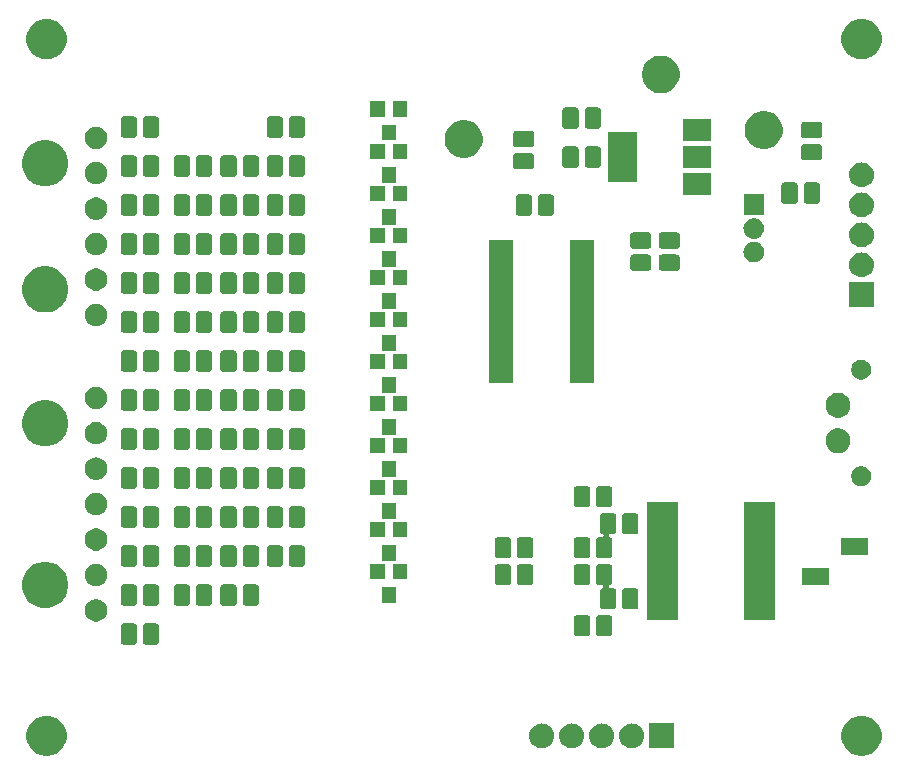
<source format=gbr>
%TF.GenerationSoftware,KiCad,Pcbnew,(5.0.0)*%
%TF.CreationDate,2019-03-22T20:17:50-05:00*%
%TF.ProjectId,BPSVoltage,425053566F6C746167652E6B69636164,rev?*%
%TF.SameCoordinates,Original*%
%TF.FileFunction,Soldermask,Top*%
%TF.FilePolarity,Negative*%
%FSLAX46Y46*%
G04 Gerber Fmt 4.6, Leading zero omitted, Abs format (unit mm)*
G04 Created by KiCad (PCBNEW (5.0.0)) date 03/22/19 20:17:50*
%MOMM*%
%LPD*%
G01*
G04 APERTURE LIST*
%ADD10C,0.100000*%
G04 APERTURE END LIST*
D10*
G36*
X117386393Y-110343553D02*
X117495872Y-110365330D01*
X117805252Y-110493479D01*
X118083687Y-110679523D01*
X118320477Y-110916313D01*
X118506521Y-111194748D01*
X118634670Y-111504128D01*
X118700000Y-111832565D01*
X118700000Y-112167435D01*
X118634670Y-112495872D01*
X118506521Y-112805252D01*
X118320477Y-113083687D01*
X118083687Y-113320477D01*
X117805252Y-113506521D01*
X117495872Y-113634670D01*
X117386393Y-113656447D01*
X117167437Y-113700000D01*
X116832563Y-113700000D01*
X116613607Y-113656447D01*
X116504128Y-113634670D01*
X116194748Y-113506521D01*
X115916313Y-113320477D01*
X115679523Y-113083687D01*
X115493479Y-112805252D01*
X115365330Y-112495872D01*
X115300000Y-112167435D01*
X115300000Y-111832565D01*
X115365330Y-111504128D01*
X115493479Y-111194748D01*
X115679523Y-110916313D01*
X115916313Y-110679523D01*
X116194748Y-110493479D01*
X116504128Y-110365330D01*
X116613607Y-110343553D01*
X116832563Y-110300000D01*
X117167437Y-110300000D01*
X117386393Y-110343553D01*
X117386393Y-110343553D01*
G37*
G36*
X48386393Y-110343553D02*
X48495872Y-110365330D01*
X48805252Y-110493479D01*
X49083687Y-110679523D01*
X49320477Y-110916313D01*
X49506521Y-111194748D01*
X49634670Y-111504128D01*
X49700000Y-111832565D01*
X49700000Y-112167435D01*
X49634670Y-112495872D01*
X49506521Y-112805252D01*
X49320477Y-113083687D01*
X49083687Y-113320477D01*
X48805252Y-113506521D01*
X48495872Y-113634670D01*
X48386393Y-113656447D01*
X48167437Y-113700000D01*
X47832563Y-113700000D01*
X47613607Y-113656447D01*
X47504128Y-113634670D01*
X47194748Y-113506521D01*
X46916313Y-113320477D01*
X46679523Y-113083687D01*
X46493479Y-112805252D01*
X46365330Y-112495872D01*
X46300000Y-112167435D01*
X46300000Y-111832565D01*
X46365330Y-111504128D01*
X46493479Y-111194748D01*
X46679523Y-110916313D01*
X46916313Y-110679523D01*
X47194748Y-110493479D01*
X47504128Y-110365330D01*
X47613607Y-110343553D01*
X47832563Y-110300000D01*
X48167437Y-110300000D01*
X48386393Y-110343553D01*
X48386393Y-110343553D01*
G37*
G36*
X97668707Y-110957597D02*
X97745836Y-110965193D01*
X97877787Y-111005220D01*
X97943763Y-111025233D01*
X98126172Y-111122733D01*
X98286054Y-111253946D01*
X98417267Y-111413828D01*
X98514767Y-111596237D01*
X98514767Y-111596238D01*
X98574807Y-111794164D01*
X98595080Y-112000000D01*
X98574807Y-112205836D01*
X98534780Y-112337787D01*
X98514767Y-112403763D01*
X98417267Y-112586172D01*
X98286054Y-112746054D01*
X98126172Y-112877267D01*
X97943763Y-112974767D01*
X97877787Y-112994780D01*
X97745836Y-113034807D01*
X97668707Y-113042404D01*
X97591580Y-113050000D01*
X97488420Y-113050000D01*
X97411293Y-113042404D01*
X97334164Y-113034807D01*
X97202213Y-112994780D01*
X97136237Y-112974767D01*
X96953828Y-112877267D01*
X96793946Y-112746054D01*
X96662733Y-112586172D01*
X96565233Y-112403763D01*
X96545220Y-112337787D01*
X96505193Y-112205836D01*
X96484920Y-112000000D01*
X96505193Y-111794164D01*
X96565233Y-111596238D01*
X96565233Y-111596237D01*
X96662733Y-111413828D01*
X96793946Y-111253946D01*
X96953828Y-111122733D01*
X97136237Y-111025233D01*
X97202213Y-111005220D01*
X97334164Y-110965193D01*
X97411293Y-110957597D01*
X97488420Y-110950000D01*
X97591580Y-110950000D01*
X97668707Y-110957597D01*
X97668707Y-110957597D01*
G37*
G36*
X92588707Y-110957597D02*
X92665836Y-110965193D01*
X92797787Y-111005220D01*
X92863763Y-111025233D01*
X93046172Y-111122733D01*
X93206054Y-111253946D01*
X93337267Y-111413828D01*
X93434767Y-111596237D01*
X93434767Y-111596238D01*
X93494807Y-111794164D01*
X93515080Y-112000000D01*
X93494807Y-112205836D01*
X93454780Y-112337787D01*
X93434767Y-112403763D01*
X93337267Y-112586172D01*
X93206054Y-112746054D01*
X93046172Y-112877267D01*
X92863763Y-112974767D01*
X92797787Y-112994780D01*
X92665836Y-113034807D01*
X92588707Y-113042404D01*
X92511580Y-113050000D01*
X92408420Y-113050000D01*
X92331293Y-113042404D01*
X92254164Y-113034807D01*
X92122213Y-112994780D01*
X92056237Y-112974767D01*
X91873828Y-112877267D01*
X91713946Y-112746054D01*
X91582733Y-112586172D01*
X91485233Y-112403763D01*
X91465220Y-112337787D01*
X91425193Y-112205836D01*
X91404920Y-112000000D01*
X91425193Y-111794164D01*
X91485233Y-111596238D01*
X91485233Y-111596237D01*
X91582733Y-111413828D01*
X91713946Y-111253946D01*
X91873828Y-111122733D01*
X92056237Y-111025233D01*
X92122213Y-111005220D01*
X92254164Y-110965193D01*
X92331293Y-110957597D01*
X92408420Y-110950000D01*
X92511580Y-110950000D01*
X92588707Y-110957597D01*
X92588707Y-110957597D01*
G37*
G36*
X101130000Y-113050000D02*
X99030000Y-113050000D01*
X99030000Y-110950000D01*
X101130000Y-110950000D01*
X101130000Y-113050000D01*
X101130000Y-113050000D01*
G37*
G36*
X90048707Y-110957597D02*
X90125836Y-110965193D01*
X90257787Y-111005220D01*
X90323763Y-111025233D01*
X90506172Y-111122733D01*
X90666054Y-111253946D01*
X90797267Y-111413828D01*
X90894767Y-111596237D01*
X90894767Y-111596238D01*
X90954807Y-111794164D01*
X90975080Y-112000000D01*
X90954807Y-112205836D01*
X90914780Y-112337787D01*
X90894767Y-112403763D01*
X90797267Y-112586172D01*
X90666054Y-112746054D01*
X90506172Y-112877267D01*
X90323763Y-112974767D01*
X90257787Y-112994780D01*
X90125836Y-113034807D01*
X90048707Y-113042404D01*
X89971580Y-113050000D01*
X89868420Y-113050000D01*
X89791293Y-113042404D01*
X89714164Y-113034807D01*
X89582213Y-112994780D01*
X89516237Y-112974767D01*
X89333828Y-112877267D01*
X89173946Y-112746054D01*
X89042733Y-112586172D01*
X88945233Y-112403763D01*
X88925220Y-112337787D01*
X88885193Y-112205836D01*
X88864920Y-112000000D01*
X88885193Y-111794164D01*
X88945233Y-111596238D01*
X88945233Y-111596237D01*
X89042733Y-111413828D01*
X89173946Y-111253946D01*
X89333828Y-111122733D01*
X89516237Y-111025233D01*
X89582213Y-111005220D01*
X89714164Y-110965193D01*
X89791293Y-110957597D01*
X89868420Y-110950000D01*
X89971580Y-110950000D01*
X90048707Y-110957597D01*
X90048707Y-110957597D01*
G37*
G36*
X95128707Y-110957597D02*
X95205836Y-110965193D01*
X95337787Y-111005220D01*
X95403763Y-111025233D01*
X95586172Y-111122733D01*
X95746054Y-111253946D01*
X95877267Y-111413828D01*
X95974767Y-111596237D01*
X95974767Y-111596238D01*
X96034807Y-111794164D01*
X96055080Y-112000000D01*
X96034807Y-112205836D01*
X95994780Y-112337787D01*
X95974767Y-112403763D01*
X95877267Y-112586172D01*
X95746054Y-112746054D01*
X95586172Y-112877267D01*
X95403763Y-112974767D01*
X95337787Y-112994780D01*
X95205836Y-113034807D01*
X95128707Y-113042404D01*
X95051580Y-113050000D01*
X94948420Y-113050000D01*
X94871293Y-113042404D01*
X94794164Y-113034807D01*
X94662213Y-112994780D01*
X94596237Y-112974767D01*
X94413828Y-112877267D01*
X94253946Y-112746054D01*
X94122733Y-112586172D01*
X94025233Y-112403763D01*
X94005220Y-112337787D01*
X93965193Y-112205836D01*
X93944920Y-112000000D01*
X93965193Y-111794164D01*
X94025233Y-111596238D01*
X94025233Y-111596237D01*
X94122733Y-111413828D01*
X94253946Y-111253946D01*
X94413828Y-111122733D01*
X94596237Y-111025233D01*
X94662213Y-111005220D01*
X94794164Y-110965193D01*
X94871293Y-110957597D01*
X94948420Y-110950000D01*
X95051580Y-110950000D01*
X95128707Y-110957597D01*
X95128707Y-110957597D01*
G37*
G36*
X57293497Y-102483997D02*
X57346153Y-102499970D01*
X57394665Y-102525900D01*
X57437196Y-102560804D01*
X57472100Y-102603335D01*
X57498030Y-102651847D01*
X57514003Y-102704503D01*
X57520000Y-102765390D01*
X57520000Y-103990610D01*
X57514003Y-104051497D01*
X57498030Y-104104153D01*
X57472100Y-104152665D01*
X57437196Y-104195196D01*
X57394665Y-104230100D01*
X57346153Y-104256030D01*
X57293497Y-104272003D01*
X57232610Y-104278000D01*
X56432390Y-104278000D01*
X56371503Y-104272003D01*
X56318847Y-104256030D01*
X56270335Y-104230100D01*
X56227804Y-104195196D01*
X56192900Y-104152665D01*
X56166970Y-104104153D01*
X56150997Y-104051497D01*
X56145000Y-103990610D01*
X56145000Y-102765390D01*
X56150997Y-102704503D01*
X56166970Y-102651847D01*
X56192900Y-102603335D01*
X56227804Y-102560804D01*
X56270335Y-102525900D01*
X56318847Y-102499970D01*
X56371503Y-102483997D01*
X56432390Y-102478000D01*
X57232610Y-102478000D01*
X57293497Y-102483997D01*
X57293497Y-102483997D01*
G37*
G36*
X55418497Y-102483997D02*
X55471153Y-102499970D01*
X55519665Y-102525900D01*
X55562196Y-102560804D01*
X55597100Y-102603335D01*
X55623030Y-102651847D01*
X55639003Y-102704503D01*
X55645000Y-102765390D01*
X55645000Y-103990610D01*
X55639003Y-104051497D01*
X55623030Y-104104153D01*
X55597100Y-104152665D01*
X55562196Y-104195196D01*
X55519665Y-104230100D01*
X55471153Y-104256030D01*
X55418497Y-104272003D01*
X55357610Y-104278000D01*
X54557390Y-104278000D01*
X54496503Y-104272003D01*
X54443847Y-104256030D01*
X54395335Y-104230100D01*
X54352804Y-104195196D01*
X54317900Y-104152665D01*
X54291970Y-104104153D01*
X54275997Y-104051497D01*
X54270000Y-103990610D01*
X54270000Y-102765390D01*
X54275997Y-102704503D01*
X54291970Y-102651847D01*
X54317900Y-102603335D01*
X54352804Y-102560804D01*
X54395335Y-102525900D01*
X54443847Y-102499970D01*
X54496503Y-102483997D01*
X54557390Y-102478000D01*
X55357610Y-102478000D01*
X55418497Y-102483997D01*
X55418497Y-102483997D01*
G37*
G36*
X93792997Y-101769997D02*
X93845653Y-101785970D01*
X93894165Y-101811900D01*
X93936696Y-101846804D01*
X93971600Y-101889335D01*
X93997530Y-101937847D01*
X94013503Y-101990503D01*
X94019500Y-102051390D01*
X94019500Y-103276610D01*
X94013503Y-103337497D01*
X93997530Y-103390153D01*
X93971600Y-103438665D01*
X93936696Y-103481196D01*
X93894165Y-103516100D01*
X93845653Y-103542030D01*
X93792997Y-103558003D01*
X93732110Y-103564000D01*
X92931890Y-103564000D01*
X92871003Y-103558003D01*
X92818347Y-103542030D01*
X92769835Y-103516100D01*
X92727304Y-103481196D01*
X92692400Y-103438665D01*
X92666470Y-103390153D01*
X92650497Y-103337497D01*
X92644500Y-103276610D01*
X92644500Y-102051390D01*
X92650497Y-101990503D01*
X92666470Y-101937847D01*
X92692400Y-101889335D01*
X92727304Y-101846804D01*
X92769835Y-101811900D01*
X92818347Y-101785970D01*
X92871003Y-101769997D01*
X92931890Y-101764000D01*
X93732110Y-101764000D01*
X93792997Y-101769997D01*
X93792997Y-101769997D01*
G37*
G36*
X95667997Y-101769997D02*
X95720653Y-101785970D01*
X95769165Y-101811900D01*
X95811696Y-101846804D01*
X95846600Y-101889335D01*
X95872530Y-101937847D01*
X95888503Y-101990503D01*
X95894500Y-102051390D01*
X95894500Y-103276610D01*
X95888503Y-103337497D01*
X95872530Y-103390153D01*
X95846600Y-103438665D01*
X95811696Y-103481196D01*
X95769165Y-103516100D01*
X95720653Y-103542030D01*
X95667997Y-103558003D01*
X95607110Y-103564000D01*
X94806890Y-103564000D01*
X94746003Y-103558003D01*
X94693347Y-103542030D01*
X94644835Y-103516100D01*
X94602304Y-103481196D01*
X94567400Y-103438665D01*
X94541470Y-103390153D01*
X94525497Y-103337497D01*
X94519500Y-103276610D01*
X94519500Y-102051390D01*
X94525497Y-101990503D01*
X94541470Y-101937847D01*
X94567400Y-101889335D01*
X94602304Y-101846804D01*
X94644835Y-101811900D01*
X94693347Y-101785970D01*
X94746003Y-101769997D01*
X94806890Y-101764000D01*
X95607110Y-101764000D01*
X95667997Y-101769997D01*
X95667997Y-101769997D01*
G37*
G36*
X52336451Y-100434627D02*
X52474105Y-100462008D01*
X52646994Y-100533621D01*
X52802590Y-100637587D01*
X52934913Y-100769910D01*
X53038879Y-100925506D01*
X53110492Y-101098395D01*
X53147000Y-101281933D01*
X53147000Y-101469067D01*
X53110492Y-101652605D01*
X53038879Y-101825494D01*
X52934913Y-101981090D01*
X52802590Y-102113413D01*
X52646994Y-102217379D01*
X52474105Y-102288992D01*
X52336451Y-102316373D01*
X52290568Y-102325500D01*
X52103432Y-102325500D01*
X52057549Y-102316373D01*
X51919895Y-102288992D01*
X51747006Y-102217379D01*
X51591410Y-102113413D01*
X51459087Y-101981090D01*
X51355121Y-101825494D01*
X51283508Y-101652605D01*
X51247000Y-101469067D01*
X51247000Y-101281933D01*
X51283508Y-101098395D01*
X51355121Y-100925506D01*
X51459087Y-100769910D01*
X51591410Y-100637587D01*
X51747006Y-100533621D01*
X51919895Y-100462008D01*
X52057548Y-100434627D01*
X52103432Y-100425500D01*
X52290568Y-100425500D01*
X52336451Y-100434627D01*
X52336451Y-100434627D01*
G37*
G36*
X101426500Y-102228000D02*
X98826500Y-102228000D01*
X98826500Y-92178000D01*
X101426500Y-92178000D01*
X101426500Y-102228000D01*
X101426500Y-102228000D01*
G37*
G36*
X109681500Y-102228000D02*
X107081500Y-102228000D01*
X107081500Y-92178000D01*
X109681500Y-92178000D01*
X109681500Y-102228000D01*
X109681500Y-102228000D01*
G37*
G36*
X95667997Y-97451997D02*
X95720653Y-97467970D01*
X95769165Y-97493900D01*
X95811696Y-97528804D01*
X95846600Y-97571335D01*
X95872530Y-97619847D01*
X95888503Y-97672503D01*
X95894500Y-97733390D01*
X95894500Y-98958610D01*
X95888503Y-99019497D01*
X95872530Y-99072153D01*
X95846600Y-99120665D01*
X95811696Y-99163196D01*
X95769165Y-99198100D01*
X95720652Y-99224031D01*
X95689825Y-99233382D01*
X95667186Y-99242760D01*
X95646811Y-99256374D01*
X95629484Y-99273701D01*
X95615870Y-99294075D01*
X95606493Y-99316714D01*
X95601712Y-99340748D01*
X95601712Y-99365252D01*
X95606492Y-99389285D01*
X95615870Y-99411924D01*
X95629484Y-99432299D01*
X95646811Y-99449626D01*
X95667185Y-99463240D01*
X95689824Y-99472617D01*
X95713858Y-99477398D01*
X95726110Y-99478000D01*
X95952110Y-99478000D01*
X96012997Y-99483997D01*
X96065653Y-99499970D01*
X96114165Y-99525900D01*
X96156696Y-99560804D01*
X96191600Y-99603335D01*
X96217530Y-99651847D01*
X96233503Y-99704503D01*
X96239500Y-99765390D01*
X96239500Y-100990610D01*
X96233503Y-101051497D01*
X96217530Y-101104153D01*
X96191600Y-101152665D01*
X96156696Y-101195196D01*
X96114165Y-101230100D01*
X96065653Y-101256030D01*
X96012997Y-101272003D01*
X95952110Y-101278000D01*
X95151890Y-101278000D01*
X95091003Y-101272003D01*
X95038347Y-101256030D01*
X94989835Y-101230100D01*
X94947304Y-101195196D01*
X94912400Y-101152665D01*
X94886470Y-101104153D01*
X94870497Y-101051497D01*
X94864500Y-100990610D01*
X94864500Y-99765390D01*
X94870497Y-99704503D01*
X94886470Y-99651847D01*
X94912400Y-99603335D01*
X94947304Y-99560804D01*
X94989835Y-99525900D01*
X95038348Y-99499969D01*
X95069175Y-99490618D01*
X95091814Y-99481240D01*
X95112189Y-99467626D01*
X95129516Y-99450299D01*
X95143130Y-99429925D01*
X95152507Y-99407286D01*
X95157288Y-99383252D01*
X95157288Y-99358748D01*
X95152508Y-99334715D01*
X95143130Y-99312076D01*
X95129516Y-99291701D01*
X95112189Y-99274374D01*
X95091815Y-99260760D01*
X95069176Y-99251383D01*
X95045142Y-99246602D01*
X95032890Y-99246000D01*
X94806890Y-99246000D01*
X94746003Y-99240003D01*
X94693347Y-99224030D01*
X94644835Y-99198100D01*
X94602304Y-99163196D01*
X94567400Y-99120665D01*
X94541470Y-99072153D01*
X94525497Y-99019497D01*
X94519500Y-98958610D01*
X94519500Y-97733390D01*
X94525497Y-97672503D01*
X94541470Y-97619847D01*
X94567400Y-97571335D01*
X94602304Y-97528804D01*
X94644835Y-97493900D01*
X94693347Y-97467970D01*
X94746003Y-97451997D01*
X94806890Y-97446000D01*
X95607110Y-97446000D01*
X95667997Y-97451997D01*
X95667997Y-97451997D01*
G37*
G36*
X97887997Y-99483997D02*
X97940653Y-99499970D01*
X97989165Y-99525900D01*
X98031696Y-99560804D01*
X98066600Y-99603335D01*
X98092530Y-99651847D01*
X98108503Y-99704503D01*
X98114500Y-99765390D01*
X98114500Y-100990610D01*
X98108503Y-101051497D01*
X98092530Y-101104153D01*
X98066600Y-101152665D01*
X98031696Y-101195196D01*
X97989165Y-101230100D01*
X97940653Y-101256030D01*
X97887997Y-101272003D01*
X97827110Y-101278000D01*
X97026890Y-101278000D01*
X96966003Y-101272003D01*
X96913347Y-101256030D01*
X96864835Y-101230100D01*
X96822304Y-101195196D01*
X96787400Y-101152665D01*
X96761470Y-101104153D01*
X96745497Y-101051497D01*
X96739500Y-100990610D01*
X96739500Y-99765390D01*
X96745497Y-99704503D01*
X96761470Y-99651847D01*
X96787400Y-99603335D01*
X96822304Y-99560804D01*
X96864835Y-99525900D01*
X96913347Y-99499970D01*
X96966003Y-99483997D01*
X97026890Y-99478000D01*
X97827110Y-99478000D01*
X97887997Y-99483997D01*
X97887997Y-99483997D01*
G37*
G36*
X48447793Y-97341437D02*
X48802670Y-97488432D01*
X49122055Y-97701838D01*
X49393662Y-97973445D01*
X49607068Y-98292830D01*
X49754063Y-98647707D01*
X49829000Y-99024440D01*
X49829000Y-99408560D01*
X49754063Y-99785293D01*
X49607068Y-100140170D01*
X49393662Y-100459555D01*
X49122055Y-100731162D01*
X48802670Y-100944568D01*
X48447793Y-101091563D01*
X48071060Y-101166500D01*
X47686940Y-101166500D01*
X47310207Y-101091563D01*
X46955330Y-100944568D01*
X46635945Y-100731162D01*
X46364338Y-100459555D01*
X46150932Y-100140170D01*
X46003937Y-99785293D01*
X45929000Y-99408560D01*
X45929000Y-99024440D01*
X46003937Y-98647707D01*
X46150932Y-98292830D01*
X46364338Y-97973445D01*
X46635945Y-97701838D01*
X46955330Y-97488432D01*
X47310207Y-97341437D01*
X47686940Y-97266500D01*
X48071060Y-97266500D01*
X48447793Y-97341437D01*
X48447793Y-97341437D01*
G37*
G36*
X61771997Y-99181997D02*
X61824653Y-99197970D01*
X61873165Y-99223900D01*
X61915696Y-99258804D01*
X61950600Y-99301335D01*
X61976530Y-99349847D01*
X61992503Y-99402503D01*
X61998500Y-99463390D01*
X61998500Y-100688610D01*
X61992503Y-100749497D01*
X61976530Y-100802153D01*
X61950600Y-100850665D01*
X61915696Y-100893196D01*
X61873165Y-100928100D01*
X61824653Y-100954030D01*
X61771997Y-100970003D01*
X61711110Y-100976000D01*
X60910890Y-100976000D01*
X60850003Y-100970003D01*
X60797347Y-100954030D01*
X60748835Y-100928100D01*
X60706304Y-100893196D01*
X60671400Y-100850665D01*
X60645470Y-100802153D01*
X60629497Y-100749497D01*
X60623500Y-100688610D01*
X60623500Y-99463390D01*
X60629497Y-99402503D01*
X60645470Y-99349847D01*
X60671400Y-99301335D01*
X60706304Y-99258804D01*
X60748835Y-99223900D01*
X60797347Y-99197970D01*
X60850003Y-99181997D01*
X60910890Y-99176000D01*
X61711110Y-99176000D01*
X61771997Y-99181997D01*
X61771997Y-99181997D01*
G37*
G36*
X55418497Y-99181997D02*
X55471153Y-99197970D01*
X55519665Y-99223900D01*
X55562196Y-99258804D01*
X55597100Y-99301335D01*
X55623030Y-99349847D01*
X55639003Y-99402503D01*
X55645000Y-99463390D01*
X55645000Y-100688610D01*
X55639003Y-100749497D01*
X55623030Y-100802153D01*
X55597100Y-100850665D01*
X55562196Y-100893196D01*
X55519665Y-100928100D01*
X55471153Y-100954030D01*
X55418497Y-100970003D01*
X55357610Y-100976000D01*
X54557390Y-100976000D01*
X54496503Y-100970003D01*
X54443847Y-100954030D01*
X54395335Y-100928100D01*
X54352804Y-100893196D01*
X54317900Y-100850665D01*
X54291970Y-100802153D01*
X54275997Y-100749497D01*
X54270000Y-100688610D01*
X54270000Y-99463390D01*
X54275997Y-99402503D01*
X54291970Y-99349847D01*
X54317900Y-99301335D01*
X54352804Y-99258804D01*
X54395335Y-99223900D01*
X54443847Y-99197970D01*
X54496503Y-99181997D01*
X54557390Y-99176000D01*
X55357610Y-99176000D01*
X55418497Y-99181997D01*
X55418497Y-99181997D01*
G37*
G36*
X57293497Y-99181997D02*
X57346153Y-99197970D01*
X57394665Y-99223900D01*
X57437196Y-99258804D01*
X57472100Y-99301335D01*
X57498030Y-99349847D01*
X57514003Y-99402503D01*
X57520000Y-99463390D01*
X57520000Y-100688610D01*
X57514003Y-100749497D01*
X57498030Y-100802153D01*
X57472100Y-100850665D01*
X57437196Y-100893196D01*
X57394665Y-100928100D01*
X57346153Y-100954030D01*
X57293497Y-100970003D01*
X57232610Y-100976000D01*
X56432390Y-100976000D01*
X56371503Y-100970003D01*
X56318847Y-100954030D01*
X56270335Y-100928100D01*
X56227804Y-100893196D01*
X56192900Y-100850665D01*
X56166970Y-100802153D01*
X56150997Y-100749497D01*
X56145000Y-100688610D01*
X56145000Y-99463390D01*
X56150997Y-99402503D01*
X56166970Y-99349847D01*
X56192900Y-99301335D01*
X56227804Y-99258804D01*
X56270335Y-99223900D01*
X56318847Y-99197970D01*
X56371503Y-99181997D01*
X56432390Y-99176000D01*
X57232610Y-99176000D01*
X57293497Y-99181997D01*
X57293497Y-99181997D01*
G37*
G36*
X65738997Y-99181997D02*
X65791653Y-99197970D01*
X65840165Y-99223900D01*
X65882696Y-99258804D01*
X65917600Y-99301335D01*
X65943530Y-99349847D01*
X65959503Y-99402503D01*
X65965500Y-99463390D01*
X65965500Y-100688610D01*
X65959503Y-100749497D01*
X65943530Y-100802153D01*
X65917600Y-100850665D01*
X65882696Y-100893196D01*
X65840165Y-100928100D01*
X65791653Y-100954030D01*
X65738997Y-100970003D01*
X65678110Y-100976000D01*
X64877890Y-100976000D01*
X64817003Y-100970003D01*
X64764347Y-100954030D01*
X64715835Y-100928100D01*
X64673304Y-100893196D01*
X64638400Y-100850665D01*
X64612470Y-100802153D01*
X64596497Y-100749497D01*
X64590500Y-100688610D01*
X64590500Y-99463390D01*
X64596497Y-99402503D01*
X64612470Y-99349847D01*
X64638400Y-99301335D01*
X64673304Y-99258804D01*
X64715835Y-99223900D01*
X64764347Y-99197970D01*
X64817003Y-99181997D01*
X64877890Y-99176000D01*
X65678110Y-99176000D01*
X65738997Y-99181997D01*
X65738997Y-99181997D01*
G37*
G36*
X63863997Y-99181997D02*
X63916653Y-99197970D01*
X63965165Y-99223900D01*
X64007696Y-99258804D01*
X64042600Y-99301335D01*
X64068530Y-99349847D01*
X64084503Y-99402503D01*
X64090500Y-99463390D01*
X64090500Y-100688610D01*
X64084503Y-100749497D01*
X64068530Y-100802153D01*
X64042600Y-100850665D01*
X64007696Y-100893196D01*
X63965165Y-100928100D01*
X63916653Y-100954030D01*
X63863997Y-100970003D01*
X63803110Y-100976000D01*
X63002890Y-100976000D01*
X62942003Y-100970003D01*
X62889347Y-100954030D01*
X62840835Y-100928100D01*
X62798304Y-100893196D01*
X62763400Y-100850665D01*
X62737470Y-100802153D01*
X62721497Y-100749497D01*
X62715500Y-100688610D01*
X62715500Y-99463390D01*
X62721497Y-99402503D01*
X62737470Y-99349847D01*
X62763400Y-99301335D01*
X62798304Y-99258804D01*
X62840835Y-99223900D01*
X62889347Y-99197970D01*
X62942003Y-99181997D01*
X63002890Y-99176000D01*
X63803110Y-99176000D01*
X63863997Y-99181997D01*
X63863997Y-99181997D01*
G37*
G36*
X59896997Y-99181997D02*
X59949653Y-99197970D01*
X59998165Y-99223900D01*
X60040696Y-99258804D01*
X60075600Y-99301335D01*
X60101530Y-99349847D01*
X60117503Y-99402503D01*
X60123500Y-99463390D01*
X60123500Y-100688610D01*
X60117503Y-100749497D01*
X60101530Y-100802153D01*
X60075600Y-100850665D01*
X60040696Y-100893196D01*
X59998165Y-100928100D01*
X59949653Y-100954030D01*
X59896997Y-100970003D01*
X59836110Y-100976000D01*
X59035890Y-100976000D01*
X58975003Y-100970003D01*
X58922347Y-100954030D01*
X58873835Y-100928100D01*
X58831304Y-100893196D01*
X58796400Y-100850665D01*
X58770470Y-100802153D01*
X58754497Y-100749497D01*
X58748500Y-100688610D01*
X58748500Y-99463390D01*
X58754497Y-99402503D01*
X58770470Y-99349847D01*
X58796400Y-99301335D01*
X58831304Y-99258804D01*
X58873835Y-99223900D01*
X58922347Y-99197970D01*
X58975003Y-99181997D01*
X59035890Y-99176000D01*
X59836110Y-99176000D01*
X59896997Y-99181997D01*
X59896997Y-99181997D01*
G37*
G36*
X77562000Y-100726000D02*
X76362000Y-100726000D01*
X76362000Y-99426000D01*
X77562000Y-99426000D01*
X77562000Y-100726000D01*
X77562000Y-100726000D01*
G37*
G36*
X52336452Y-97434627D02*
X52474105Y-97462008D01*
X52646994Y-97533621D01*
X52802590Y-97637587D01*
X52934913Y-97769910D01*
X53038879Y-97925506D01*
X53110492Y-98098395D01*
X53147000Y-98281933D01*
X53147000Y-98469067D01*
X53110492Y-98652605D01*
X53038879Y-98825494D01*
X52934913Y-98981090D01*
X52802590Y-99113413D01*
X52646994Y-99217379D01*
X52474105Y-99288992D01*
X52336451Y-99316373D01*
X52290568Y-99325500D01*
X52103432Y-99325500D01*
X52057548Y-99316373D01*
X51919895Y-99288992D01*
X51747006Y-99217379D01*
X51591410Y-99113413D01*
X51459087Y-98981090D01*
X51355121Y-98825494D01*
X51283508Y-98652605D01*
X51247000Y-98469067D01*
X51247000Y-98281933D01*
X51283508Y-98098395D01*
X51355121Y-97925506D01*
X51459087Y-97769910D01*
X51591410Y-97637587D01*
X51747006Y-97533621D01*
X51919895Y-97462008D01*
X52057549Y-97434627D01*
X52103432Y-97425500D01*
X52290568Y-97425500D01*
X52336452Y-97434627D01*
X52336452Y-97434627D01*
G37*
G36*
X87091997Y-97451997D02*
X87144653Y-97467970D01*
X87193165Y-97493900D01*
X87235696Y-97528804D01*
X87270600Y-97571335D01*
X87296530Y-97619847D01*
X87312503Y-97672503D01*
X87318500Y-97733390D01*
X87318500Y-98958610D01*
X87312503Y-99019497D01*
X87296530Y-99072153D01*
X87270600Y-99120665D01*
X87235696Y-99163196D01*
X87193165Y-99198100D01*
X87144653Y-99224030D01*
X87091997Y-99240003D01*
X87031110Y-99246000D01*
X86230890Y-99246000D01*
X86170003Y-99240003D01*
X86117347Y-99224030D01*
X86068835Y-99198100D01*
X86026304Y-99163196D01*
X85991400Y-99120665D01*
X85965470Y-99072153D01*
X85949497Y-99019497D01*
X85943500Y-98958610D01*
X85943500Y-97733390D01*
X85949497Y-97672503D01*
X85965470Y-97619847D01*
X85991400Y-97571335D01*
X86026304Y-97528804D01*
X86068835Y-97493900D01*
X86117347Y-97467970D01*
X86170003Y-97451997D01*
X86230890Y-97446000D01*
X87031110Y-97446000D01*
X87091997Y-97451997D01*
X87091997Y-97451997D01*
G37*
G36*
X88966997Y-97451997D02*
X89019653Y-97467970D01*
X89068165Y-97493900D01*
X89110696Y-97528804D01*
X89145600Y-97571335D01*
X89171530Y-97619847D01*
X89187503Y-97672503D01*
X89193500Y-97733390D01*
X89193500Y-98958610D01*
X89187503Y-99019497D01*
X89171530Y-99072153D01*
X89145600Y-99120665D01*
X89110696Y-99163196D01*
X89068165Y-99198100D01*
X89019653Y-99224030D01*
X88966997Y-99240003D01*
X88906110Y-99246000D01*
X88105890Y-99246000D01*
X88045003Y-99240003D01*
X87992347Y-99224030D01*
X87943835Y-99198100D01*
X87901304Y-99163196D01*
X87866400Y-99120665D01*
X87840470Y-99072153D01*
X87824497Y-99019497D01*
X87818500Y-98958610D01*
X87818500Y-97733390D01*
X87824497Y-97672503D01*
X87840470Y-97619847D01*
X87866400Y-97571335D01*
X87901304Y-97528804D01*
X87943835Y-97493900D01*
X87992347Y-97467970D01*
X88045003Y-97451997D01*
X88105890Y-97446000D01*
X88906110Y-97446000D01*
X88966997Y-97451997D01*
X88966997Y-97451997D01*
G37*
G36*
X93792997Y-97451997D02*
X93845653Y-97467970D01*
X93894165Y-97493900D01*
X93936696Y-97528804D01*
X93971600Y-97571335D01*
X93997530Y-97619847D01*
X94013503Y-97672503D01*
X94019500Y-97733390D01*
X94019500Y-98958610D01*
X94013503Y-99019497D01*
X93997530Y-99072153D01*
X93971600Y-99120665D01*
X93936696Y-99163196D01*
X93894165Y-99198100D01*
X93845653Y-99224030D01*
X93792997Y-99240003D01*
X93732110Y-99246000D01*
X92931890Y-99246000D01*
X92871003Y-99240003D01*
X92818347Y-99224030D01*
X92769835Y-99198100D01*
X92727304Y-99163196D01*
X92692400Y-99120665D01*
X92666470Y-99072153D01*
X92650497Y-99019497D01*
X92644500Y-98958610D01*
X92644500Y-97733390D01*
X92650497Y-97672503D01*
X92666470Y-97619847D01*
X92692400Y-97571335D01*
X92727304Y-97528804D01*
X92769835Y-97493900D01*
X92818347Y-97467970D01*
X92871003Y-97451997D01*
X92931890Y-97446000D01*
X93732110Y-97446000D01*
X93792997Y-97451997D01*
X93792997Y-97451997D01*
G37*
G36*
X114244500Y-99188500D02*
X111944500Y-99188500D01*
X111944500Y-97788500D01*
X114244500Y-97788500D01*
X114244500Y-99188500D01*
X114244500Y-99188500D01*
G37*
G36*
X78512000Y-98726000D02*
X77312000Y-98726000D01*
X77312000Y-97426000D01*
X78512000Y-97426000D01*
X78512000Y-98726000D01*
X78512000Y-98726000D01*
G37*
G36*
X76612000Y-98726000D02*
X75412000Y-98726000D01*
X75412000Y-97426000D01*
X76612000Y-97426000D01*
X76612000Y-98726000D01*
X76612000Y-98726000D01*
G37*
G36*
X63863997Y-95879997D02*
X63916653Y-95895970D01*
X63965165Y-95921900D01*
X64007696Y-95956804D01*
X64042600Y-95999335D01*
X64068530Y-96047847D01*
X64084503Y-96100503D01*
X64090500Y-96161390D01*
X64090500Y-97386610D01*
X64084503Y-97447497D01*
X64068530Y-97500153D01*
X64042600Y-97548665D01*
X64007696Y-97591196D01*
X63965165Y-97626100D01*
X63916653Y-97652030D01*
X63863997Y-97668003D01*
X63803110Y-97674000D01*
X63002890Y-97674000D01*
X62942003Y-97668003D01*
X62889347Y-97652030D01*
X62840835Y-97626100D01*
X62798304Y-97591196D01*
X62763400Y-97548665D01*
X62737470Y-97500153D01*
X62721497Y-97447497D01*
X62715500Y-97386610D01*
X62715500Y-96161390D01*
X62721497Y-96100503D01*
X62737470Y-96047847D01*
X62763400Y-95999335D01*
X62798304Y-95956804D01*
X62840835Y-95921900D01*
X62889347Y-95895970D01*
X62942003Y-95879997D01*
X63002890Y-95874000D01*
X63803110Y-95874000D01*
X63863997Y-95879997D01*
X63863997Y-95879997D01*
G37*
G36*
X59896997Y-95879997D02*
X59949653Y-95895970D01*
X59998165Y-95921900D01*
X60040696Y-95956804D01*
X60075600Y-95999335D01*
X60101530Y-96047847D01*
X60117503Y-96100503D01*
X60123500Y-96161390D01*
X60123500Y-97386610D01*
X60117503Y-97447497D01*
X60101530Y-97500153D01*
X60075600Y-97548665D01*
X60040696Y-97591196D01*
X59998165Y-97626100D01*
X59949653Y-97652030D01*
X59896997Y-97668003D01*
X59836110Y-97674000D01*
X59035890Y-97674000D01*
X58975003Y-97668003D01*
X58922347Y-97652030D01*
X58873835Y-97626100D01*
X58831304Y-97591196D01*
X58796400Y-97548665D01*
X58770470Y-97500153D01*
X58754497Y-97447497D01*
X58748500Y-97386610D01*
X58748500Y-96161390D01*
X58754497Y-96100503D01*
X58770470Y-96047847D01*
X58796400Y-95999335D01*
X58831304Y-95956804D01*
X58873835Y-95921900D01*
X58922347Y-95895970D01*
X58975003Y-95879997D01*
X59035890Y-95874000D01*
X59836110Y-95874000D01*
X59896997Y-95879997D01*
X59896997Y-95879997D01*
G37*
G36*
X61771997Y-95879997D02*
X61824653Y-95895970D01*
X61873165Y-95921900D01*
X61915696Y-95956804D01*
X61950600Y-95999335D01*
X61976530Y-96047847D01*
X61992503Y-96100503D01*
X61998500Y-96161390D01*
X61998500Y-97386610D01*
X61992503Y-97447497D01*
X61976530Y-97500153D01*
X61950600Y-97548665D01*
X61915696Y-97591196D01*
X61873165Y-97626100D01*
X61824653Y-97652030D01*
X61771997Y-97668003D01*
X61711110Y-97674000D01*
X60910890Y-97674000D01*
X60850003Y-97668003D01*
X60797347Y-97652030D01*
X60748835Y-97626100D01*
X60706304Y-97591196D01*
X60671400Y-97548665D01*
X60645470Y-97500153D01*
X60629497Y-97447497D01*
X60623500Y-97386610D01*
X60623500Y-96161390D01*
X60629497Y-96100503D01*
X60645470Y-96047847D01*
X60671400Y-95999335D01*
X60706304Y-95956804D01*
X60748835Y-95921900D01*
X60797347Y-95895970D01*
X60850003Y-95879997D01*
X60910890Y-95874000D01*
X61711110Y-95874000D01*
X61771997Y-95879997D01*
X61771997Y-95879997D01*
G37*
G36*
X55418497Y-95879997D02*
X55471153Y-95895970D01*
X55519665Y-95921900D01*
X55562196Y-95956804D01*
X55597100Y-95999335D01*
X55623030Y-96047847D01*
X55639003Y-96100503D01*
X55645000Y-96161390D01*
X55645000Y-97386610D01*
X55639003Y-97447497D01*
X55623030Y-97500153D01*
X55597100Y-97548665D01*
X55562196Y-97591196D01*
X55519665Y-97626100D01*
X55471153Y-97652030D01*
X55418497Y-97668003D01*
X55357610Y-97674000D01*
X54557390Y-97674000D01*
X54496503Y-97668003D01*
X54443847Y-97652030D01*
X54395335Y-97626100D01*
X54352804Y-97591196D01*
X54317900Y-97548665D01*
X54291970Y-97500153D01*
X54275997Y-97447497D01*
X54270000Y-97386610D01*
X54270000Y-96161390D01*
X54275997Y-96100503D01*
X54291970Y-96047847D01*
X54317900Y-95999335D01*
X54352804Y-95956804D01*
X54395335Y-95921900D01*
X54443847Y-95895970D01*
X54496503Y-95879997D01*
X54557390Y-95874000D01*
X55357610Y-95874000D01*
X55418497Y-95879997D01*
X55418497Y-95879997D01*
G37*
G36*
X57293497Y-95879997D02*
X57346153Y-95895970D01*
X57394665Y-95921900D01*
X57437196Y-95956804D01*
X57472100Y-95999335D01*
X57498030Y-96047847D01*
X57514003Y-96100503D01*
X57520000Y-96161390D01*
X57520000Y-97386610D01*
X57514003Y-97447497D01*
X57498030Y-97500153D01*
X57472100Y-97548665D01*
X57437196Y-97591196D01*
X57394665Y-97626100D01*
X57346153Y-97652030D01*
X57293497Y-97668003D01*
X57232610Y-97674000D01*
X56432390Y-97674000D01*
X56371503Y-97668003D01*
X56318847Y-97652030D01*
X56270335Y-97626100D01*
X56227804Y-97591196D01*
X56192900Y-97548665D01*
X56166970Y-97500153D01*
X56150997Y-97447497D01*
X56145000Y-97386610D01*
X56145000Y-96161390D01*
X56150997Y-96100503D01*
X56166970Y-96047847D01*
X56192900Y-95999335D01*
X56227804Y-95956804D01*
X56270335Y-95921900D01*
X56318847Y-95895970D01*
X56371503Y-95879997D01*
X56432390Y-95874000D01*
X57232610Y-95874000D01*
X57293497Y-95879997D01*
X57293497Y-95879997D01*
G37*
G36*
X69645997Y-95879997D02*
X69698653Y-95895970D01*
X69747165Y-95921900D01*
X69789696Y-95956804D01*
X69824600Y-95999335D01*
X69850530Y-96047847D01*
X69866503Y-96100503D01*
X69872500Y-96161390D01*
X69872500Y-97386610D01*
X69866503Y-97447497D01*
X69850530Y-97500153D01*
X69824600Y-97548665D01*
X69789696Y-97591196D01*
X69747165Y-97626100D01*
X69698653Y-97652030D01*
X69645997Y-97668003D01*
X69585110Y-97674000D01*
X68784890Y-97674000D01*
X68724003Y-97668003D01*
X68671347Y-97652030D01*
X68622835Y-97626100D01*
X68580304Y-97591196D01*
X68545400Y-97548665D01*
X68519470Y-97500153D01*
X68503497Y-97447497D01*
X68497500Y-97386610D01*
X68497500Y-96161390D01*
X68503497Y-96100503D01*
X68519470Y-96047847D01*
X68545400Y-95999335D01*
X68580304Y-95956804D01*
X68622835Y-95921900D01*
X68671347Y-95895970D01*
X68724003Y-95879997D01*
X68784890Y-95874000D01*
X69585110Y-95874000D01*
X69645997Y-95879997D01*
X69645997Y-95879997D01*
G37*
G36*
X67770997Y-95879997D02*
X67823653Y-95895970D01*
X67872165Y-95921900D01*
X67914696Y-95956804D01*
X67949600Y-95999335D01*
X67975530Y-96047847D01*
X67991503Y-96100503D01*
X67997500Y-96161390D01*
X67997500Y-97386610D01*
X67991503Y-97447497D01*
X67975530Y-97500153D01*
X67949600Y-97548665D01*
X67914696Y-97591196D01*
X67872165Y-97626100D01*
X67823653Y-97652030D01*
X67770997Y-97668003D01*
X67710110Y-97674000D01*
X66909890Y-97674000D01*
X66849003Y-97668003D01*
X66796347Y-97652030D01*
X66747835Y-97626100D01*
X66705304Y-97591196D01*
X66670400Y-97548665D01*
X66644470Y-97500153D01*
X66628497Y-97447497D01*
X66622500Y-97386610D01*
X66622500Y-96161390D01*
X66628497Y-96100503D01*
X66644470Y-96047847D01*
X66670400Y-95999335D01*
X66705304Y-95956804D01*
X66747835Y-95921900D01*
X66796347Y-95895970D01*
X66849003Y-95879997D01*
X66909890Y-95874000D01*
X67710110Y-95874000D01*
X67770997Y-95879997D01*
X67770997Y-95879997D01*
G37*
G36*
X65738997Y-95879997D02*
X65791653Y-95895970D01*
X65840165Y-95921900D01*
X65882696Y-95956804D01*
X65917600Y-95999335D01*
X65943530Y-96047847D01*
X65959503Y-96100503D01*
X65965500Y-96161390D01*
X65965500Y-97386610D01*
X65959503Y-97447497D01*
X65943530Y-97500153D01*
X65917600Y-97548665D01*
X65882696Y-97591196D01*
X65840165Y-97626100D01*
X65791653Y-97652030D01*
X65738997Y-97668003D01*
X65678110Y-97674000D01*
X64877890Y-97674000D01*
X64817003Y-97668003D01*
X64764347Y-97652030D01*
X64715835Y-97626100D01*
X64673304Y-97591196D01*
X64638400Y-97548665D01*
X64612470Y-97500153D01*
X64596497Y-97447497D01*
X64590500Y-97386610D01*
X64590500Y-96161390D01*
X64596497Y-96100503D01*
X64612470Y-96047847D01*
X64638400Y-95999335D01*
X64673304Y-95956804D01*
X64715835Y-95921900D01*
X64764347Y-95895970D01*
X64817003Y-95879997D01*
X64877890Y-95874000D01*
X65678110Y-95874000D01*
X65738997Y-95879997D01*
X65738997Y-95879997D01*
G37*
G36*
X77562000Y-97170000D02*
X76362000Y-97170000D01*
X76362000Y-95870000D01*
X77562000Y-95870000D01*
X77562000Y-97170000D01*
X77562000Y-97170000D01*
G37*
G36*
X93792997Y-95165997D02*
X93845653Y-95181970D01*
X93894165Y-95207900D01*
X93936696Y-95242804D01*
X93971600Y-95285335D01*
X93997530Y-95333847D01*
X94013503Y-95386503D01*
X94019500Y-95447390D01*
X94019500Y-96672610D01*
X94013503Y-96733497D01*
X93997530Y-96786153D01*
X93971600Y-96834665D01*
X93936696Y-96877196D01*
X93894165Y-96912100D01*
X93845653Y-96938030D01*
X93792997Y-96954003D01*
X93732110Y-96960000D01*
X92931890Y-96960000D01*
X92871003Y-96954003D01*
X92818347Y-96938030D01*
X92769835Y-96912100D01*
X92727304Y-96877196D01*
X92692400Y-96834665D01*
X92666470Y-96786153D01*
X92650497Y-96733497D01*
X92644500Y-96672610D01*
X92644500Y-95447390D01*
X92650497Y-95386503D01*
X92666470Y-95333847D01*
X92692400Y-95285335D01*
X92727304Y-95242804D01*
X92769835Y-95207900D01*
X92818347Y-95181970D01*
X92871003Y-95165997D01*
X92931890Y-95160000D01*
X93732110Y-95160000D01*
X93792997Y-95165997D01*
X93792997Y-95165997D01*
G37*
G36*
X88966997Y-95165997D02*
X89019653Y-95181970D01*
X89068165Y-95207900D01*
X89110696Y-95242804D01*
X89145600Y-95285335D01*
X89171530Y-95333847D01*
X89187503Y-95386503D01*
X89193500Y-95447390D01*
X89193500Y-96672610D01*
X89187503Y-96733497D01*
X89171530Y-96786153D01*
X89145600Y-96834665D01*
X89110696Y-96877196D01*
X89068165Y-96912100D01*
X89019653Y-96938030D01*
X88966997Y-96954003D01*
X88906110Y-96960000D01*
X88105890Y-96960000D01*
X88045003Y-96954003D01*
X87992347Y-96938030D01*
X87943835Y-96912100D01*
X87901304Y-96877196D01*
X87866400Y-96834665D01*
X87840470Y-96786153D01*
X87824497Y-96733497D01*
X87818500Y-96672610D01*
X87818500Y-95447390D01*
X87824497Y-95386503D01*
X87840470Y-95333847D01*
X87866400Y-95285335D01*
X87901304Y-95242804D01*
X87943835Y-95207900D01*
X87992347Y-95181970D01*
X88045003Y-95165997D01*
X88105890Y-95160000D01*
X88906110Y-95160000D01*
X88966997Y-95165997D01*
X88966997Y-95165997D01*
G37*
G36*
X87091997Y-95165997D02*
X87144653Y-95181970D01*
X87193165Y-95207900D01*
X87235696Y-95242804D01*
X87270600Y-95285335D01*
X87296530Y-95333847D01*
X87312503Y-95386503D01*
X87318500Y-95447390D01*
X87318500Y-96672610D01*
X87312503Y-96733497D01*
X87296530Y-96786153D01*
X87270600Y-96834665D01*
X87235696Y-96877196D01*
X87193165Y-96912100D01*
X87144653Y-96938030D01*
X87091997Y-96954003D01*
X87031110Y-96960000D01*
X86230890Y-96960000D01*
X86170003Y-96954003D01*
X86117347Y-96938030D01*
X86068835Y-96912100D01*
X86026304Y-96877196D01*
X85991400Y-96834665D01*
X85965470Y-96786153D01*
X85949497Y-96733497D01*
X85943500Y-96672610D01*
X85943500Y-95447390D01*
X85949497Y-95386503D01*
X85965470Y-95333847D01*
X85991400Y-95285335D01*
X86026304Y-95242804D01*
X86068835Y-95207900D01*
X86117347Y-95181970D01*
X86170003Y-95165997D01*
X86230890Y-95160000D01*
X87031110Y-95160000D01*
X87091997Y-95165997D01*
X87091997Y-95165997D01*
G37*
G36*
X96012997Y-93133997D02*
X96065653Y-93149970D01*
X96114165Y-93175900D01*
X96156696Y-93210804D01*
X96191600Y-93253335D01*
X96217530Y-93301847D01*
X96233503Y-93354503D01*
X96239500Y-93415390D01*
X96239500Y-94640610D01*
X96233503Y-94701497D01*
X96217530Y-94754153D01*
X96191600Y-94802665D01*
X96156696Y-94845196D01*
X96114165Y-94880100D01*
X96065653Y-94906030D01*
X96012997Y-94922003D01*
X95952110Y-94928000D01*
X95726110Y-94928000D01*
X95701724Y-94930402D01*
X95678275Y-94937515D01*
X95656664Y-94949066D01*
X95637722Y-94964612D01*
X95622176Y-94983554D01*
X95610625Y-95005165D01*
X95603512Y-95028614D01*
X95601110Y-95053000D01*
X95603512Y-95077386D01*
X95610625Y-95100835D01*
X95622176Y-95122446D01*
X95637722Y-95141388D01*
X95656664Y-95156934D01*
X95678275Y-95168485D01*
X95689825Y-95172618D01*
X95720652Y-95181969D01*
X95769165Y-95207900D01*
X95811696Y-95242804D01*
X95846600Y-95285335D01*
X95872530Y-95333847D01*
X95888503Y-95386503D01*
X95894500Y-95447390D01*
X95894500Y-96672610D01*
X95888503Y-96733497D01*
X95872530Y-96786153D01*
X95846600Y-96834665D01*
X95811696Y-96877196D01*
X95769165Y-96912100D01*
X95720653Y-96938030D01*
X95667997Y-96954003D01*
X95607110Y-96960000D01*
X94806890Y-96960000D01*
X94746003Y-96954003D01*
X94693347Y-96938030D01*
X94644835Y-96912100D01*
X94602304Y-96877196D01*
X94567400Y-96834665D01*
X94541470Y-96786153D01*
X94525497Y-96733497D01*
X94519500Y-96672610D01*
X94519500Y-95447390D01*
X94525497Y-95386503D01*
X94541470Y-95333847D01*
X94567400Y-95285335D01*
X94602304Y-95242804D01*
X94644835Y-95207900D01*
X94693347Y-95181970D01*
X94746003Y-95165997D01*
X94806890Y-95160000D01*
X95032890Y-95160000D01*
X95057276Y-95157598D01*
X95080725Y-95150485D01*
X95102336Y-95138934D01*
X95121278Y-95123388D01*
X95136824Y-95104446D01*
X95148375Y-95082835D01*
X95155488Y-95059386D01*
X95157890Y-95035000D01*
X95155488Y-95010614D01*
X95148375Y-94987165D01*
X95136824Y-94965554D01*
X95121278Y-94946612D01*
X95102336Y-94931066D01*
X95080725Y-94919515D01*
X95069175Y-94915382D01*
X95038348Y-94906031D01*
X94989835Y-94880100D01*
X94947304Y-94845196D01*
X94912400Y-94802665D01*
X94886470Y-94754153D01*
X94870497Y-94701497D01*
X94864500Y-94640610D01*
X94864500Y-93415390D01*
X94870497Y-93354503D01*
X94886470Y-93301847D01*
X94912400Y-93253335D01*
X94947304Y-93210804D01*
X94989835Y-93175900D01*
X95038347Y-93149970D01*
X95091003Y-93133997D01*
X95151890Y-93128000D01*
X95952110Y-93128000D01*
X96012997Y-93133997D01*
X96012997Y-93133997D01*
G37*
G36*
X117544500Y-96648500D02*
X115244500Y-96648500D01*
X115244500Y-95248500D01*
X117544500Y-95248500D01*
X117544500Y-96648500D01*
X117544500Y-96648500D01*
G37*
G36*
X52336452Y-94434627D02*
X52474105Y-94462008D01*
X52646994Y-94533621D01*
X52802590Y-94637587D01*
X52934913Y-94769910D01*
X53038879Y-94925506D01*
X53110492Y-95098395D01*
X53147000Y-95281933D01*
X53147000Y-95469067D01*
X53110492Y-95652605D01*
X53038879Y-95825494D01*
X52934913Y-95981090D01*
X52802590Y-96113413D01*
X52646994Y-96217379D01*
X52474105Y-96288992D01*
X52336451Y-96316373D01*
X52290568Y-96325500D01*
X52103432Y-96325500D01*
X52057549Y-96316373D01*
X51919895Y-96288992D01*
X51747006Y-96217379D01*
X51591410Y-96113413D01*
X51459087Y-95981090D01*
X51355121Y-95825494D01*
X51283508Y-95652605D01*
X51247000Y-95469067D01*
X51247000Y-95281933D01*
X51283508Y-95098395D01*
X51355121Y-94925506D01*
X51459087Y-94769910D01*
X51591410Y-94637587D01*
X51747006Y-94533621D01*
X51919895Y-94462008D01*
X52057548Y-94434627D01*
X52103432Y-94425500D01*
X52290568Y-94425500D01*
X52336452Y-94434627D01*
X52336452Y-94434627D01*
G37*
G36*
X78512000Y-95170000D02*
X77312000Y-95170000D01*
X77312000Y-93870000D01*
X78512000Y-93870000D01*
X78512000Y-95170000D01*
X78512000Y-95170000D01*
G37*
G36*
X76612000Y-95170000D02*
X75412000Y-95170000D01*
X75412000Y-93870000D01*
X76612000Y-93870000D01*
X76612000Y-95170000D01*
X76612000Y-95170000D01*
G37*
G36*
X97887997Y-93133997D02*
X97940653Y-93149970D01*
X97989165Y-93175900D01*
X98031696Y-93210804D01*
X98066600Y-93253335D01*
X98092530Y-93301847D01*
X98108503Y-93354503D01*
X98114500Y-93415390D01*
X98114500Y-94640610D01*
X98108503Y-94701497D01*
X98092530Y-94754153D01*
X98066600Y-94802665D01*
X98031696Y-94845196D01*
X97989165Y-94880100D01*
X97940653Y-94906030D01*
X97887997Y-94922003D01*
X97827110Y-94928000D01*
X97026890Y-94928000D01*
X96966003Y-94922003D01*
X96913347Y-94906030D01*
X96864835Y-94880100D01*
X96822304Y-94845196D01*
X96787400Y-94802665D01*
X96761470Y-94754153D01*
X96745497Y-94701497D01*
X96739500Y-94640610D01*
X96739500Y-93415390D01*
X96745497Y-93354503D01*
X96761470Y-93301847D01*
X96787400Y-93253335D01*
X96822304Y-93210804D01*
X96864835Y-93175900D01*
X96913347Y-93149970D01*
X96966003Y-93133997D01*
X97026890Y-93128000D01*
X97827110Y-93128000D01*
X97887997Y-93133997D01*
X97887997Y-93133997D01*
G37*
G36*
X57293497Y-92577997D02*
X57346153Y-92593970D01*
X57394665Y-92619900D01*
X57437196Y-92654804D01*
X57472100Y-92697335D01*
X57498030Y-92745847D01*
X57514003Y-92798503D01*
X57520000Y-92859390D01*
X57520000Y-94084610D01*
X57514003Y-94145497D01*
X57498030Y-94198153D01*
X57472100Y-94246665D01*
X57437196Y-94289196D01*
X57394665Y-94324100D01*
X57346153Y-94350030D01*
X57293497Y-94366003D01*
X57232610Y-94372000D01*
X56432390Y-94372000D01*
X56371503Y-94366003D01*
X56318847Y-94350030D01*
X56270335Y-94324100D01*
X56227804Y-94289196D01*
X56192900Y-94246665D01*
X56166970Y-94198153D01*
X56150997Y-94145497D01*
X56145000Y-94084610D01*
X56145000Y-92859390D01*
X56150997Y-92798503D01*
X56166970Y-92745847D01*
X56192900Y-92697335D01*
X56227804Y-92654804D01*
X56270335Y-92619900D01*
X56318847Y-92593970D01*
X56371503Y-92577997D01*
X56432390Y-92572000D01*
X57232610Y-92572000D01*
X57293497Y-92577997D01*
X57293497Y-92577997D01*
G37*
G36*
X63863997Y-92577997D02*
X63916653Y-92593970D01*
X63965165Y-92619900D01*
X64007696Y-92654804D01*
X64042600Y-92697335D01*
X64068530Y-92745847D01*
X64084503Y-92798503D01*
X64090500Y-92859390D01*
X64090500Y-94084610D01*
X64084503Y-94145497D01*
X64068530Y-94198153D01*
X64042600Y-94246665D01*
X64007696Y-94289196D01*
X63965165Y-94324100D01*
X63916653Y-94350030D01*
X63863997Y-94366003D01*
X63803110Y-94372000D01*
X63002890Y-94372000D01*
X62942003Y-94366003D01*
X62889347Y-94350030D01*
X62840835Y-94324100D01*
X62798304Y-94289196D01*
X62763400Y-94246665D01*
X62737470Y-94198153D01*
X62721497Y-94145497D01*
X62715500Y-94084610D01*
X62715500Y-92859390D01*
X62721497Y-92798503D01*
X62737470Y-92745847D01*
X62763400Y-92697335D01*
X62798304Y-92654804D01*
X62840835Y-92619900D01*
X62889347Y-92593970D01*
X62942003Y-92577997D01*
X63002890Y-92572000D01*
X63803110Y-92572000D01*
X63863997Y-92577997D01*
X63863997Y-92577997D01*
G37*
G36*
X61771997Y-92577997D02*
X61824653Y-92593970D01*
X61873165Y-92619900D01*
X61915696Y-92654804D01*
X61950600Y-92697335D01*
X61976530Y-92745847D01*
X61992503Y-92798503D01*
X61998500Y-92859390D01*
X61998500Y-94084610D01*
X61992503Y-94145497D01*
X61976530Y-94198153D01*
X61950600Y-94246665D01*
X61915696Y-94289196D01*
X61873165Y-94324100D01*
X61824653Y-94350030D01*
X61771997Y-94366003D01*
X61711110Y-94372000D01*
X60910890Y-94372000D01*
X60850003Y-94366003D01*
X60797347Y-94350030D01*
X60748835Y-94324100D01*
X60706304Y-94289196D01*
X60671400Y-94246665D01*
X60645470Y-94198153D01*
X60629497Y-94145497D01*
X60623500Y-94084610D01*
X60623500Y-92859390D01*
X60629497Y-92798503D01*
X60645470Y-92745847D01*
X60671400Y-92697335D01*
X60706304Y-92654804D01*
X60748835Y-92619900D01*
X60797347Y-92593970D01*
X60850003Y-92577997D01*
X60910890Y-92572000D01*
X61711110Y-92572000D01*
X61771997Y-92577997D01*
X61771997Y-92577997D01*
G37*
G36*
X65738997Y-92577997D02*
X65791653Y-92593970D01*
X65840165Y-92619900D01*
X65882696Y-92654804D01*
X65917600Y-92697335D01*
X65943530Y-92745847D01*
X65959503Y-92798503D01*
X65965500Y-92859390D01*
X65965500Y-94084610D01*
X65959503Y-94145497D01*
X65943530Y-94198153D01*
X65917600Y-94246665D01*
X65882696Y-94289196D01*
X65840165Y-94324100D01*
X65791653Y-94350030D01*
X65738997Y-94366003D01*
X65678110Y-94372000D01*
X64877890Y-94372000D01*
X64817003Y-94366003D01*
X64764347Y-94350030D01*
X64715835Y-94324100D01*
X64673304Y-94289196D01*
X64638400Y-94246665D01*
X64612470Y-94198153D01*
X64596497Y-94145497D01*
X64590500Y-94084610D01*
X64590500Y-92859390D01*
X64596497Y-92798503D01*
X64612470Y-92745847D01*
X64638400Y-92697335D01*
X64673304Y-92654804D01*
X64715835Y-92619900D01*
X64764347Y-92593970D01*
X64817003Y-92577997D01*
X64877890Y-92572000D01*
X65678110Y-92572000D01*
X65738997Y-92577997D01*
X65738997Y-92577997D01*
G37*
G36*
X67770997Y-92577997D02*
X67823653Y-92593970D01*
X67872165Y-92619900D01*
X67914696Y-92654804D01*
X67949600Y-92697335D01*
X67975530Y-92745847D01*
X67991503Y-92798503D01*
X67997500Y-92859390D01*
X67997500Y-94084610D01*
X67991503Y-94145497D01*
X67975530Y-94198153D01*
X67949600Y-94246665D01*
X67914696Y-94289196D01*
X67872165Y-94324100D01*
X67823653Y-94350030D01*
X67770997Y-94366003D01*
X67710110Y-94372000D01*
X66909890Y-94372000D01*
X66849003Y-94366003D01*
X66796347Y-94350030D01*
X66747835Y-94324100D01*
X66705304Y-94289196D01*
X66670400Y-94246665D01*
X66644470Y-94198153D01*
X66628497Y-94145497D01*
X66622500Y-94084610D01*
X66622500Y-92859390D01*
X66628497Y-92798503D01*
X66644470Y-92745847D01*
X66670400Y-92697335D01*
X66705304Y-92654804D01*
X66747835Y-92619900D01*
X66796347Y-92593970D01*
X66849003Y-92577997D01*
X66909890Y-92572000D01*
X67710110Y-92572000D01*
X67770997Y-92577997D01*
X67770997Y-92577997D01*
G37*
G36*
X55418497Y-92577997D02*
X55471153Y-92593970D01*
X55519665Y-92619900D01*
X55562196Y-92654804D01*
X55597100Y-92697335D01*
X55623030Y-92745847D01*
X55639003Y-92798503D01*
X55645000Y-92859390D01*
X55645000Y-94084610D01*
X55639003Y-94145497D01*
X55623030Y-94198153D01*
X55597100Y-94246665D01*
X55562196Y-94289196D01*
X55519665Y-94324100D01*
X55471153Y-94350030D01*
X55418497Y-94366003D01*
X55357610Y-94372000D01*
X54557390Y-94372000D01*
X54496503Y-94366003D01*
X54443847Y-94350030D01*
X54395335Y-94324100D01*
X54352804Y-94289196D01*
X54317900Y-94246665D01*
X54291970Y-94198153D01*
X54275997Y-94145497D01*
X54270000Y-94084610D01*
X54270000Y-92859390D01*
X54275997Y-92798503D01*
X54291970Y-92745847D01*
X54317900Y-92697335D01*
X54352804Y-92654804D01*
X54395335Y-92619900D01*
X54443847Y-92593970D01*
X54496503Y-92577997D01*
X54557390Y-92572000D01*
X55357610Y-92572000D01*
X55418497Y-92577997D01*
X55418497Y-92577997D01*
G37*
G36*
X59896997Y-92577997D02*
X59949653Y-92593970D01*
X59998165Y-92619900D01*
X60040696Y-92654804D01*
X60075600Y-92697335D01*
X60101530Y-92745847D01*
X60117503Y-92798503D01*
X60123500Y-92859390D01*
X60123500Y-94084610D01*
X60117503Y-94145497D01*
X60101530Y-94198153D01*
X60075600Y-94246665D01*
X60040696Y-94289196D01*
X59998165Y-94324100D01*
X59949653Y-94350030D01*
X59896997Y-94366003D01*
X59836110Y-94372000D01*
X59035890Y-94372000D01*
X58975003Y-94366003D01*
X58922347Y-94350030D01*
X58873835Y-94324100D01*
X58831304Y-94289196D01*
X58796400Y-94246665D01*
X58770470Y-94198153D01*
X58754497Y-94145497D01*
X58748500Y-94084610D01*
X58748500Y-92859390D01*
X58754497Y-92798503D01*
X58770470Y-92745847D01*
X58796400Y-92697335D01*
X58831304Y-92654804D01*
X58873835Y-92619900D01*
X58922347Y-92593970D01*
X58975003Y-92577997D01*
X59035890Y-92572000D01*
X59836110Y-92572000D01*
X59896997Y-92577997D01*
X59896997Y-92577997D01*
G37*
G36*
X69645997Y-92577997D02*
X69698653Y-92593970D01*
X69747165Y-92619900D01*
X69789696Y-92654804D01*
X69824600Y-92697335D01*
X69850530Y-92745847D01*
X69866503Y-92798503D01*
X69872500Y-92859390D01*
X69872500Y-94084610D01*
X69866503Y-94145497D01*
X69850530Y-94198153D01*
X69824600Y-94246665D01*
X69789696Y-94289196D01*
X69747165Y-94324100D01*
X69698653Y-94350030D01*
X69645997Y-94366003D01*
X69585110Y-94372000D01*
X68784890Y-94372000D01*
X68724003Y-94366003D01*
X68671347Y-94350030D01*
X68622835Y-94324100D01*
X68580304Y-94289196D01*
X68545400Y-94246665D01*
X68519470Y-94198153D01*
X68503497Y-94145497D01*
X68497500Y-94084610D01*
X68497500Y-92859390D01*
X68503497Y-92798503D01*
X68519470Y-92745847D01*
X68545400Y-92697335D01*
X68580304Y-92654804D01*
X68622835Y-92619900D01*
X68671347Y-92593970D01*
X68724003Y-92577997D01*
X68784890Y-92572000D01*
X69585110Y-92572000D01*
X69645997Y-92577997D01*
X69645997Y-92577997D01*
G37*
G36*
X77562000Y-93614000D02*
X76362000Y-93614000D01*
X76362000Y-92314000D01*
X77562000Y-92314000D01*
X77562000Y-93614000D01*
X77562000Y-93614000D01*
G37*
G36*
X52336452Y-91434627D02*
X52474105Y-91462008D01*
X52646994Y-91533621D01*
X52802590Y-91637587D01*
X52934913Y-91769910D01*
X53038879Y-91925506D01*
X53110492Y-92098395D01*
X53147000Y-92281933D01*
X53147000Y-92469067D01*
X53110492Y-92652605D01*
X53038879Y-92825494D01*
X52934913Y-92981090D01*
X52802590Y-93113413D01*
X52646994Y-93217379D01*
X52474105Y-93288992D01*
X52336452Y-93316373D01*
X52290568Y-93325500D01*
X52103432Y-93325500D01*
X52057548Y-93316373D01*
X51919895Y-93288992D01*
X51747006Y-93217379D01*
X51591410Y-93113413D01*
X51459087Y-92981090D01*
X51355121Y-92825494D01*
X51283508Y-92652605D01*
X51247000Y-92469067D01*
X51247000Y-92281933D01*
X51283508Y-92098395D01*
X51355121Y-91925506D01*
X51459087Y-91769910D01*
X51591410Y-91637587D01*
X51747006Y-91533621D01*
X51919895Y-91462008D01*
X52057548Y-91434627D01*
X52103432Y-91425500D01*
X52290568Y-91425500D01*
X52336452Y-91434627D01*
X52336452Y-91434627D01*
G37*
G36*
X93792997Y-90847997D02*
X93845653Y-90863970D01*
X93894165Y-90889900D01*
X93936696Y-90924804D01*
X93971600Y-90967335D01*
X93997530Y-91015847D01*
X94013503Y-91068503D01*
X94019500Y-91129390D01*
X94019500Y-92354610D01*
X94013503Y-92415497D01*
X93997530Y-92468153D01*
X93971600Y-92516665D01*
X93936696Y-92559196D01*
X93894165Y-92594100D01*
X93845653Y-92620030D01*
X93792997Y-92636003D01*
X93732110Y-92642000D01*
X92931890Y-92642000D01*
X92871003Y-92636003D01*
X92818347Y-92620030D01*
X92769835Y-92594100D01*
X92727304Y-92559196D01*
X92692400Y-92516665D01*
X92666470Y-92468153D01*
X92650497Y-92415497D01*
X92644500Y-92354610D01*
X92644500Y-91129390D01*
X92650497Y-91068503D01*
X92666470Y-91015847D01*
X92692400Y-90967335D01*
X92727304Y-90924804D01*
X92769835Y-90889900D01*
X92818347Y-90863970D01*
X92871003Y-90847997D01*
X92931890Y-90842000D01*
X93732110Y-90842000D01*
X93792997Y-90847997D01*
X93792997Y-90847997D01*
G37*
G36*
X95667997Y-90847997D02*
X95720653Y-90863970D01*
X95769165Y-90889900D01*
X95811696Y-90924804D01*
X95846600Y-90967335D01*
X95872530Y-91015847D01*
X95888503Y-91068503D01*
X95894500Y-91129390D01*
X95894500Y-92354610D01*
X95888503Y-92415497D01*
X95872530Y-92468153D01*
X95846600Y-92516665D01*
X95811696Y-92559196D01*
X95769165Y-92594100D01*
X95720653Y-92620030D01*
X95667997Y-92636003D01*
X95607110Y-92642000D01*
X94806890Y-92642000D01*
X94746003Y-92636003D01*
X94693347Y-92620030D01*
X94644835Y-92594100D01*
X94602304Y-92559196D01*
X94567400Y-92516665D01*
X94541470Y-92468153D01*
X94525497Y-92415497D01*
X94519500Y-92354610D01*
X94519500Y-91129390D01*
X94525497Y-91068503D01*
X94541470Y-91015847D01*
X94567400Y-90967335D01*
X94602304Y-90924804D01*
X94644835Y-90889900D01*
X94693347Y-90863970D01*
X94746003Y-90847997D01*
X94806890Y-90842000D01*
X95607110Y-90842000D01*
X95667997Y-90847997D01*
X95667997Y-90847997D01*
G37*
G36*
X78512000Y-91614000D02*
X77312000Y-91614000D01*
X77312000Y-90314000D01*
X78512000Y-90314000D01*
X78512000Y-91614000D01*
X78512000Y-91614000D01*
G37*
G36*
X76612000Y-91614000D02*
X75412000Y-91614000D01*
X75412000Y-90314000D01*
X76612000Y-90314000D01*
X76612000Y-91614000D01*
X76612000Y-91614000D01*
G37*
G36*
X59896997Y-89275997D02*
X59949653Y-89291970D01*
X59998165Y-89317900D01*
X60040696Y-89352804D01*
X60075600Y-89395335D01*
X60101530Y-89443847D01*
X60117503Y-89496503D01*
X60123500Y-89557390D01*
X60123500Y-90782610D01*
X60117503Y-90843497D01*
X60101530Y-90896153D01*
X60075600Y-90944665D01*
X60040696Y-90987196D01*
X59998165Y-91022100D01*
X59949653Y-91048030D01*
X59896997Y-91064003D01*
X59836110Y-91070000D01*
X59035890Y-91070000D01*
X58975003Y-91064003D01*
X58922347Y-91048030D01*
X58873835Y-91022100D01*
X58831304Y-90987196D01*
X58796400Y-90944665D01*
X58770470Y-90896153D01*
X58754497Y-90843497D01*
X58748500Y-90782610D01*
X58748500Y-89557390D01*
X58754497Y-89496503D01*
X58770470Y-89443847D01*
X58796400Y-89395335D01*
X58831304Y-89352804D01*
X58873835Y-89317900D01*
X58922347Y-89291970D01*
X58975003Y-89275997D01*
X59035890Y-89270000D01*
X59836110Y-89270000D01*
X59896997Y-89275997D01*
X59896997Y-89275997D01*
G37*
G36*
X65738997Y-89275997D02*
X65791653Y-89291970D01*
X65840165Y-89317900D01*
X65882696Y-89352804D01*
X65917600Y-89395335D01*
X65943530Y-89443847D01*
X65959503Y-89496503D01*
X65965500Y-89557390D01*
X65965500Y-90782610D01*
X65959503Y-90843497D01*
X65943530Y-90896153D01*
X65917600Y-90944665D01*
X65882696Y-90987196D01*
X65840165Y-91022100D01*
X65791653Y-91048030D01*
X65738997Y-91064003D01*
X65678110Y-91070000D01*
X64877890Y-91070000D01*
X64817003Y-91064003D01*
X64764347Y-91048030D01*
X64715835Y-91022100D01*
X64673304Y-90987196D01*
X64638400Y-90944665D01*
X64612470Y-90896153D01*
X64596497Y-90843497D01*
X64590500Y-90782610D01*
X64590500Y-89557390D01*
X64596497Y-89496503D01*
X64612470Y-89443847D01*
X64638400Y-89395335D01*
X64673304Y-89352804D01*
X64715835Y-89317900D01*
X64764347Y-89291970D01*
X64817003Y-89275997D01*
X64877890Y-89270000D01*
X65678110Y-89270000D01*
X65738997Y-89275997D01*
X65738997Y-89275997D01*
G37*
G36*
X61771997Y-89275997D02*
X61824653Y-89291970D01*
X61873165Y-89317900D01*
X61915696Y-89352804D01*
X61950600Y-89395335D01*
X61976530Y-89443847D01*
X61992503Y-89496503D01*
X61998500Y-89557390D01*
X61998500Y-90782610D01*
X61992503Y-90843497D01*
X61976530Y-90896153D01*
X61950600Y-90944665D01*
X61915696Y-90987196D01*
X61873165Y-91022100D01*
X61824653Y-91048030D01*
X61771997Y-91064003D01*
X61711110Y-91070000D01*
X60910890Y-91070000D01*
X60850003Y-91064003D01*
X60797347Y-91048030D01*
X60748835Y-91022100D01*
X60706304Y-90987196D01*
X60671400Y-90944665D01*
X60645470Y-90896153D01*
X60629497Y-90843497D01*
X60623500Y-90782610D01*
X60623500Y-89557390D01*
X60629497Y-89496503D01*
X60645470Y-89443847D01*
X60671400Y-89395335D01*
X60706304Y-89352804D01*
X60748835Y-89317900D01*
X60797347Y-89291970D01*
X60850003Y-89275997D01*
X60910890Y-89270000D01*
X61711110Y-89270000D01*
X61771997Y-89275997D01*
X61771997Y-89275997D01*
G37*
G36*
X69645997Y-89275997D02*
X69698653Y-89291970D01*
X69747165Y-89317900D01*
X69789696Y-89352804D01*
X69824600Y-89395335D01*
X69850530Y-89443847D01*
X69866503Y-89496503D01*
X69872500Y-89557390D01*
X69872500Y-90782610D01*
X69866503Y-90843497D01*
X69850530Y-90896153D01*
X69824600Y-90944665D01*
X69789696Y-90987196D01*
X69747165Y-91022100D01*
X69698653Y-91048030D01*
X69645997Y-91064003D01*
X69585110Y-91070000D01*
X68784890Y-91070000D01*
X68724003Y-91064003D01*
X68671347Y-91048030D01*
X68622835Y-91022100D01*
X68580304Y-90987196D01*
X68545400Y-90944665D01*
X68519470Y-90896153D01*
X68503497Y-90843497D01*
X68497500Y-90782610D01*
X68497500Y-89557390D01*
X68503497Y-89496503D01*
X68519470Y-89443847D01*
X68545400Y-89395335D01*
X68580304Y-89352804D01*
X68622835Y-89317900D01*
X68671347Y-89291970D01*
X68724003Y-89275997D01*
X68784890Y-89270000D01*
X69585110Y-89270000D01*
X69645997Y-89275997D01*
X69645997Y-89275997D01*
G37*
G36*
X67770997Y-89275997D02*
X67823653Y-89291970D01*
X67872165Y-89317900D01*
X67914696Y-89352804D01*
X67949600Y-89395335D01*
X67975530Y-89443847D01*
X67991503Y-89496503D01*
X67997500Y-89557390D01*
X67997500Y-90782610D01*
X67991503Y-90843497D01*
X67975530Y-90896153D01*
X67949600Y-90944665D01*
X67914696Y-90987196D01*
X67872165Y-91022100D01*
X67823653Y-91048030D01*
X67770997Y-91064003D01*
X67710110Y-91070000D01*
X66909890Y-91070000D01*
X66849003Y-91064003D01*
X66796347Y-91048030D01*
X66747835Y-91022100D01*
X66705304Y-90987196D01*
X66670400Y-90944665D01*
X66644470Y-90896153D01*
X66628497Y-90843497D01*
X66622500Y-90782610D01*
X66622500Y-89557390D01*
X66628497Y-89496503D01*
X66644470Y-89443847D01*
X66670400Y-89395335D01*
X66705304Y-89352804D01*
X66747835Y-89317900D01*
X66796347Y-89291970D01*
X66849003Y-89275997D01*
X66909890Y-89270000D01*
X67710110Y-89270000D01*
X67770997Y-89275997D01*
X67770997Y-89275997D01*
G37*
G36*
X57293497Y-89275997D02*
X57346153Y-89291970D01*
X57394665Y-89317900D01*
X57437196Y-89352804D01*
X57472100Y-89395335D01*
X57498030Y-89443847D01*
X57514003Y-89496503D01*
X57520000Y-89557390D01*
X57520000Y-90782610D01*
X57514003Y-90843497D01*
X57498030Y-90896153D01*
X57472100Y-90944665D01*
X57437196Y-90987196D01*
X57394665Y-91022100D01*
X57346153Y-91048030D01*
X57293497Y-91064003D01*
X57232610Y-91070000D01*
X56432390Y-91070000D01*
X56371503Y-91064003D01*
X56318847Y-91048030D01*
X56270335Y-91022100D01*
X56227804Y-90987196D01*
X56192900Y-90944665D01*
X56166970Y-90896153D01*
X56150997Y-90843497D01*
X56145000Y-90782610D01*
X56145000Y-89557390D01*
X56150997Y-89496503D01*
X56166970Y-89443847D01*
X56192900Y-89395335D01*
X56227804Y-89352804D01*
X56270335Y-89317900D01*
X56318847Y-89291970D01*
X56371503Y-89275997D01*
X56432390Y-89270000D01*
X57232610Y-89270000D01*
X57293497Y-89275997D01*
X57293497Y-89275997D01*
G37*
G36*
X55418497Y-89275997D02*
X55471153Y-89291970D01*
X55519665Y-89317900D01*
X55562196Y-89352804D01*
X55597100Y-89395335D01*
X55623030Y-89443847D01*
X55639003Y-89496503D01*
X55645000Y-89557390D01*
X55645000Y-90782610D01*
X55639003Y-90843497D01*
X55623030Y-90896153D01*
X55597100Y-90944665D01*
X55562196Y-90987196D01*
X55519665Y-91022100D01*
X55471153Y-91048030D01*
X55418497Y-91064003D01*
X55357610Y-91070000D01*
X54557390Y-91070000D01*
X54496503Y-91064003D01*
X54443847Y-91048030D01*
X54395335Y-91022100D01*
X54352804Y-90987196D01*
X54317900Y-90944665D01*
X54291970Y-90896153D01*
X54275997Y-90843497D01*
X54270000Y-90782610D01*
X54270000Y-89557390D01*
X54275997Y-89496503D01*
X54291970Y-89443847D01*
X54317900Y-89395335D01*
X54352804Y-89352804D01*
X54395335Y-89317900D01*
X54443847Y-89291970D01*
X54496503Y-89275997D01*
X54557390Y-89270000D01*
X55357610Y-89270000D01*
X55418497Y-89275997D01*
X55418497Y-89275997D01*
G37*
G36*
X63863997Y-89275997D02*
X63916653Y-89291970D01*
X63965165Y-89317900D01*
X64007696Y-89352804D01*
X64042600Y-89395335D01*
X64068530Y-89443847D01*
X64084503Y-89496503D01*
X64090500Y-89557390D01*
X64090500Y-90782610D01*
X64084503Y-90843497D01*
X64068530Y-90896153D01*
X64042600Y-90944665D01*
X64007696Y-90987196D01*
X63965165Y-91022100D01*
X63916653Y-91048030D01*
X63863997Y-91064003D01*
X63803110Y-91070000D01*
X63002890Y-91070000D01*
X62942003Y-91064003D01*
X62889347Y-91048030D01*
X62840835Y-91022100D01*
X62798304Y-90987196D01*
X62763400Y-90944665D01*
X62737470Y-90896153D01*
X62721497Y-90843497D01*
X62715500Y-90782610D01*
X62715500Y-89557390D01*
X62721497Y-89496503D01*
X62737470Y-89443847D01*
X62763400Y-89395335D01*
X62798304Y-89352804D01*
X62840835Y-89317900D01*
X62889347Y-89291970D01*
X62942003Y-89275997D01*
X63002890Y-89270000D01*
X63803110Y-89270000D01*
X63863997Y-89275997D01*
X63863997Y-89275997D01*
G37*
G36*
X117203558Y-89197088D02*
X117355522Y-89260033D01*
X117492284Y-89351415D01*
X117608585Y-89467716D01*
X117699967Y-89604478D01*
X117762912Y-89756442D01*
X117795000Y-89917758D01*
X117795000Y-90082242D01*
X117762912Y-90243558D01*
X117699967Y-90395522D01*
X117608585Y-90532284D01*
X117492284Y-90648585D01*
X117355522Y-90739967D01*
X117203558Y-90802912D01*
X117042242Y-90835000D01*
X116877758Y-90835000D01*
X116716442Y-90802912D01*
X116564478Y-90739967D01*
X116427716Y-90648585D01*
X116311415Y-90532284D01*
X116220033Y-90395522D01*
X116157088Y-90243558D01*
X116125000Y-90082242D01*
X116125000Y-89917758D01*
X116157088Y-89756442D01*
X116220033Y-89604478D01*
X116311415Y-89467716D01*
X116427716Y-89351415D01*
X116564478Y-89260033D01*
X116716442Y-89197088D01*
X116877758Y-89165000D01*
X117042242Y-89165000D01*
X117203558Y-89197088D01*
X117203558Y-89197088D01*
G37*
G36*
X52336451Y-88434627D02*
X52474105Y-88462008D01*
X52646994Y-88533621D01*
X52802590Y-88637587D01*
X52934913Y-88769910D01*
X53038879Y-88925506D01*
X53110492Y-89098395D01*
X53130123Y-89197088D01*
X53144627Y-89270000D01*
X53147000Y-89281933D01*
X53147000Y-89469067D01*
X53110492Y-89652605D01*
X53038879Y-89825494D01*
X52934913Y-89981090D01*
X52802590Y-90113413D01*
X52646994Y-90217379D01*
X52474105Y-90288992D01*
X52348381Y-90314000D01*
X52290568Y-90325500D01*
X52103432Y-90325500D01*
X52045619Y-90314000D01*
X51919895Y-90288992D01*
X51747006Y-90217379D01*
X51591410Y-90113413D01*
X51459087Y-89981090D01*
X51355121Y-89825494D01*
X51283508Y-89652605D01*
X51247000Y-89469067D01*
X51247000Y-89281933D01*
X51249374Y-89270000D01*
X51263877Y-89197088D01*
X51283508Y-89098395D01*
X51355121Y-88925506D01*
X51459087Y-88769910D01*
X51591410Y-88637587D01*
X51747006Y-88533621D01*
X51919895Y-88462008D01*
X52057549Y-88434627D01*
X52103432Y-88425500D01*
X52290568Y-88425500D01*
X52336451Y-88434627D01*
X52336451Y-88434627D01*
G37*
G36*
X77562000Y-90058000D02*
X76362000Y-90058000D01*
X76362000Y-88758000D01*
X77562000Y-88758000D01*
X77562000Y-90058000D01*
X77562000Y-90058000D01*
G37*
G36*
X78512000Y-88058000D02*
X77312000Y-88058000D01*
X77312000Y-86758000D01*
X78512000Y-86758000D01*
X78512000Y-88058000D01*
X78512000Y-88058000D01*
G37*
G36*
X76612000Y-88058000D02*
X75412000Y-88058000D01*
X75412000Y-86758000D01*
X76612000Y-86758000D01*
X76612000Y-88058000D01*
X76612000Y-88058000D01*
G37*
G36*
X115125888Y-85954470D02*
X115306274Y-85990350D01*
X115497362Y-86069502D01*
X115669336Y-86184411D01*
X115815589Y-86330664D01*
X115930498Y-86502638D01*
X116009650Y-86693726D01*
X116050000Y-86896584D01*
X116050000Y-87103416D01*
X116009650Y-87306274D01*
X115930498Y-87497362D01*
X115815589Y-87669336D01*
X115669336Y-87815589D01*
X115497362Y-87930498D01*
X115306274Y-88009650D01*
X115125888Y-88045530D01*
X115103417Y-88050000D01*
X114896583Y-88050000D01*
X114874112Y-88045530D01*
X114693726Y-88009650D01*
X114502638Y-87930498D01*
X114330664Y-87815589D01*
X114184411Y-87669336D01*
X114069502Y-87497362D01*
X113990350Y-87306274D01*
X113950000Y-87103416D01*
X113950000Y-86896584D01*
X113990350Y-86693726D01*
X114069502Y-86502638D01*
X114184411Y-86330664D01*
X114330664Y-86184411D01*
X114502638Y-86069502D01*
X114693726Y-85990350D01*
X114874112Y-85954470D01*
X114896583Y-85950000D01*
X115103417Y-85950000D01*
X115125888Y-85954470D01*
X115125888Y-85954470D01*
G37*
G36*
X69645997Y-85973997D02*
X69698653Y-85989970D01*
X69747165Y-86015900D01*
X69789696Y-86050804D01*
X69824600Y-86093335D01*
X69850530Y-86141847D01*
X69866503Y-86194503D01*
X69872500Y-86255390D01*
X69872500Y-87480610D01*
X69866503Y-87541497D01*
X69850530Y-87594153D01*
X69824600Y-87642665D01*
X69789696Y-87685196D01*
X69747165Y-87720100D01*
X69698653Y-87746030D01*
X69645997Y-87762003D01*
X69585110Y-87768000D01*
X68784890Y-87768000D01*
X68724003Y-87762003D01*
X68671347Y-87746030D01*
X68622835Y-87720100D01*
X68580304Y-87685196D01*
X68545400Y-87642665D01*
X68519470Y-87594153D01*
X68503497Y-87541497D01*
X68497500Y-87480610D01*
X68497500Y-86255390D01*
X68503497Y-86194503D01*
X68519470Y-86141847D01*
X68545400Y-86093335D01*
X68580304Y-86050804D01*
X68622835Y-86015900D01*
X68671347Y-85989970D01*
X68724003Y-85973997D01*
X68784890Y-85968000D01*
X69585110Y-85968000D01*
X69645997Y-85973997D01*
X69645997Y-85973997D01*
G37*
G36*
X65738997Y-85973997D02*
X65791653Y-85989970D01*
X65840165Y-86015900D01*
X65882696Y-86050804D01*
X65917600Y-86093335D01*
X65943530Y-86141847D01*
X65959503Y-86194503D01*
X65965500Y-86255390D01*
X65965500Y-87480610D01*
X65959503Y-87541497D01*
X65943530Y-87594153D01*
X65917600Y-87642665D01*
X65882696Y-87685196D01*
X65840165Y-87720100D01*
X65791653Y-87746030D01*
X65738997Y-87762003D01*
X65678110Y-87768000D01*
X64877890Y-87768000D01*
X64817003Y-87762003D01*
X64764347Y-87746030D01*
X64715835Y-87720100D01*
X64673304Y-87685196D01*
X64638400Y-87642665D01*
X64612470Y-87594153D01*
X64596497Y-87541497D01*
X64590500Y-87480610D01*
X64590500Y-86255390D01*
X64596497Y-86194503D01*
X64612470Y-86141847D01*
X64638400Y-86093335D01*
X64673304Y-86050804D01*
X64715835Y-86015900D01*
X64764347Y-85989970D01*
X64817003Y-85973997D01*
X64877890Y-85968000D01*
X65678110Y-85968000D01*
X65738997Y-85973997D01*
X65738997Y-85973997D01*
G37*
G36*
X63863997Y-85973997D02*
X63916653Y-85989970D01*
X63965165Y-86015900D01*
X64007696Y-86050804D01*
X64042600Y-86093335D01*
X64068530Y-86141847D01*
X64084503Y-86194503D01*
X64090500Y-86255390D01*
X64090500Y-87480610D01*
X64084503Y-87541497D01*
X64068530Y-87594153D01*
X64042600Y-87642665D01*
X64007696Y-87685196D01*
X63965165Y-87720100D01*
X63916653Y-87746030D01*
X63863997Y-87762003D01*
X63803110Y-87768000D01*
X63002890Y-87768000D01*
X62942003Y-87762003D01*
X62889347Y-87746030D01*
X62840835Y-87720100D01*
X62798304Y-87685196D01*
X62763400Y-87642665D01*
X62737470Y-87594153D01*
X62721497Y-87541497D01*
X62715500Y-87480610D01*
X62715500Y-86255390D01*
X62721497Y-86194503D01*
X62737470Y-86141847D01*
X62763400Y-86093335D01*
X62798304Y-86050804D01*
X62840835Y-86015900D01*
X62889347Y-85989970D01*
X62942003Y-85973997D01*
X63002890Y-85968000D01*
X63803110Y-85968000D01*
X63863997Y-85973997D01*
X63863997Y-85973997D01*
G37*
G36*
X67770997Y-85973997D02*
X67823653Y-85989970D01*
X67872165Y-86015900D01*
X67914696Y-86050804D01*
X67949600Y-86093335D01*
X67975530Y-86141847D01*
X67991503Y-86194503D01*
X67997500Y-86255390D01*
X67997500Y-87480610D01*
X67991503Y-87541497D01*
X67975530Y-87594153D01*
X67949600Y-87642665D01*
X67914696Y-87685196D01*
X67872165Y-87720100D01*
X67823653Y-87746030D01*
X67770997Y-87762003D01*
X67710110Y-87768000D01*
X66909890Y-87768000D01*
X66849003Y-87762003D01*
X66796347Y-87746030D01*
X66747835Y-87720100D01*
X66705304Y-87685196D01*
X66670400Y-87642665D01*
X66644470Y-87594153D01*
X66628497Y-87541497D01*
X66622500Y-87480610D01*
X66622500Y-86255390D01*
X66628497Y-86194503D01*
X66644470Y-86141847D01*
X66670400Y-86093335D01*
X66705304Y-86050804D01*
X66747835Y-86015900D01*
X66796347Y-85989970D01*
X66849003Y-85973997D01*
X66909890Y-85968000D01*
X67710110Y-85968000D01*
X67770997Y-85973997D01*
X67770997Y-85973997D01*
G37*
G36*
X55418497Y-85973997D02*
X55471153Y-85989970D01*
X55519665Y-86015900D01*
X55562196Y-86050804D01*
X55597100Y-86093335D01*
X55623030Y-86141847D01*
X55639003Y-86194503D01*
X55645000Y-86255390D01*
X55645000Y-87480610D01*
X55639003Y-87541497D01*
X55623030Y-87594153D01*
X55597100Y-87642665D01*
X55562196Y-87685196D01*
X55519665Y-87720100D01*
X55471153Y-87746030D01*
X55418497Y-87762003D01*
X55357610Y-87768000D01*
X54557390Y-87768000D01*
X54496503Y-87762003D01*
X54443847Y-87746030D01*
X54395335Y-87720100D01*
X54352804Y-87685196D01*
X54317900Y-87642665D01*
X54291970Y-87594153D01*
X54275997Y-87541497D01*
X54270000Y-87480610D01*
X54270000Y-86255390D01*
X54275997Y-86194503D01*
X54291970Y-86141847D01*
X54317900Y-86093335D01*
X54352804Y-86050804D01*
X54395335Y-86015900D01*
X54443847Y-85989970D01*
X54496503Y-85973997D01*
X54557390Y-85968000D01*
X55357610Y-85968000D01*
X55418497Y-85973997D01*
X55418497Y-85973997D01*
G37*
G36*
X57293497Y-85973997D02*
X57346153Y-85989970D01*
X57394665Y-86015900D01*
X57437196Y-86050804D01*
X57472100Y-86093335D01*
X57498030Y-86141847D01*
X57514003Y-86194503D01*
X57520000Y-86255390D01*
X57520000Y-87480610D01*
X57514003Y-87541497D01*
X57498030Y-87594153D01*
X57472100Y-87642665D01*
X57437196Y-87685196D01*
X57394665Y-87720100D01*
X57346153Y-87746030D01*
X57293497Y-87762003D01*
X57232610Y-87768000D01*
X56432390Y-87768000D01*
X56371503Y-87762003D01*
X56318847Y-87746030D01*
X56270335Y-87720100D01*
X56227804Y-87685196D01*
X56192900Y-87642665D01*
X56166970Y-87594153D01*
X56150997Y-87541497D01*
X56145000Y-87480610D01*
X56145000Y-86255390D01*
X56150997Y-86194503D01*
X56166970Y-86141847D01*
X56192900Y-86093335D01*
X56227804Y-86050804D01*
X56270335Y-86015900D01*
X56318847Y-85989970D01*
X56371503Y-85973997D01*
X56432390Y-85968000D01*
X57232610Y-85968000D01*
X57293497Y-85973997D01*
X57293497Y-85973997D01*
G37*
G36*
X59896997Y-85973997D02*
X59949653Y-85989970D01*
X59998165Y-86015900D01*
X60040696Y-86050804D01*
X60075600Y-86093335D01*
X60101530Y-86141847D01*
X60117503Y-86194503D01*
X60123500Y-86255390D01*
X60123500Y-87480610D01*
X60117503Y-87541497D01*
X60101530Y-87594153D01*
X60075600Y-87642665D01*
X60040696Y-87685196D01*
X59998165Y-87720100D01*
X59949653Y-87746030D01*
X59896997Y-87762003D01*
X59836110Y-87768000D01*
X59035890Y-87768000D01*
X58975003Y-87762003D01*
X58922347Y-87746030D01*
X58873835Y-87720100D01*
X58831304Y-87685196D01*
X58796400Y-87642665D01*
X58770470Y-87594153D01*
X58754497Y-87541497D01*
X58748500Y-87480610D01*
X58748500Y-86255390D01*
X58754497Y-86194503D01*
X58770470Y-86141847D01*
X58796400Y-86093335D01*
X58831304Y-86050804D01*
X58873835Y-86015900D01*
X58922347Y-85989970D01*
X58975003Y-85973997D01*
X59035890Y-85968000D01*
X59836110Y-85968000D01*
X59896997Y-85973997D01*
X59896997Y-85973997D01*
G37*
G36*
X61771997Y-85973997D02*
X61824653Y-85989970D01*
X61873165Y-86015900D01*
X61915696Y-86050804D01*
X61950600Y-86093335D01*
X61976530Y-86141847D01*
X61992503Y-86194503D01*
X61998500Y-86255390D01*
X61998500Y-87480610D01*
X61992503Y-87541497D01*
X61976530Y-87594153D01*
X61950600Y-87642665D01*
X61915696Y-87685196D01*
X61873165Y-87720100D01*
X61824653Y-87746030D01*
X61771997Y-87762003D01*
X61711110Y-87768000D01*
X60910890Y-87768000D01*
X60850003Y-87762003D01*
X60797347Y-87746030D01*
X60748835Y-87720100D01*
X60706304Y-87685196D01*
X60671400Y-87642665D01*
X60645470Y-87594153D01*
X60629497Y-87541497D01*
X60623500Y-87480610D01*
X60623500Y-86255390D01*
X60629497Y-86194503D01*
X60645470Y-86141847D01*
X60671400Y-86093335D01*
X60706304Y-86050804D01*
X60748835Y-86015900D01*
X60797347Y-85989970D01*
X60850003Y-85973997D01*
X60910890Y-85968000D01*
X61711110Y-85968000D01*
X61771997Y-85973997D01*
X61771997Y-85973997D01*
G37*
G36*
X48447793Y-83659437D02*
X48802670Y-83806432D01*
X49122055Y-84019838D01*
X49393662Y-84291445D01*
X49607068Y-84610830D01*
X49754063Y-84965707D01*
X49829000Y-85342440D01*
X49829000Y-85726560D01*
X49754063Y-86103293D01*
X49607068Y-86458170D01*
X49393662Y-86777555D01*
X49122055Y-87049162D01*
X48802670Y-87262568D01*
X48447793Y-87409563D01*
X48071060Y-87484500D01*
X47686940Y-87484500D01*
X47310207Y-87409563D01*
X46955330Y-87262568D01*
X46635945Y-87049162D01*
X46364338Y-86777555D01*
X46150932Y-86458170D01*
X46003937Y-86103293D01*
X45929000Y-85726560D01*
X45929000Y-85342440D01*
X46003937Y-84965707D01*
X46150932Y-84610830D01*
X46364338Y-84291445D01*
X46635945Y-84019838D01*
X46955330Y-83806432D01*
X47310207Y-83659437D01*
X47686940Y-83584500D01*
X48071060Y-83584500D01*
X48447793Y-83659437D01*
X48447793Y-83659437D01*
G37*
G36*
X52336451Y-85434627D02*
X52474105Y-85462008D01*
X52646994Y-85533621D01*
X52802590Y-85637587D01*
X52934913Y-85769910D01*
X53038879Y-85925506D01*
X53110492Y-86098395D01*
X53147000Y-86281933D01*
X53147000Y-86469067D01*
X53110492Y-86652605D01*
X53038879Y-86825494D01*
X52934913Y-86981090D01*
X52802590Y-87113413D01*
X52646994Y-87217379D01*
X52474105Y-87288992D01*
X52336451Y-87316373D01*
X52290568Y-87325500D01*
X52103432Y-87325500D01*
X52057549Y-87316373D01*
X51919895Y-87288992D01*
X51747006Y-87217379D01*
X51591410Y-87113413D01*
X51459087Y-86981090D01*
X51355121Y-86825494D01*
X51283508Y-86652605D01*
X51247000Y-86469067D01*
X51247000Y-86281933D01*
X51283508Y-86098395D01*
X51355121Y-85925506D01*
X51459087Y-85769910D01*
X51591410Y-85637587D01*
X51747006Y-85533621D01*
X51919895Y-85462008D01*
X52057549Y-85434627D01*
X52103432Y-85425500D01*
X52290568Y-85425500D01*
X52336451Y-85434627D01*
X52336451Y-85434627D01*
G37*
G36*
X77562000Y-86502000D02*
X76362000Y-86502000D01*
X76362000Y-85202000D01*
X77562000Y-85202000D01*
X77562000Y-86502000D01*
X77562000Y-86502000D01*
G37*
G36*
X115120459Y-82953390D02*
X115306274Y-82990350D01*
X115497362Y-83069502D01*
X115669336Y-83184411D01*
X115815589Y-83330664D01*
X115930498Y-83502638D01*
X116009650Y-83693726D01*
X116050000Y-83896584D01*
X116050000Y-84103416D01*
X116009650Y-84306274D01*
X115930498Y-84497362D01*
X115815589Y-84669336D01*
X115669336Y-84815589D01*
X115497362Y-84930498D01*
X115306274Y-85009650D01*
X115125888Y-85045530D01*
X115103417Y-85050000D01*
X114896583Y-85050000D01*
X114874112Y-85045530D01*
X114693726Y-85009650D01*
X114502638Y-84930498D01*
X114330664Y-84815589D01*
X114184411Y-84669336D01*
X114069502Y-84497362D01*
X113990350Y-84306274D01*
X113950000Y-84103416D01*
X113950000Y-83896584D01*
X113990350Y-83693726D01*
X114069502Y-83502638D01*
X114184411Y-83330664D01*
X114330664Y-83184411D01*
X114502638Y-83069502D01*
X114693726Y-82990350D01*
X114879541Y-82953390D01*
X114896583Y-82950000D01*
X115103417Y-82950000D01*
X115120459Y-82953390D01*
X115120459Y-82953390D01*
G37*
G36*
X78512000Y-84502000D02*
X77312000Y-84502000D01*
X77312000Y-83202000D01*
X78512000Y-83202000D01*
X78512000Y-84502000D01*
X78512000Y-84502000D01*
G37*
G36*
X76612000Y-84502000D02*
X75412000Y-84502000D01*
X75412000Y-83202000D01*
X76612000Y-83202000D01*
X76612000Y-84502000D01*
X76612000Y-84502000D01*
G37*
G36*
X61771997Y-82671997D02*
X61824653Y-82687970D01*
X61873165Y-82713900D01*
X61915696Y-82748804D01*
X61950600Y-82791335D01*
X61976530Y-82839847D01*
X61992503Y-82892503D01*
X61998500Y-82953390D01*
X61998500Y-84178610D01*
X61992503Y-84239497D01*
X61976530Y-84292153D01*
X61950600Y-84340665D01*
X61915696Y-84383196D01*
X61873165Y-84418100D01*
X61824653Y-84444030D01*
X61771997Y-84460003D01*
X61711110Y-84466000D01*
X60910890Y-84466000D01*
X60850003Y-84460003D01*
X60797347Y-84444030D01*
X60748835Y-84418100D01*
X60706304Y-84383196D01*
X60671400Y-84340665D01*
X60645470Y-84292153D01*
X60629497Y-84239497D01*
X60623500Y-84178610D01*
X60623500Y-82953390D01*
X60629497Y-82892503D01*
X60645470Y-82839847D01*
X60671400Y-82791335D01*
X60706304Y-82748804D01*
X60748835Y-82713900D01*
X60797347Y-82687970D01*
X60850003Y-82671997D01*
X60910890Y-82666000D01*
X61711110Y-82666000D01*
X61771997Y-82671997D01*
X61771997Y-82671997D01*
G37*
G36*
X69645997Y-82671997D02*
X69698653Y-82687970D01*
X69747165Y-82713900D01*
X69789696Y-82748804D01*
X69824600Y-82791335D01*
X69850530Y-82839847D01*
X69866503Y-82892503D01*
X69872500Y-82953390D01*
X69872500Y-84178610D01*
X69866503Y-84239497D01*
X69850530Y-84292153D01*
X69824600Y-84340665D01*
X69789696Y-84383196D01*
X69747165Y-84418100D01*
X69698653Y-84444030D01*
X69645997Y-84460003D01*
X69585110Y-84466000D01*
X68784890Y-84466000D01*
X68724003Y-84460003D01*
X68671347Y-84444030D01*
X68622835Y-84418100D01*
X68580304Y-84383196D01*
X68545400Y-84340665D01*
X68519470Y-84292153D01*
X68503497Y-84239497D01*
X68497500Y-84178610D01*
X68497500Y-82953390D01*
X68503497Y-82892503D01*
X68519470Y-82839847D01*
X68545400Y-82791335D01*
X68580304Y-82748804D01*
X68622835Y-82713900D01*
X68671347Y-82687970D01*
X68724003Y-82671997D01*
X68784890Y-82666000D01*
X69585110Y-82666000D01*
X69645997Y-82671997D01*
X69645997Y-82671997D01*
G37*
G36*
X67770997Y-82671997D02*
X67823653Y-82687970D01*
X67872165Y-82713900D01*
X67914696Y-82748804D01*
X67949600Y-82791335D01*
X67975530Y-82839847D01*
X67991503Y-82892503D01*
X67997500Y-82953390D01*
X67997500Y-84178610D01*
X67991503Y-84239497D01*
X67975530Y-84292153D01*
X67949600Y-84340665D01*
X67914696Y-84383196D01*
X67872165Y-84418100D01*
X67823653Y-84444030D01*
X67770997Y-84460003D01*
X67710110Y-84466000D01*
X66909890Y-84466000D01*
X66849003Y-84460003D01*
X66796347Y-84444030D01*
X66747835Y-84418100D01*
X66705304Y-84383196D01*
X66670400Y-84340665D01*
X66644470Y-84292153D01*
X66628497Y-84239497D01*
X66622500Y-84178610D01*
X66622500Y-82953390D01*
X66628497Y-82892503D01*
X66644470Y-82839847D01*
X66670400Y-82791335D01*
X66705304Y-82748804D01*
X66747835Y-82713900D01*
X66796347Y-82687970D01*
X66849003Y-82671997D01*
X66909890Y-82666000D01*
X67710110Y-82666000D01*
X67770997Y-82671997D01*
X67770997Y-82671997D01*
G37*
G36*
X65738997Y-82671997D02*
X65791653Y-82687970D01*
X65840165Y-82713900D01*
X65882696Y-82748804D01*
X65917600Y-82791335D01*
X65943530Y-82839847D01*
X65959503Y-82892503D01*
X65965500Y-82953390D01*
X65965500Y-84178610D01*
X65959503Y-84239497D01*
X65943530Y-84292153D01*
X65917600Y-84340665D01*
X65882696Y-84383196D01*
X65840165Y-84418100D01*
X65791653Y-84444030D01*
X65738997Y-84460003D01*
X65678110Y-84466000D01*
X64877890Y-84466000D01*
X64817003Y-84460003D01*
X64764347Y-84444030D01*
X64715835Y-84418100D01*
X64673304Y-84383196D01*
X64638400Y-84340665D01*
X64612470Y-84292153D01*
X64596497Y-84239497D01*
X64590500Y-84178610D01*
X64590500Y-82953390D01*
X64596497Y-82892503D01*
X64612470Y-82839847D01*
X64638400Y-82791335D01*
X64673304Y-82748804D01*
X64715835Y-82713900D01*
X64764347Y-82687970D01*
X64817003Y-82671997D01*
X64877890Y-82666000D01*
X65678110Y-82666000D01*
X65738997Y-82671997D01*
X65738997Y-82671997D01*
G37*
G36*
X63863997Y-82671997D02*
X63916653Y-82687970D01*
X63965165Y-82713900D01*
X64007696Y-82748804D01*
X64042600Y-82791335D01*
X64068530Y-82839847D01*
X64084503Y-82892503D01*
X64090500Y-82953390D01*
X64090500Y-84178610D01*
X64084503Y-84239497D01*
X64068530Y-84292153D01*
X64042600Y-84340665D01*
X64007696Y-84383196D01*
X63965165Y-84418100D01*
X63916653Y-84444030D01*
X63863997Y-84460003D01*
X63803110Y-84466000D01*
X63002890Y-84466000D01*
X62942003Y-84460003D01*
X62889347Y-84444030D01*
X62840835Y-84418100D01*
X62798304Y-84383196D01*
X62763400Y-84340665D01*
X62737470Y-84292153D01*
X62721497Y-84239497D01*
X62715500Y-84178610D01*
X62715500Y-82953390D01*
X62721497Y-82892503D01*
X62737470Y-82839847D01*
X62763400Y-82791335D01*
X62798304Y-82748804D01*
X62840835Y-82713900D01*
X62889347Y-82687970D01*
X62942003Y-82671997D01*
X63002890Y-82666000D01*
X63803110Y-82666000D01*
X63863997Y-82671997D01*
X63863997Y-82671997D01*
G37*
G36*
X59896997Y-82671997D02*
X59949653Y-82687970D01*
X59998165Y-82713900D01*
X60040696Y-82748804D01*
X60075600Y-82791335D01*
X60101530Y-82839847D01*
X60117503Y-82892503D01*
X60123500Y-82953390D01*
X60123500Y-84178610D01*
X60117503Y-84239497D01*
X60101530Y-84292153D01*
X60075600Y-84340665D01*
X60040696Y-84383196D01*
X59998165Y-84418100D01*
X59949653Y-84444030D01*
X59896997Y-84460003D01*
X59836110Y-84466000D01*
X59035890Y-84466000D01*
X58975003Y-84460003D01*
X58922347Y-84444030D01*
X58873835Y-84418100D01*
X58831304Y-84383196D01*
X58796400Y-84340665D01*
X58770470Y-84292153D01*
X58754497Y-84239497D01*
X58748500Y-84178610D01*
X58748500Y-82953390D01*
X58754497Y-82892503D01*
X58770470Y-82839847D01*
X58796400Y-82791335D01*
X58831304Y-82748804D01*
X58873835Y-82713900D01*
X58922347Y-82687970D01*
X58975003Y-82671997D01*
X59035890Y-82666000D01*
X59836110Y-82666000D01*
X59896997Y-82671997D01*
X59896997Y-82671997D01*
G37*
G36*
X55418497Y-82671997D02*
X55471153Y-82687970D01*
X55519665Y-82713900D01*
X55562196Y-82748804D01*
X55597100Y-82791335D01*
X55623030Y-82839847D01*
X55639003Y-82892503D01*
X55645000Y-82953390D01*
X55645000Y-84178610D01*
X55639003Y-84239497D01*
X55623030Y-84292153D01*
X55597100Y-84340665D01*
X55562196Y-84383196D01*
X55519665Y-84418100D01*
X55471153Y-84444030D01*
X55418497Y-84460003D01*
X55357610Y-84466000D01*
X54557390Y-84466000D01*
X54496503Y-84460003D01*
X54443847Y-84444030D01*
X54395335Y-84418100D01*
X54352804Y-84383196D01*
X54317900Y-84340665D01*
X54291970Y-84292153D01*
X54275997Y-84239497D01*
X54270000Y-84178610D01*
X54270000Y-82953390D01*
X54275997Y-82892503D01*
X54291970Y-82839847D01*
X54317900Y-82791335D01*
X54352804Y-82748804D01*
X54395335Y-82713900D01*
X54443847Y-82687970D01*
X54496503Y-82671997D01*
X54557390Y-82666000D01*
X55357610Y-82666000D01*
X55418497Y-82671997D01*
X55418497Y-82671997D01*
G37*
G36*
X57293497Y-82671997D02*
X57346153Y-82687970D01*
X57394665Y-82713900D01*
X57437196Y-82748804D01*
X57472100Y-82791335D01*
X57498030Y-82839847D01*
X57514003Y-82892503D01*
X57520000Y-82953390D01*
X57520000Y-84178610D01*
X57514003Y-84239497D01*
X57498030Y-84292153D01*
X57472100Y-84340665D01*
X57437196Y-84383196D01*
X57394665Y-84418100D01*
X57346153Y-84444030D01*
X57293497Y-84460003D01*
X57232610Y-84466000D01*
X56432390Y-84466000D01*
X56371503Y-84460003D01*
X56318847Y-84444030D01*
X56270335Y-84418100D01*
X56227804Y-84383196D01*
X56192900Y-84340665D01*
X56166970Y-84292153D01*
X56150997Y-84239497D01*
X56145000Y-84178610D01*
X56145000Y-82953390D01*
X56150997Y-82892503D01*
X56166970Y-82839847D01*
X56192900Y-82791335D01*
X56227804Y-82748804D01*
X56270335Y-82713900D01*
X56318847Y-82687970D01*
X56371503Y-82671997D01*
X56432390Y-82666000D01*
X57232610Y-82666000D01*
X57293497Y-82671997D01*
X57293497Y-82671997D01*
G37*
G36*
X52336451Y-82434627D02*
X52474105Y-82462008D01*
X52646994Y-82533621D01*
X52802590Y-82637587D01*
X52934913Y-82769910D01*
X53038879Y-82925506D01*
X53110492Y-83098395D01*
X53147000Y-83281933D01*
X53147000Y-83469067D01*
X53110492Y-83652605D01*
X53038879Y-83825494D01*
X52934913Y-83981090D01*
X52802590Y-84113413D01*
X52646994Y-84217379D01*
X52474105Y-84288992D01*
X52336451Y-84316373D01*
X52290568Y-84325500D01*
X52103432Y-84325500D01*
X52057549Y-84316373D01*
X51919895Y-84288992D01*
X51747006Y-84217379D01*
X51591410Y-84113413D01*
X51459087Y-83981090D01*
X51355121Y-83825494D01*
X51283508Y-83652605D01*
X51247000Y-83469067D01*
X51247000Y-83281933D01*
X51283508Y-83098395D01*
X51355121Y-82925506D01*
X51459087Y-82769910D01*
X51591410Y-82637587D01*
X51747006Y-82533621D01*
X51919895Y-82462008D01*
X52057549Y-82434627D01*
X52103432Y-82425500D01*
X52290568Y-82425500D01*
X52336451Y-82434627D01*
X52336451Y-82434627D01*
G37*
G36*
X77562000Y-82946000D02*
X76362000Y-82946000D01*
X76362000Y-81646000D01*
X77562000Y-81646000D01*
X77562000Y-82946000D01*
X77562000Y-82946000D01*
G37*
G36*
X87496500Y-82150001D02*
X85445500Y-82150001D01*
X85445500Y-69996001D01*
X87496500Y-69996001D01*
X87496500Y-82150001D01*
X87496500Y-82150001D01*
G37*
G36*
X94354500Y-82149999D02*
X92303500Y-82149999D01*
X92303500Y-69995999D01*
X94354500Y-69995999D01*
X94354500Y-82149999D01*
X94354500Y-82149999D01*
G37*
G36*
X117203558Y-80197088D02*
X117355522Y-80260033D01*
X117492284Y-80351415D01*
X117608585Y-80467716D01*
X117699967Y-80604478D01*
X117762912Y-80756442D01*
X117795000Y-80917758D01*
X117795000Y-81082242D01*
X117762912Y-81243558D01*
X117699967Y-81395522D01*
X117608585Y-81532284D01*
X117492284Y-81648585D01*
X117355522Y-81739967D01*
X117203558Y-81802912D01*
X117042242Y-81835000D01*
X116877758Y-81835000D01*
X116716442Y-81802912D01*
X116564478Y-81739967D01*
X116427716Y-81648585D01*
X116311415Y-81532284D01*
X116220033Y-81395522D01*
X116157088Y-81243558D01*
X116125000Y-81082242D01*
X116125000Y-80917758D01*
X116157088Y-80756442D01*
X116220033Y-80604478D01*
X116311415Y-80467716D01*
X116427716Y-80351415D01*
X116564478Y-80260033D01*
X116716442Y-80197088D01*
X116877758Y-80165000D01*
X117042242Y-80165000D01*
X117203558Y-80197088D01*
X117203558Y-80197088D01*
G37*
G36*
X55418497Y-79369997D02*
X55471153Y-79385970D01*
X55519665Y-79411900D01*
X55562196Y-79446804D01*
X55597100Y-79489335D01*
X55623030Y-79537847D01*
X55639003Y-79590503D01*
X55645000Y-79651390D01*
X55645000Y-80876610D01*
X55639003Y-80937497D01*
X55623030Y-80990153D01*
X55597100Y-81038665D01*
X55562196Y-81081196D01*
X55519665Y-81116100D01*
X55471153Y-81142030D01*
X55418497Y-81158003D01*
X55357610Y-81164000D01*
X54557390Y-81164000D01*
X54496503Y-81158003D01*
X54443847Y-81142030D01*
X54395335Y-81116100D01*
X54352804Y-81081196D01*
X54317900Y-81038665D01*
X54291970Y-80990153D01*
X54275997Y-80937497D01*
X54270000Y-80876610D01*
X54270000Y-79651390D01*
X54275997Y-79590503D01*
X54291970Y-79537847D01*
X54317900Y-79489335D01*
X54352804Y-79446804D01*
X54395335Y-79411900D01*
X54443847Y-79385970D01*
X54496503Y-79369997D01*
X54557390Y-79364000D01*
X55357610Y-79364000D01*
X55418497Y-79369997D01*
X55418497Y-79369997D01*
G37*
G36*
X57293497Y-79369997D02*
X57346153Y-79385970D01*
X57394665Y-79411900D01*
X57437196Y-79446804D01*
X57472100Y-79489335D01*
X57498030Y-79537847D01*
X57514003Y-79590503D01*
X57520000Y-79651390D01*
X57520000Y-80876610D01*
X57514003Y-80937497D01*
X57498030Y-80990153D01*
X57472100Y-81038665D01*
X57437196Y-81081196D01*
X57394665Y-81116100D01*
X57346153Y-81142030D01*
X57293497Y-81158003D01*
X57232610Y-81164000D01*
X56432390Y-81164000D01*
X56371503Y-81158003D01*
X56318847Y-81142030D01*
X56270335Y-81116100D01*
X56227804Y-81081196D01*
X56192900Y-81038665D01*
X56166970Y-80990153D01*
X56150997Y-80937497D01*
X56145000Y-80876610D01*
X56145000Y-79651390D01*
X56150997Y-79590503D01*
X56166970Y-79537847D01*
X56192900Y-79489335D01*
X56227804Y-79446804D01*
X56270335Y-79411900D01*
X56318847Y-79385970D01*
X56371503Y-79369997D01*
X56432390Y-79364000D01*
X57232610Y-79364000D01*
X57293497Y-79369997D01*
X57293497Y-79369997D01*
G37*
G36*
X59896997Y-79369997D02*
X59949653Y-79385970D01*
X59998165Y-79411900D01*
X60040696Y-79446804D01*
X60075600Y-79489335D01*
X60101530Y-79537847D01*
X60117503Y-79590503D01*
X60123500Y-79651390D01*
X60123500Y-80876610D01*
X60117503Y-80937497D01*
X60101530Y-80990153D01*
X60075600Y-81038665D01*
X60040696Y-81081196D01*
X59998165Y-81116100D01*
X59949653Y-81142030D01*
X59896997Y-81158003D01*
X59836110Y-81164000D01*
X59035890Y-81164000D01*
X58975003Y-81158003D01*
X58922347Y-81142030D01*
X58873835Y-81116100D01*
X58831304Y-81081196D01*
X58796400Y-81038665D01*
X58770470Y-80990153D01*
X58754497Y-80937497D01*
X58748500Y-80876610D01*
X58748500Y-79651390D01*
X58754497Y-79590503D01*
X58770470Y-79537847D01*
X58796400Y-79489335D01*
X58831304Y-79446804D01*
X58873835Y-79411900D01*
X58922347Y-79385970D01*
X58975003Y-79369997D01*
X59035890Y-79364000D01*
X59836110Y-79364000D01*
X59896997Y-79369997D01*
X59896997Y-79369997D01*
G37*
G36*
X61771997Y-79369997D02*
X61824653Y-79385970D01*
X61873165Y-79411900D01*
X61915696Y-79446804D01*
X61950600Y-79489335D01*
X61976530Y-79537847D01*
X61992503Y-79590503D01*
X61998500Y-79651390D01*
X61998500Y-80876610D01*
X61992503Y-80937497D01*
X61976530Y-80990153D01*
X61950600Y-81038665D01*
X61915696Y-81081196D01*
X61873165Y-81116100D01*
X61824653Y-81142030D01*
X61771997Y-81158003D01*
X61711110Y-81164000D01*
X60910890Y-81164000D01*
X60850003Y-81158003D01*
X60797347Y-81142030D01*
X60748835Y-81116100D01*
X60706304Y-81081196D01*
X60671400Y-81038665D01*
X60645470Y-80990153D01*
X60629497Y-80937497D01*
X60623500Y-80876610D01*
X60623500Y-79651390D01*
X60629497Y-79590503D01*
X60645470Y-79537847D01*
X60671400Y-79489335D01*
X60706304Y-79446804D01*
X60748835Y-79411900D01*
X60797347Y-79385970D01*
X60850003Y-79369997D01*
X60910890Y-79364000D01*
X61711110Y-79364000D01*
X61771997Y-79369997D01*
X61771997Y-79369997D01*
G37*
G36*
X65738997Y-79369997D02*
X65791653Y-79385970D01*
X65840165Y-79411900D01*
X65882696Y-79446804D01*
X65917600Y-79489335D01*
X65943530Y-79537847D01*
X65959503Y-79590503D01*
X65965500Y-79651390D01*
X65965500Y-80876610D01*
X65959503Y-80937497D01*
X65943530Y-80990153D01*
X65917600Y-81038665D01*
X65882696Y-81081196D01*
X65840165Y-81116100D01*
X65791653Y-81142030D01*
X65738997Y-81158003D01*
X65678110Y-81164000D01*
X64877890Y-81164000D01*
X64817003Y-81158003D01*
X64764347Y-81142030D01*
X64715835Y-81116100D01*
X64673304Y-81081196D01*
X64638400Y-81038665D01*
X64612470Y-80990153D01*
X64596497Y-80937497D01*
X64590500Y-80876610D01*
X64590500Y-79651390D01*
X64596497Y-79590503D01*
X64612470Y-79537847D01*
X64638400Y-79489335D01*
X64673304Y-79446804D01*
X64715835Y-79411900D01*
X64764347Y-79385970D01*
X64817003Y-79369997D01*
X64877890Y-79364000D01*
X65678110Y-79364000D01*
X65738997Y-79369997D01*
X65738997Y-79369997D01*
G37*
G36*
X63863997Y-79369997D02*
X63916653Y-79385970D01*
X63965165Y-79411900D01*
X64007696Y-79446804D01*
X64042600Y-79489335D01*
X64068530Y-79537847D01*
X64084503Y-79590503D01*
X64090500Y-79651390D01*
X64090500Y-80876610D01*
X64084503Y-80937497D01*
X64068530Y-80990153D01*
X64042600Y-81038665D01*
X64007696Y-81081196D01*
X63965165Y-81116100D01*
X63916653Y-81142030D01*
X63863997Y-81158003D01*
X63803110Y-81164000D01*
X63002890Y-81164000D01*
X62942003Y-81158003D01*
X62889347Y-81142030D01*
X62840835Y-81116100D01*
X62798304Y-81081196D01*
X62763400Y-81038665D01*
X62737470Y-80990153D01*
X62721497Y-80937497D01*
X62715500Y-80876610D01*
X62715500Y-79651390D01*
X62721497Y-79590503D01*
X62737470Y-79537847D01*
X62763400Y-79489335D01*
X62798304Y-79446804D01*
X62840835Y-79411900D01*
X62889347Y-79385970D01*
X62942003Y-79369997D01*
X63002890Y-79364000D01*
X63803110Y-79364000D01*
X63863997Y-79369997D01*
X63863997Y-79369997D01*
G37*
G36*
X67770997Y-79369997D02*
X67823653Y-79385970D01*
X67872165Y-79411900D01*
X67914696Y-79446804D01*
X67949600Y-79489335D01*
X67975530Y-79537847D01*
X67991503Y-79590503D01*
X67997500Y-79651390D01*
X67997500Y-80876610D01*
X67991503Y-80937497D01*
X67975530Y-80990153D01*
X67949600Y-81038665D01*
X67914696Y-81081196D01*
X67872165Y-81116100D01*
X67823653Y-81142030D01*
X67770997Y-81158003D01*
X67710110Y-81164000D01*
X66909890Y-81164000D01*
X66849003Y-81158003D01*
X66796347Y-81142030D01*
X66747835Y-81116100D01*
X66705304Y-81081196D01*
X66670400Y-81038665D01*
X66644470Y-80990153D01*
X66628497Y-80937497D01*
X66622500Y-80876610D01*
X66622500Y-79651390D01*
X66628497Y-79590503D01*
X66644470Y-79537847D01*
X66670400Y-79489335D01*
X66705304Y-79446804D01*
X66747835Y-79411900D01*
X66796347Y-79385970D01*
X66849003Y-79369997D01*
X66909890Y-79364000D01*
X67710110Y-79364000D01*
X67770997Y-79369997D01*
X67770997Y-79369997D01*
G37*
G36*
X69645997Y-79369997D02*
X69698653Y-79385970D01*
X69747165Y-79411900D01*
X69789696Y-79446804D01*
X69824600Y-79489335D01*
X69850530Y-79537847D01*
X69866503Y-79590503D01*
X69872500Y-79651390D01*
X69872500Y-80876610D01*
X69866503Y-80937497D01*
X69850530Y-80990153D01*
X69824600Y-81038665D01*
X69789696Y-81081196D01*
X69747165Y-81116100D01*
X69698653Y-81142030D01*
X69645997Y-81158003D01*
X69585110Y-81164000D01*
X68784890Y-81164000D01*
X68724003Y-81158003D01*
X68671347Y-81142030D01*
X68622835Y-81116100D01*
X68580304Y-81081196D01*
X68545400Y-81038665D01*
X68519470Y-80990153D01*
X68503497Y-80937497D01*
X68497500Y-80876610D01*
X68497500Y-79651390D01*
X68503497Y-79590503D01*
X68519470Y-79537847D01*
X68545400Y-79489335D01*
X68580304Y-79446804D01*
X68622835Y-79411900D01*
X68671347Y-79385970D01*
X68724003Y-79369997D01*
X68784890Y-79364000D01*
X69585110Y-79364000D01*
X69645997Y-79369997D01*
X69645997Y-79369997D01*
G37*
G36*
X78512000Y-80946000D02*
X77312000Y-80946000D01*
X77312000Y-79646000D01*
X78512000Y-79646000D01*
X78512000Y-80946000D01*
X78512000Y-80946000D01*
G37*
G36*
X76612000Y-80946000D02*
X75412000Y-80946000D01*
X75412000Y-79646000D01*
X76612000Y-79646000D01*
X76612000Y-80946000D01*
X76612000Y-80946000D01*
G37*
G36*
X77562000Y-79390000D02*
X76362000Y-79390000D01*
X76362000Y-78090000D01*
X77562000Y-78090000D01*
X77562000Y-79390000D01*
X77562000Y-79390000D01*
G37*
G36*
X59896997Y-76067997D02*
X59949653Y-76083970D01*
X59998165Y-76109900D01*
X60040696Y-76144804D01*
X60075600Y-76187335D01*
X60101530Y-76235847D01*
X60117503Y-76288503D01*
X60123500Y-76349390D01*
X60123500Y-77574610D01*
X60117503Y-77635497D01*
X60101530Y-77688153D01*
X60075600Y-77736665D01*
X60040696Y-77779196D01*
X59998165Y-77814100D01*
X59949653Y-77840030D01*
X59896997Y-77856003D01*
X59836110Y-77862000D01*
X59035890Y-77862000D01*
X58975003Y-77856003D01*
X58922347Y-77840030D01*
X58873835Y-77814100D01*
X58831304Y-77779196D01*
X58796400Y-77736665D01*
X58770470Y-77688153D01*
X58754497Y-77635497D01*
X58748500Y-77574610D01*
X58748500Y-76349390D01*
X58754497Y-76288503D01*
X58770470Y-76235847D01*
X58796400Y-76187335D01*
X58831304Y-76144804D01*
X58873835Y-76109900D01*
X58922347Y-76083970D01*
X58975003Y-76067997D01*
X59035890Y-76062000D01*
X59836110Y-76062000D01*
X59896997Y-76067997D01*
X59896997Y-76067997D01*
G37*
G36*
X69645997Y-76067997D02*
X69698653Y-76083970D01*
X69747165Y-76109900D01*
X69789696Y-76144804D01*
X69824600Y-76187335D01*
X69850530Y-76235847D01*
X69866503Y-76288503D01*
X69872500Y-76349390D01*
X69872500Y-77574610D01*
X69866503Y-77635497D01*
X69850530Y-77688153D01*
X69824600Y-77736665D01*
X69789696Y-77779196D01*
X69747165Y-77814100D01*
X69698653Y-77840030D01*
X69645997Y-77856003D01*
X69585110Y-77862000D01*
X68784890Y-77862000D01*
X68724003Y-77856003D01*
X68671347Y-77840030D01*
X68622835Y-77814100D01*
X68580304Y-77779196D01*
X68545400Y-77736665D01*
X68519470Y-77688153D01*
X68503497Y-77635497D01*
X68497500Y-77574610D01*
X68497500Y-76349390D01*
X68503497Y-76288503D01*
X68519470Y-76235847D01*
X68545400Y-76187335D01*
X68580304Y-76144804D01*
X68622835Y-76109900D01*
X68671347Y-76083970D01*
X68724003Y-76067997D01*
X68784890Y-76062000D01*
X69585110Y-76062000D01*
X69645997Y-76067997D01*
X69645997Y-76067997D01*
G37*
G36*
X65738997Y-76067997D02*
X65791653Y-76083970D01*
X65840165Y-76109900D01*
X65882696Y-76144804D01*
X65917600Y-76187335D01*
X65943530Y-76235847D01*
X65959503Y-76288503D01*
X65965500Y-76349390D01*
X65965500Y-77574610D01*
X65959503Y-77635497D01*
X65943530Y-77688153D01*
X65917600Y-77736665D01*
X65882696Y-77779196D01*
X65840165Y-77814100D01*
X65791653Y-77840030D01*
X65738997Y-77856003D01*
X65678110Y-77862000D01*
X64877890Y-77862000D01*
X64817003Y-77856003D01*
X64764347Y-77840030D01*
X64715835Y-77814100D01*
X64673304Y-77779196D01*
X64638400Y-77736665D01*
X64612470Y-77688153D01*
X64596497Y-77635497D01*
X64590500Y-77574610D01*
X64590500Y-76349390D01*
X64596497Y-76288503D01*
X64612470Y-76235847D01*
X64638400Y-76187335D01*
X64673304Y-76144804D01*
X64715835Y-76109900D01*
X64764347Y-76083970D01*
X64817003Y-76067997D01*
X64877890Y-76062000D01*
X65678110Y-76062000D01*
X65738997Y-76067997D01*
X65738997Y-76067997D01*
G37*
G36*
X67770997Y-76067997D02*
X67823653Y-76083970D01*
X67872165Y-76109900D01*
X67914696Y-76144804D01*
X67949600Y-76187335D01*
X67975530Y-76235847D01*
X67991503Y-76288503D01*
X67997500Y-76349390D01*
X67997500Y-77574610D01*
X67991503Y-77635497D01*
X67975530Y-77688153D01*
X67949600Y-77736665D01*
X67914696Y-77779196D01*
X67872165Y-77814100D01*
X67823653Y-77840030D01*
X67770997Y-77856003D01*
X67710110Y-77862000D01*
X66909890Y-77862000D01*
X66849003Y-77856003D01*
X66796347Y-77840030D01*
X66747835Y-77814100D01*
X66705304Y-77779196D01*
X66670400Y-77736665D01*
X66644470Y-77688153D01*
X66628497Y-77635497D01*
X66622500Y-77574610D01*
X66622500Y-76349390D01*
X66628497Y-76288503D01*
X66644470Y-76235847D01*
X66670400Y-76187335D01*
X66705304Y-76144804D01*
X66747835Y-76109900D01*
X66796347Y-76083970D01*
X66849003Y-76067997D01*
X66909890Y-76062000D01*
X67710110Y-76062000D01*
X67770997Y-76067997D01*
X67770997Y-76067997D01*
G37*
G36*
X63863997Y-76067997D02*
X63916653Y-76083970D01*
X63965165Y-76109900D01*
X64007696Y-76144804D01*
X64042600Y-76187335D01*
X64068530Y-76235847D01*
X64084503Y-76288503D01*
X64090500Y-76349390D01*
X64090500Y-77574610D01*
X64084503Y-77635497D01*
X64068530Y-77688153D01*
X64042600Y-77736665D01*
X64007696Y-77779196D01*
X63965165Y-77814100D01*
X63916653Y-77840030D01*
X63863997Y-77856003D01*
X63803110Y-77862000D01*
X63002890Y-77862000D01*
X62942003Y-77856003D01*
X62889347Y-77840030D01*
X62840835Y-77814100D01*
X62798304Y-77779196D01*
X62763400Y-77736665D01*
X62737470Y-77688153D01*
X62721497Y-77635497D01*
X62715500Y-77574610D01*
X62715500Y-76349390D01*
X62721497Y-76288503D01*
X62737470Y-76235847D01*
X62763400Y-76187335D01*
X62798304Y-76144804D01*
X62840835Y-76109900D01*
X62889347Y-76083970D01*
X62942003Y-76067997D01*
X63002890Y-76062000D01*
X63803110Y-76062000D01*
X63863997Y-76067997D01*
X63863997Y-76067997D01*
G37*
G36*
X61771997Y-76067997D02*
X61824653Y-76083970D01*
X61873165Y-76109900D01*
X61915696Y-76144804D01*
X61950600Y-76187335D01*
X61976530Y-76235847D01*
X61992503Y-76288503D01*
X61998500Y-76349390D01*
X61998500Y-77574610D01*
X61992503Y-77635497D01*
X61976530Y-77688153D01*
X61950600Y-77736665D01*
X61915696Y-77779196D01*
X61873165Y-77814100D01*
X61824653Y-77840030D01*
X61771997Y-77856003D01*
X61711110Y-77862000D01*
X60910890Y-77862000D01*
X60850003Y-77856003D01*
X60797347Y-77840030D01*
X60748835Y-77814100D01*
X60706304Y-77779196D01*
X60671400Y-77736665D01*
X60645470Y-77688153D01*
X60629497Y-77635497D01*
X60623500Y-77574610D01*
X60623500Y-76349390D01*
X60629497Y-76288503D01*
X60645470Y-76235847D01*
X60671400Y-76187335D01*
X60706304Y-76144804D01*
X60748835Y-76109900D01*
X60797347Y-76083970D01*
X60850003Y-76067997D01*
X60910890Y-76062000D01*
X61711110Y-76062000D01*
X61771997Y-76067997D01*
X61771997Y-76067997D01*
G37*
G36*
X55418497Y-76067997D02*
X55471153Y-76083970D01*
X55519665Y-76109900D01*
X55562196Y-76144804D01*
X55597100Y-76187335D01*
X55623030Y-76235847D01*
X55639003Y-76288503D01*
X55645000Y-76349390D01*
X55645000Y-77574610D01*
X55639003Y-77635497D01*
X55623030Y-77688153D01*
X55597100Y-77736665D01*
X55562196Y-77779196D01*
X55519665Y-77814100D01*
X55471153Y-77840030D01*
X55418497Y-77856003D01*
X55357610Y-77862000D01*
X54557390Y-77862000D01*
X54496503Y-77856003D01*
X54443847Y-77840030D01*
X54395335Y-77814100D01*
X54352804Y-77779196D01*
X54317900Y-77736665D01*
X54291970Y-77688153D01*
X54275997Y-77635497D01*
X54270000Y-77574610D01*
X54270000Y-76349390D01*
X54275997Y-76288503D01*
X54291970Y-76235847D01*
X54317900Y-76187335D01*
X54352804Y-76144804D01*
X54395335Y-76109900D01*
X54443847Y-76083970D01*
X54496503Y-76067997D01*
X54557390Y-76062000D01*
X55357610Y-76062000D01*
X55418497Y-76067997D01*
X55418497Y-76067997D01*
G37*
G36*
X57293497Y-76067997D02*
X57346153Y-76083970D01*
X57394665Y-76109900D01*
X57437196Y-76144804D01*
X57472100Y-76187335D01*
X57498030Y-76235847D01*
X57514003Y-76288503D01*
X57520000Y-76349390D01*
X57520000Y-77574610D01*
X57514003Y-77635497D01*
X57498030Y-77688153D01*
X57472100Y-77736665D01*
X57437196Y-77779196D01*
X57394665Y-77814100D01*
X57346153Y-77840030D01*
X57293497Y-77856003D01*
X57232610Y-77862000D01*
X56432390Y-77862000D01*
X56371503Y-77856003D01*
X56318847Y-77840030D01*
X56270335Y-77814100D01*
X56227804Y-77779196D01*
X56192900Y-77736665D01*
X56166970Y-77688153D01*
X56150997Y-77635497D01*
X56145000Y-77574610D01*
X56145000Y-76349390D01*
X56150997Y-76288503D01*
X56166970Y-76235847D01*
X56192900Y-76187335D01*
X56227804Y-76144804D01*
X56270335Y-76109900D01*
X56318847Y-76083970D01*
X56371503Y-76067997D01*
X56432390Y-76062000D01*
X57232610Y-76062000D01*
X57293497Y-76067997D01*
X57293497Y-76067997D01*
G37*
G36*
X76612000Y-77390000D02*
X75412000Y-77390000D01*
X75412000Y-76090000D01*
X76612000Y-76090000D01*
X76612000Y-77390000D01*
X76612000Y-77390000D01*
G37*
G36*
X78512000Y-77390000D02*
X77312000Y-77390000D01*
X77312000Y-76090000D01*
X78512000Y-76090000D01*
X78512000Y-77390000D01*
X78512000Y-77390000D01*
G37*
G36*
X52336451Y-75417127D02*
X52474105Y-75444508D01*
X52646994Y-75516121D01*
X52802590Y-75620087D01*
X52934913Y-75752410D01*
X53038879Y-75908006D01*
X53110492Y-76080895D01*
X53147000Y-76264433D01*
X53147000Y-76451567D01*
X53110492Y-76635105D01*
X53038879Y-76807994D01*
X52934913Y-76963590D01*
X52802590Y-77095913D01*
X52646994Y-77199879D01*
X52474105Y-77271492D01*
X52336452Y-77298873D01*
X52290568Y-77308000D01*
X52103432Y-77308000D01*
X52057548Y-77298873D01*
X51919895Y-77271492D01*
X51747006Y-77199879D01*
X51591410Y-77095913D01*
X51459087Y-76963590D01*
X51355121Y-76807994D01*
X51283508Y-76635105D01*
X51247000Y-76451567D01*
X51247000Y-76264433D01*
X51283508Y-76080895D01*
X51355121Y-75908006D01*
X51459087Y-75752410D01*
X51591410Y-75620087D01*
X51747006Y-75516121D01*
X51919895Y-75444508D01*
X52057549Y-75417127D01*
X52103432Y-75408000D01*
X52290568Y-75408000D01*
X52336451Y-75417127D01*
X52336451Y-75417127D01*
G37*
G36*
X48447793Y-72323937D02*
X48802670Y-72470932D01*
X49122055Y-72684338D01*
X49393662Y-72955945D01*
X49607068Y-73275330D01*
X49754063Y-73630207D01*
X49829000Y-74006940D01*
X49829000Y-74391060D01*
X49754063Y-74767793D01*
X49607068Y-75122670D01*
X49393662Y-75442055D01*
X49122055Y-75713662D01*
X48802670Y-75927068D01*
X48447793Y-76074063D01*
X48071060Y-76149000D01*
X47686940Y-76149000D01*
X47310207Y-76074063D01*
X46955330Y-75927068D01*
X46635945Y-75713662D01*
X46364338Y-75442055D01*
X46150932Y-75122670D01*
X46003937Y-74767793D01*
X45929000Y-74391060D01*
X45929000Y-74006940D01*
X46003937Y-73630207D01*
X46150932Y-73275330D01*
X46364338Y-72955945D01*
X46635945Y-72684338D01*
X46955330Y-72470932D01*
X47310207Y-72323937D01*
X47686940Y-72249000D01*
X48071060Y-72249000D01*
X48447793Y-72323937D01*
X48447793Y-72323937D01*
G37*
G36*
X77562000Y-75834000D02*
X76362000Y-75834000D01*
X76362000Y-74534000D01*
X77562000Y-74534000D01*
X77562000Y-75834000D01*
X77562000Y-75834000D01*
G37*
G36*
X118050000Y-75710000D02*
X115950000Y-75710000D01*
X115950000Y-73610000D01*
X118050000Y-73610000D01*
X118050000Y-75710000D01*
X118050000Y-75710000D01*
G37*
G36*
X57293497Y-72765997D02*
X57346153Y-72781970D01*
X57394665Y-72807900D01*
X57437196Y-72842804D01*
X57472100Y-72885335D01*
X57498030Y-72933847D01*
X57514003Y-72986503D01*
X57520000Y-73047390D01*
X57520000Y-74272610D01*
X57514003Y-74333497D01*
X57498030Y-74386153D01*
X57472100Y-74434665D01*
X57437196Y-74477196D01*
X57394665Y-74512100D01*
X57346153Y-74538030D01*
X57293497Y-74554003D01*
X57232610Y-74560000D01*
X56432390Y-74560000D01*
X56371503Y-74554003D01*
X56318847Y-74538030D01*
X56270335Y-74512100D01*
X56227804Y-74477196D01*
X56192900Y-74434665D01*
X56166970Y-74386153D01*
X56150997Y-74333497D01*
X56145000Y-74272610D01*
X56145000Y-73047390D01*
X56150997Y-72986503D01*
X56166970Y-72933847D01*
X56192900Y-72885335D01*
X56227804Y-72842804D01*
X56270335Y-72807900D01*
X56318847Y-72781970D01*
X56371503Y-72765997D01*
X56432390Y-72760000D01*
X57232610Y-72760000D01*
X57293497Y-72765997D01*
X57293497Y-72765997D01*
G37*
G36*
X55418497Y-72765997D02*
X55471153Y-72781970D01*
X55519665Y-72807900D01*
X55562196Y-72842804D01*
X55597100Y-72885335D01*
X55623030Y-72933847D01*
X55639003Y-72986503D01*
X55645000Y-73047390D01*
X55645000Y-74272610D01*
X55639003Y-74333497D01*
X55623030Y-74386153D01*
X55597100Y-74434665D01*
X55562196Y-74477196D01*
X55519665Y-74512100D01*
X55471153Y-74538030D01*
X55418497Y-74554003D01*
X55357610Y-74560000D01*
X54557390Y-74560000D01*
X54496503Y-74554003D01*
X54443847Y-74538030D01*
X54395335Y-74512100D01*
X54352804Y-74477196D01*
X54317900Y-74434665D01*
X54291970Y-74386153D01*
X54275997Y-74333497D01*
X54270000Y-74272610D01*
X54270000Y-73047390D01*
X54275997Y-72986503D01*
X54291970Y-72933847D01*
X54317900Y-72885335D01*
X54352804Y-72842804D01*
X54395335Y-72807900D01*
X54443847Y-72781970D01*
X54496503Y-72765997D01*
X54557390Y-72760000D01*
X55357610Y-72760000D01*
X55418497Y-72765997D01*
X55418497Y-72765997D01*
G37*
G36*
X65738997Y-72765997D02*
X65791653Y-72781970D01*
X65840165Y-72807900D01*
X65882696Y-72842804D01*
X65917600Y-72885335D01*
X65943530Y-72933847D01*
X65959503Y-72986503D01*
X65965500Y-73047390D01*
X65965500Y-74272610D01*
X65959503Y-74333497D01*
X65943530Y-74386153D01*
X65917600Y-74434665D01*
X65882696Y-74477196D01*
X65840165Y-74512100D01*
X65791653Y-74538030D01*
X65738997Y-74554003D01*
X65678110Y-74560000D01*
X64877890Y-74560000D01*
X64817003Y-74554003D01*
X64764347Y-74538030D01*
X64715835Y-74512100D01*
X64673304Y-74477196D01*
X64638400Y-74434665D01*
X64612470Y-74386153D01*
X64596497Y-74333497D01*
X64590500Y-74272610D01*
X64590500Y-73047390D01*
X64596497Y-72986503D01*
X64612470Y-72933847D01*
X64638400Y-72885335D01*
X64673304Y-72842804D01*
X64715835Y-72807900D01*
X64764347Y-72781970D01*
X64817003Y-72765997D01*
X64877890Y-72760000D01*
X65678110Y-72760000D01*
X65738997Y-72765997D01*
X65738997Y-72765997D01*
G37*
G36*
X63863997Y-72765997D02*
X63916653Y-72781970D01*
X63965165Y-72807900D01*
X64007696Y-72842804D01*
X64042600Y-72885335D01*
X64068530Y-72933847D01*
X64084503Y-72986503D01*
X64090500Y-73047390D01*
X64090500Y-74272610D01*
X64084503Y-74333497D01*
X64068530Y-74386153D01*
X64042600Y-74434665D01*
X64007696Y-74477196D01*
X63965165Y-74512100D01*
X63916653Y-74538030D01*
X63863997Y-74554003D01*
X63803110Y-74560000D01*
X63002890Y-74560000D01*
X62942003Y-74554003D01*
X62889347Y-74538030D01*
X62840835Y-74512100D01*
X62798304Y-74477196D01*
X62763400Y-74434665D01*
X62737470Y-74386153D01*
X62721497Y-74333497D01*
X62715500Y-74272610D01*
X62715500Y-73047390D01*
X62721497Y-72986503D01*
X62737470Y-72933847D01*
X62763400Y-72885335D01*
X62798304Y-72842804D01*
X62840835Y-72807900D01*
X62889347Y-72781970D01*
X62942003Y-72765997D01*
X63002890Y-72760000D01*
X63803110Y-72760000D01*
X63863997Y-72765997D01*
X63863997Y-72765997D01*
G37*
G36*
X61771997Y-72765997D02*
X61824653Y-72781970D01*
X61873165Y-72807900D01*
X61915696Y-72842804D01*
X61950600Y-72885335D01*
X61976530Y-72933847D01*
X61992503Y-72986503D01*
X61998500Y-73047390D01*
X61998500Y-74272610D01*
X61992503Y-74333497D01*
X61976530Y-74386153D01*
X61950600Y-74434665D01*
X61915696Y-74477196D01*
X61873165Y-74512100D01*
X61824653Y-74538030D01*
X61771997Y-74554003D01*
X61711110Y-74560000D01*
X60910890Y-74560000D01*
X60850003Y-74554003D01*
X60797347Y-74538030D01*
X60748835Y-74512100D01*
X60706304Y-74477196D01*
X60671400Y-74434665D01*
X60645470Y-74386153D01*
X60629497Y-74333497D01*
X60623500Y-74272610D01*
X60623500Y-73047390D01*
X60629497Y-72986503D01*
X60645470Y-72933847D01*
X60671400Y-72885335D01*
X60706304Y-72842804D01*
X60748835Y-72807900D01*
X60797347Y-72781970D01*
X60850003Y-72765997D01*
X60910890Y-72760000D01*
X61711110Y-72760000D01*
X61771997Y-72765997D01*
X61771997Y-72765997D01*
G37*
G36*
X59896997Y-72765997D02*
X59949653Y-72781970D01*
X59998165Y-72807900D01*
X60040696Y-72842804D01*
X60075600Y-72885335D01*
X60101530Y-72933847D01*
X60117503Y-72986503D01*
X60123500Y-73047390D01*
X60123500Y-74272610D01*
X60117503Y-74333497D01*
X60101530Y-74386153D01*
X60075600Y-74434665D01*
X60040696Y-74477196D01*
X59998165Y-74512100D01*
X59949653Y-74538030D01*
X59896997Y-74554003D01*
X59836110Y-74560000D01*
X59035890Y-74560000D01*
X58975003Y-74554003D01*
X58922347Y-74538030D01*
X58873835Y-74512100D01*
X58831304Y-74477196D01*
X58796400Y-74434665D01*
X58770470Y-74386153D01*
X58754497Y-74333497D01*
X58748500Y-74272610D01*
X58748500Y-73047390D01*
X58754497Y-72986503D01*
X58770470Y-72933847D01*
X58796400Y-72885335D01*
X58831304Y-72842804D01*
X58873835Y-72807900D01*
X58922347Y-72781970D01*
X58975003Y-72765997D01*
X59035890Y-72760000D01*
X59836110Y-72760000D01*
X59896997Y-72765997D01*
X59896997Y-72765997D01*
G37*
G36*
X67770997Y-72765997D02*
X67823653Y-72781970D01*
X67872165Y-72807900D01*
X67914696Y-72842804D01*
X67949600Y-72885335D01*
X67975530Y-72933847D01*
X67991503Y-72986503D01*
X67997500Y-73047390D01*
X67997500Y-74272610D01*
X67991503Y-74333497D01*
X67975530Y-74386153D01*
X67949600Y-74434665D01*
X67914696Y-74477196D01*
X67872165Y-74512100D01*
X67823653Y-74538030D01*
X67770997Y-74554003D01*
X67710110Y-74560000D01*
X66909890Y-74560000D01*
X66849003Y-74554003D01*
X66796347Y-74538030D01*
X66747835Y-74512100D01*
X66705304Y-74477196D01*
X66670400Y-74434665D01*
X66644470Y-74386153D01*
X66628497Y-74333497D01*
X66622500Y-74272610D01*
X66622500Y-73047390D01*
X66628497Y-72986503D01*
X66644470Y-72933847D01*
X66670400Y-72885335D01*
X66705304Y-72842804D01*
X66747835Y-72807900D01*
X66796347Y-72781970D01*
X66849003Y-72765997D01*
X66909890Y-72760000D01*
X67710110Y-72760000D01*
X67770997Y-72765997D01*
X67770997Y-72765997D01*
G37*
G36*
X69645997Y-72765997D02*
X69698653Y-72781970D01*
X69747165Y-72807900D01*
X69789696Y-72842804D01*
X69824600Y-72885335D01*
X69850530Y-72933847D01*
X69866503Y-72986503D01*
X69872500Y-73047390D01*
X69872500Y-74272610D01*
X69866503Y-74333497D01*
X69850530Y-74386153D01*
X69824600Y-74434665D01*
X69789696Y-74477196D01*
X69747165Y-74512100D01*
X69698653Y-74538030D01*
X69645997Y-74554003D01*
X69585110Y-74560000D01*
X68784890Y-74560000D01*
X68724003Y-74554003D01*
X68671347Y-74538030D01*
X68622835Y-74512100D01*
X68580304Y-74477196D01*
X68545400Y-74434665D01*
X68519470Y-74386153D01*
X68503497Y-74333497D01*
X68497500Y-74272610D01*
X68497500Y-73047390D01*
X68503497Y-72986503D01*
X68519470Y-72933847D01*
X68545400Y-72885335D01*
X68580304Y-72842804D01*
X68622835Y-72807900D01*
X68671347Y-72781970D01*
X68724003Y-72765997D01*
X68784890Y-72760000D01*
X69585110Y-72760000D01*
X69645997Y-72765997D01*
X69645997Y-72765997D01*
G37*
G36*
X52336452Y-72417127D02*
X52474105Y-72444508D01*
X52646994Y-72516121D01*
X52802590Y-72620087D01*
X52934913Y-72752410D01*
X53038879Y-72908006D01*
X53110492Y-73080895D01*
X53147000Y-73264433D01*
X53147000Y-73451567D01*
X53110492Y-73635105D01*
X53038879Y-73807994D01*
X52934913Y-73963590D01*
X52802590Y-74095913D01*
X52646994Y-74199879D01*
X52474105Y-74271492D01*
X52336451Y-74298873D01*
X52290568Y-74308000D01*
X52103432Y-74308000D01*
X52057549Y-74298873D01*
X51919895Y-74271492D01*
X51747006Y-74199879D01*
X51591410Y-74095913D01*
X51459087Y-73963590D01*
X51355121Y-73807994D01*
X51283508Y-73635105D01*
X51247000Y-73451567D01*
X51247000Y-73264433D01*
X51283508Y-73080895D01*
X51355121Y-72908006D01*
X51459087Y-72752410D01*
X51591410Y-72620087D01*
X51747006Y-72516121D01*
X51919895Y-72444508D01*
X52057548Y-72417127D01*
X52103432Y-72408000D01*
X52290568Y-72408000D01*
X52336452Y-72417127D01*
X52336452Y-72417127D01*
G37*
G36*
X76612000Y-73834000D02*
X75412000Y-73834000D01*
X75412000Y-72534000D01*
X76612000Y-72534000D01*
X76612000Y-73834000D01*
X76612000Y-73834000D01*
G37*
G36*
X78512000Y-73834000D02*
X77312000Y-73834000D01*
X77312000Y-72534000D01*
X78512000Y-72534000D01*
X78512000Y-73834000D01*
X78512000Y-73834000D01*
G37*
G36*
X117128707Y-71077597D02*
X117205836Y-71085193D01*
X117337787Y-71125220D01*
X117403763Y-71145233D01*
X117586172Y-71242733D01*
X117746054Y-71373946D01*
X117877267Y-71533828D01*
X117974767Y-71716237D01*
X117974767Y-71716238D01*
X118034807Y-71914164D01*
X118055080Y-72120000D01*
X118034807Y-72325836D01*
X118030112Y-72341312D01*
X117974767Y-72523763D01*
X117877267Y-72706172D01*
X117746054Y-72866054D01*
X117586172Y-72997267D01*
X117403763Y-73094767D01*
X117374149Y-73103750D01*
X117205836Y-73154807D01*
X117128707Y-73162404D01*
X117051580Y-73170000D01*
X116948420Y-73170000D01*
X116871293Y-73162404D01*
X116794164Y-73154807D01*
X116625851Y-73103750D01*
X116596237Y-73094767D01*
X116413828Y-72997267D01*
X116253946Y-72866054D01*
X116122733Y-72706172D01*
X116025233Y-72523763D01*
X115969888Y-72341312D01*
X115965193Y-72325836D01*
X115944920Y-72120000D01*
X115965193Y-71914164D01*
X116025233Y-71716238D01*
X116025233Y-71716237D01*
X116122733Y-71533828D01*
X116253946Y-71373946D01*
X116413828Y-71242733D01*
X116596237Y-71145233D01*
X116662213Y-71125220D01*
X116794164Y-71085193D01*
X116871293Y-71077597D01*
X116948420Y-71070000D01*
X117051580Y-71070000D01*
X117128707Y-71077597D01*
X117128707Y-71077597D01*
G37*
G36*
X98971497Y-71248997D02*
X99024153Y-71264970D01*
X99072665Y-71290900D01*
X99115196Y-71325804D01*
X99150100Y-71368335D01*
X99176030Y-71416847D01*
X99192003Y-71469503D01*
X99198000Y-71530390D01*
X99198000Y-72330610D01*
X99192003Y-72391497D01*
X99176030Y-72444153D01*
X99150100Y-72492665D01*
X99115196Y-72535196D01*
X99072665Y-72570100D01*
X99024153Y-72596030D01*
X98971497Y-72612003D01*
X98910610Y-72618000D01*
X97685390Y-72618000D01*
X97624503Y-72612003D01*
X97571847Y-72596030D01*
X97523335Y-72570100D01*
X97480804Y-72535196D01*
X97445900Y-72492665D01*
X97419970Y-72444153D01*
X97403997Y-72391497D01*
X97398000Y-72330610D01*
X97398000Y-71530390D01*
X97403997Y-71469503D01*
X97419970Y-71416847D01*
X97445900Y-71368335D01*
X97480804Y-71325804D01*
X97523335Y-71290900D01*
X97571847Y-71264970D01*
X97624503Y-71248997D01*
X97685390Y-71243000D01*
X98910610Y-71243000D01*
X98971497Y-71248997D01*
X98971497Y-71248997D01*
G37*
G36*
X101384497Y-71248997D02*
X101437153Y-71264970D01*
X101485665Y-71290900D01*
X101528196Y-71325804D01*
X101563100Y-71368335D01*
X101589030Y-71416847D01*
X101605003Y-71469503D01*
X101611000Y-71530390D01*
X101611000Y-72330610D01*
X101605003Y-72391497D01*
X101589030Y-72444153D01*
X101563100Y-72492665D01*
X101528196Y-72535196D01*
X101485665Y-72570100D01*
X101437153Y-72596030D01*
X101384497Y-72612003D01*
X101323610Y-72618000D01*
X100098390Y-72618000D01*
X100037503Y-72612003D01*
X99984847Y-72596030D01*
X99936335Y-72570100D01*
X99893804Y-72535196D01*
X99858900Y-72492665D01*
X99832970Y-72444153D01*
X99816997Y-72391497D01*
X99811000Y-72330610D01*
X99811000Y-71530390D01*
X99816997Y-71469503D01*
X99832970Y-71416847D01*
X99858900Y-71368335D01*
X99893804Y-71325804D01*
X99936335Y-71290900D01*
X99984847Y-71264970D01*
X100037503Y-71248997D01*
X100098390Y-71243000D01*
X101323610Y-71243000D01*
X101384497Y-71248997D01*
X101384497Y-71248997D01*
G37*
G36*
X77562000Y-72278000D02*
X76362000Y-72278000D01*
X76362000Y-70978000D01*
X77562000Y-70978000D01*
X77562000Y-72278000D01*
X77562000Y-72278000D01*
G37*
G36*
X107894835Y-70147618D02*
X107918868Y-70152398D01*
X107971664Y-70157598D01*
X108053530Y-70165661D01*
X108163489Y-70199017D01*
X108218469Y-70215695D01*
X108269137Y-70242778D01*
X108370476Y-70296944D01*
X108503712Y-70406288D01*
X108613056Y-70539524D01*
X108661416Y-70630000D01*
X108694305Y-70691531D01*
X108703253Y-70721030D01*
X108744339Y-70856470D01*
X108761233Y-71028000D01*
X108744339Y-71199530D01*
X108728421Y-71252003D01*
X108694305Y-71364469D01*
X108667222Y-71415137D01*
X108613056Y-71516476D01*
X108503712Y-71649712D01*
X108370476Y-71759056D01*
X108269137Y-71813222D01*
X108218469Y-71840305D01*
X108163489Y-71856983D01*
X108053530Y-71890339D01*
X107967829Y-71898780D01*
X107924980Y-71903000D01*
X107839020Y-71903000D01*
X107796171Y-71898780D01*
X107710470Y-71890339D01*
X107600511Y-71856983D01*
X107545531Y-71840305D01*
X107494863Y-71813222D01*
X107393524Y-71759056D01*
X107260288Y-71649712D01*
X107150944Y-71516476D01*
X107096778Y-71415137D01*
X107069695Y-71364469D01*
X107035579Y-71252003D01*
X107019661Y-71199530D01*
X107002767Y-71028000D01*
X107019661Y-70856470D01*
X107060747Y-70721030D01*
X107069695Y-70691531D01*
X107102584Y-70630000D01*
X107150944Y-70539524D01*
X107260288Y-70406288D01*
X107393524Y-70296944D01*
X107494863Y-70242778D01*
X107545531Y-70215695D01*
X107600511Y-70199017D01*
X107710470Y-70165661D01*
X107792336Y-70157598D01*
X107845132Y-70152398D01*
X107869166Y-70147617D01*
X107882000Y-70142301D01*
X107894835Y-70147618D01*
X107894835Y-70147618D01*
G37*
G36*
X52330283Y-69415900D02*
X52474105Y-69444508D01*
X52646994Y-69516121D01*
X52802590Y-69620087D01*
X52934913Y-69752410D01*
X53038879Y-69908006D01*
X53110492Y-70080895D01*
X53147000Y-70264433D01*
X53147000Y-70451567D01*
X53110492Y-70635105D01*
X53038879Y-70807994D01*
X52934913Y-70963590D01*
X52802590Y-71095913D01*
X52646994Y-71199879D01*
X52474105Y-71271492D01*
X52376534Y-71290900D01*
X52290568Y-71308000D01*
X52103432Y-71308000D01*
X52017466Y-71290900D01*
X51919895Y-71271492D01*
X51747006Y-71199879D01*
X51591410Y-71095913D01*
X51459087Y-70963590D01*
X51355121Y-70807994D01*
X51283508Y-70635105D01*
X51247000Y-70451567D01*
X51247000Y-70264433D01*
X51283508Y-70080895D01*
X51355121Y-69908006D01*
X51459087Y-69752410D01*
X51591410Y-69620087D01*
X51747006Y-69516121D01*
X51919895Y-69444508D01*
X52063717Y-69415900D01*
X52103432Y-69408000D01*
X52290568Y-69408000D01*
X52330283Y-69415900D01*
X52330283Y-69415900D01*
G37*
G36*
X55418497Y-69463997D02*
X55471153Y-69479970D01*
X55519665Y-69505900D01*
X55562196Y-69540804D01*
X55597100Y-69583335D01*
X55623030Y-69631847D01*
X55639003Y-69684503D01*
X55645000Y-69745390D01*
X55645000Y-70970610D01*
X55639003Y-71031497D01*
X55623030Y-71084153D01*
X55597100Y-71132665D01*
X55562196Y-71175196D01*
X55519665Y-71210100D01*
X55471153Y-71236030D01*
X55418497Y-71252003D01*
X55357610Y-71258000D01*
X54557390Y-71258000D01*
X54496503Y-71252003D01*
X54443847Y-71236030D01*
X54395335Y-71210100D01*
X54352804Y-71175196D01*
X54317900Y-71132665D01*
X54291970Y-71084153D01*
X54275997Y-71031497D01*
X54270000Y-70970610D01*
X54270000Y-69745390D01*
X54275997Y-69684503D01*
X54291970Y-69631847D01*
X54317900Y-69583335D01*
X54352804Y-69540804D01*
X54395335Y-69505900D01*
X54443847Y-69479970D01*
X54496503Y-69463997D01*
X54557390Y-69458000D01*
X55357610Y-69458000D01*
X55418497Y-69463997D01*
X55418497Y-69463997D01*
G37*
G36*
X65738997Y-69463997D02*
X65791653Y-69479970D01*
X65840165Y-69505900D01*
X65882696Y-69540804D01*
X65917600Y-69583335D01*
X65943530Y-69631847D01*
X65959503Y-69684503D01*
X65965500Y-69745390D01*
X65965500Y-70970610D01*
X65959503Y-71031497D01*
X65943530Y-71084153D01*
X65917600Y-71132665D01*
X65882696Y-71175196D01*
X65840165Y-71210100D01*
X65791653Y-71236030D01*
X65738997Y-71252003D01*
X65678110Y-71258000D01*
X64877890Y-71258000D01*
X64817003Y-71252003D01*
X64764347Y-71236030D01*
X64715835Y-71210100D01*
X64673304Y-71175196D01*
X64638400Y-71132665D01*
X64612470Y-71084153D01*
X64596497Y-71031497D01*
X64590500Y-70970610D01*
X64590500Y-69745390D01*
X64596497Y-69684503D01*
X64612470Y-69631847D01*
X64638400Y-69583335D01*
X64673304Y-69540804D01*
X64715835Y-69505900D01*
X64764347Y-69479970D01*
X64817003Y-69463997D01*
X64877890Y-69458000D01*
X65678110Y-69458000D01*
X65738997Y-69463997D01*
X65738997Y-69463997D01*
G37*
G36*
X63863997Y-69463997D02*
X63916653Y-69479970D01*
X63965165Y-69505900D01*
X64007696Y-69540804D01*
X64042600Y-69583335D01*
X64068530Y-69631847D01*
X64084503Y-69684503D01*
X64090500Y-69745390D01*
X64090500Y-70970610D01*
X64084503Y-71031497D01*
X64068530Y-71084153D01*
X64042600Y-71132665D01*
X64007696Y-71175196D01*
X63965165Y-71210100D01*
X63916653Y-71236030D01*
X63863997Y-71252003D01*
X63803110Y-71258000D01*
X63002890Y-71258000D01*
X62942003Y-71252003D01*
X62889347Y-71236030D01*
X62840835Y-71210100D01*
X62798304Y-71175196D01*
X62763400Y-71132665D01*
X62737470Y-71084153D01*
X62721497Y-71031497D01*
X62715500Y-70970610D01*
X62715500Y-69745390D01*
X62721497Y-69684503D01*
X62737470Y-69631847D01*
X62763400Y-69583335D01*
X62798304Y-69540804D01*
X62840835Y-69505900D01*
X62889347Y-69479970D01*
X62942003Y-69463997D01*
X63002890Y-69458000D01*
X63803110Y-69458000D01*
X63863997Y-69463997D01*
X63863997Y-69463997D01*
G37*
G36*
X57293497Y-69463997D02*
X57346153Y-69479970D01*
X57394665Y-69505900D01*
X57437196Y-69540804D01*
X57472100Y-69583335D01*
X57498030Y-69631847D01*
X57514003Y-69684503D01*
X57520000Y-69745390D01*
X57520000Y-70970610D01*
X57514003Y-71031497D01*
X57498030Y-71084153D01*
X57472100Y-71132665D01*
X57437196Y-71175196D01*
X57394665Y-71210100D01*
X57346153Y-71236030D01*
X57293497Y-71252003D01*
X57232610Y-71258000D01*
X56432390Y-71258000D01*
X56371503Y-71252003D01*
X56318847Y-71236030D01*
X56270335Y-71210100D01*
X56227804Y-71175196D01*
X56192900Y-71132665D01*
X56166970Y-71084153D01*
X56150997Y-71031497D01*
X56145000Y-70970610D01*
X56145000Y-69745390D01*
X56150997Y-69684503D01*
X56166970Y-69631847D01*
X56192900Y-69583335D01*
X56227804Y-69540804D01*
X56270335Y-69505900D01*
X56318847Y-69479970D01*
X56371503Y-69463997D01*
X56432390Y-69458000D01*
X57232610Y-69458000D01*
X57293497Y-69463997D01*
X57293497Y-69463997D01*
G37*
G36*
X61771997Y-69463997D02*
X61824653Y-69479970D01*
X61873165Y-69505900D01*
X61915696Y-69540804D01*
X61950600Y-69583335D01*
X61976530Y-69631847D01*
X61992503Y-69684503D01*
X61998500Y-69745390D01*
X61998500Y-70970610D01*
X61992503Y-71031497D01*
X61976530Y-71084153D01*
X61950600Y-71132665D01*
X61915696Y-71175196D01*
X61873165Y-71210100D01*
X61824653Y-71236030D01*
X61771997Y-71252003D01*
X61711110Y-71258000D01*
X60910890Y-71258000D01*
X60850003Y-71252003D01*
X60797347Y-71236030D01*
X60748835Y-71210100D01*
X60706304Y-71175196D01*
X60671400Y-71132665D01*
X60645470Y-71084153D01*
X60629497Y-71031497D01*
X60623500Y-70970610D01*
X60623500Y-69745390D01*
X60629497Y-69684503D01*
X60645470Y-69631847D01*
X60671400Y-69583335D01*
X60706304Y-69540804D01*
X60748835Y-69505900D01*
X60797347Y-69479970D01*
X60850003Y-69463997D01*
X60910890Y-69458000D01*
X61711110Y-69458000D01*
X61771997Y-69463997D01*
X61771997Y-69463997D01*
G37*
G36*
X59896997Y-69463997D02*
X59949653Y-69479970D01*
X59998165Y-69505900D01*
X60040696Y-69540804D01*
X60075600Y-69583335D01*
X60101530Y-69631847D01*
X60117503Y-69684503D01*
X60123500Y-69745390D01*
X60123500Y-70970610D01*
X60117503Y-71031497D01*
X60101530Y-71084153D01*
X60075600Y-71132665D01*
X60040696Y-71175196D01*
X59998165Y-71210100D01*
X59949653Y-71236030D01*
X59896997Y-71252003D01*
X59836110Y-71258000D01*
X59035890Y-71258000D01*
X58975003Y-71252003D01*
X58922347Y-71236030D01*
X58873835Y-71210100D01*
X58831304Y-71175196D01*
X58796400Y-71132665D01*
X58770470Y-71084153D01*
X58754497Y-71031497D01*
X58748500Y-70970610D01*
X58748500Y-69745390D01*
X58754497Y-69684503D01*
X58770470Y-69631847D01*
X58796400Y-69583335D01*
X58831304Y-69540804D01*
X58873835Y-69505900D01*
X58922347Y-69479970D01*
X58975003Y-69463997D01*
X59035890Y-69458000D01*
X59836110Y-69458000D01*
X59896997Y-69463997D01*
X59896997Y-69463997D01*
G37*
G36*
X67770997Y-69463997D02*
X67823653Y-69479970D01*
X67872165Y-69505900D01*
X67914696Y-69540804D01*
X67949600Y-69583335D01*
X67975530Y-69631847D01*
X67991503Y-69684503D01*
X67997500Y-69745390D01*
X67997500Y-70970610D01*
X67991503Y-71031497D01*
X67975530Y-71084153D01*
X67949600Y-71132665D01*
X67914696Y-71175196D01*
X67872165Y-71210100D01*
X67823653Y-71236030D01*
X67770997Y-71252003D01*
X67710110Y-71258000D01*
X66909890Y-71258000D01*
X66849003Y-71252003D01*
X66796347Y-71236030D01*
X66747835Y-71210100D01*
X66705304Y-71175196D01*
X66670400Y-71132665D01*
X66644470Y-71084153D01*
X66628497Y-71031497D01*
X66622500Y-70970610D01*
X66622500Y-69745390D01*
X66628497Y-69684503D01*
X66644470Y-69631847D01*
X66670400Y-69583335D01*
X66705304Y-69540804D01*
X66747835Y-69505900D01*
X66796347Y-69479970D01*
X66849003Y-69463997D01*
X66909890Y-69458000D01*
X67710110Y-69458000D01*
X67770997Y-69463997D01*
X67770997Y-69463997D01*
G37*
G36*
X69645997Y-69463997D02*
X69698653Y-69479970D01*
X69747165Y-69505900D01*
X69789696Y-69540804D01*
X69824600Y-69583335D01*
X69850530Y-69631847D01*
X69866503Y-69684503D01*
X69872500Y-69745390D01*
X69872500Y-70970610D01*
X69866503Y-71031497D01*
X69850530Y-71084153D01*
X69824600Y-71132665D01*
X69789696Y-71175196D01*
X69747165Y-71210100D01*
X69698653Y-71236030D01*
X69645997Y-71252003D01*
X69585110Y-71258000D01*
X68784890Y-71258000D01*
X68724003Y-71252003D01*
X68671347Y-71236030D01*
X68622835Y-71210100D01*
X68580304Y-71175196D01*
X68545400Y-71132665D01*
X68519470Y-71084153D01*
X68503497Y-71031497D01*
X68497500Y-70970610D01*
X68497500Y-69745390D01*
X68503497Y-69684503D01*
X68519470Y-69631847D01*
X68545400Y-69583335D01*
X68580304Y-69540804D01*
X68622835Y-69505900D01*
X68671347Y-69479970D01*
X68724003Y-69463997D01*
X68784890Y-69458000D01*
X69585110Y-69458000D01*
X69645997Y-69463997D01*
X69645997Y-69463997D01*
G37*
G36*
X101384497Y-69373997D02*
X101437153Y-69389970D01*
X101485665Y-69415900D01*
X101528196Y-69450804D01*
X101563100Y-69493335D01*
X101589030Y-69541847D01*
X101605003Y-69594503D01*
X101611000Y-69655390D01*
X101611000Y-70455610D01*
X101605003Y-70516497D01*
X101589030Y-70569153D01*
X101563100Y-70617665D01*
X101528196Y-70660196D01*
X101485665Y-70695100D01*
X101437153Y-70721030D01*
X101384497Y-70737003D01*
X101323610Y-70743000D01*
X100098390Y-70743000D01*
X100037503Y-70737003D01*
X99984847Y-70721030D01*
X99936335Y-70695100D01*
X99893804Y-70660196D01*
X99858900Y-70617665D01*
X99832970Y-70569153D01*
X99816997Y-70516497D01*
X99811000Y-70455610D01*
X99811000Y-69655390D01*
X99816997Y-69594503D01*
X99832970Y-69541847D01*
X99858900Y-69493335D01*
X99893804Y-69450804D01*
X99936335Y-69415900D01*
X99984847Y-69389970D01*
X100037503Y-69373997D01*
X100098390Y-69368000D01*
X101323610Y-69368000D01*
X101384497Y-69373997D01*
X101384497Y-69373997D01*
G37*
G36*
X98971497Y-69373997D02*
X99024153Y-69389970D01*
X99072665Y-69415900D01*
X99115196Y-69450804D01*
X99150100Y-69493335D01*
X99176030Y-69541847D01*
X99192003Y-69594503D01*
X99198000Y-69655390D01*
X99198000Y-70455610D01*
X99192003Y-70516497D01*
X99176030Y-70569153D01*
X99150100Y-70617665D01*
X99115196Y-70660196D01*
X99072665Y-70695100D01*
X99024153Y-70721030D01*
X98971497Y-70737003D01*
X98910610Y-70743000D01*
X97685390Y-70743000D01*
X97624503Y-70737003D01*
X97571847Y-70721030D01*
X97523335Y-70695100D01*
X97480804Y-70660196D01*
X97445900Y-70617665D01*
X97419970Y-70569153D01*
X97403997Y-70516497D01*
X97398000Y-70455610D01*
X97398000Y-69655390D01*
X97403997Y-69594503D01*
X97419970Y-69541847D01*
X97445900Y-69493335D01*
X97480804Y-69450804D01*
X97523335Y-69415900D01*
X97571847Y-69389970D01*
X97624503Y-69373997D01*
X97685390Y-69368000D01*
X98910610Y-69368000D01*
X98971497Y-69373997D01*
X98971497Y-69373997D01*
G37*
G36*
X117128707Y-68537596D02*
X117205836Y-68545193D01*
X117337787Y-68585220D01*
X117403763Y-68605233D01*
X117586172Y-68702733D01*
X117746054Y-68833946D01*
X117877267Y-68993828D01*
X117974767Y-69176237D01*
X117974767Y-69176238D01*
X118034807Y-69374164D01*
X118055080Y-69580000D01*
X118034807Y-69785836D01*
X118018284Y-69840305D01*
X117974767Y-69983763D01*
X117877267Y-70166172D01*
X117746054Y-70326054D01*
X117586172Y-70457267D01*
X117403763Y-70554767D01*
X117356338Y-70569153D01*
X117205836Y-70614807D01*
X117128707Y-70622404D01*
X117051580Y-70630000D01*
X116948420Y-70630000D01*
X116871293Y-70622404D01*
X116794164Y-70614807D01*
X116643662Y-70569153D01*
X116596237Y-70554767D01*
X116413828Y-70457267D01*
X116253946Y-70326054D01*
X116122733Y-70166172D01*
X116025233Y-69983763D01*
X115981716Y-69840305D01*
X115965193Y-69785836D01*
X115944920Y-69580000D01*
X115965193Y-69374164D01*
X116025233Y-69176238D01*
X116025233Y-69176237D01*
X116122733Y-68993828D01*
X116253946Y-68833946D01*
X116413828Y-68702733D01*
X116596237Y-68605233D01*
X116662213Y-68585220D01*
X116794164Y-68545193D01*
X116871293Y-68537596D01*
X116948420Y-68530000D01*
X117051580Y-68530000D01*
X117128707Y-68537596D01*
X117128707Y-68537596D01*
G37*
G36*
X76612000Y-70278000D02*
X75412000Y-70278000D01*
X75412000Y-68978000D01*
X76612000Y-68978000D01*
X76612000Y-70278000D01*
X76612000Y-70278000D01*
G37*
G36*
X78512000Y-70278000D02*
X77312000Y-70278000D01*
X77312000Y-68978000D01*
X78512000Y-68978000D01*
X78512000Y-70278000D01*
X78512000Y-70278000D01*
G37*
G36*
X107883285Y-68143485D02*
X107918868Y-68152398D01*
X107971664Y-68157598D01*
X108053530Y-68165661D01*
X108163489Y-68199017D01*
X108218469Y-68215695D01*
X108269137Y-68242778D01*
X108370476Y-68296944D01*
X108503712Y-68406288D01*
X108613056Y-68539524D01*
X108667222Y-68640863D01*
X108694305Y-68691531D01*
X108710983Y-68746511D01*
X108744339Y-68856470D01*
X108761233Y-69028000D01*
X108744339Y-69199530D01*
X108710983Y-69309489D01*
X108694305Y-69364469D01*
X108688887Y-69374605D01*
X108613056Y-69516476D01*
X108503712Y-69649712D01*
X108370476Y-69759056D01*
X108290600Y-69801750D01*
X108218469Y-69840305D01*
X108163489Y-69856983D01*
X108053530Y-69890339D01*
X107971664Y-69898402D01*
X107918868Y-69903602D01*
X107894834Y-69908383D01*
X107882000Y-69913699D01*
X107869165Y-69908382D01*
X107845132Y-69903602D01*
X107792336Y-69898402D01*
X107710470Y-69890339D01*
X107600511Y-69856983D01*
X107545531Y-69840305D01*
X107473400Y-69801750D01*
X107393524Y-69759056D01*
X107260288Y-69649712D01*
X107150944Y-69516476D01*
X107075113Y-69374605D01*
X107069695Y-69364469D01*
X107053017Y-69309489D01*
X107019661Y-69199530D01*
X107002767Y-69028000D01*
X107019661Y-68856470D01*
X107053017Y-68746511D01*
X107069695Y-68691531D01*
X107096778Y-68640863D01*
X107150944Y-68539524D01*
X107260288Y-68406288D01*
X107393524Y-68296944D01*
X107494863Y-68242778D01*
X107545531Y-68215695D01*
X107600511Y-68199017D01*
X107710470Y-68165661D01*
X107792336Y-68157598D01*
X107845132Y-68152398D01*
X107869166Y-68147617D01*
X107881476Y-68142518D01*
X107883285Y-68143485D01*
X107883285Y-68143485D01*
G37*
G36*
X77562000Y-68722000D02*
X76362000Y-68722000D01*
X76362000Y-67422000D01*
X77562000Y-67422000D01*
X77562000Y-68722000D01*
X77562000Y-68722000D01*
G37*
G36*
X52336451Y-66417127D02*
X52474105Y-66444508D01*
X52646994Y-66516121D01*
X52802590Y-66620087D01*
X52934913Y-66752410D01*
X53038879Y-66908006D01*
X53110492Y-67080895D01*
X53137873Y-67218549D01*
X53143301Y-67245834D01*
X53147000Y-67264433D01*
X53147000Y-67451567D01*
X53110492Y-67635105D01*
X53038879Y-67807994D01*
X52934913Y-67963590D01*
X52802590Y-68095913D01*
X52646994Y-68199879D01*
X52474105Y-68271492D01*
X52346149Y-68296944D01*
X52290568Y-68308000D01*
X52103432Y-68308000D01*
X52047851Y-68296944D01*
X51919895Y-68271492D01*
X51747006Y-68199879D01*
X51591410Y-68095913D01*
X51459087Y-67963590D01*
X51355121Y-67807994D01*
X51283508Y-67635105D01*
X51247000Y-67451567D01*
X51247000Y-67264433D01*
X51250700Y-67245834D01*
X51256127Y-67218549D01*
X51283508Y-67080895D01*
X51355121Y-66908006D01*
X51459087Y-66752410D01*
X51591410Y-66620087D01*
X51747006Y-66516121D01*
X51919895Y-66444508D01*
X52057549Y-66417127D01*
X52103432Y-66408000D01*
X52290568Y-66408000D01*
X52336451Y-66417127D01*
X52336451Y-66417127D01*
G37*
G36*
X117128707Y-65997596D02*
X117205836Y-66005193D01*
X117337787Y-66045220D01*
X117403763Y-66065233D01*
X117586172Y-66162733D01*
X117746054Y-66293946D01*
X117877267Y-66453828D01*
X117974767Y-66636237D01*
X117982980Y-66663312D01*
X118034807Y-66834164D01*
X118055080Y-67040000D01*
X118034807Y-67245836D01*
X117994780Y-67377787D01*
X117974767Y-67443763D01*
X117877267Y-67626172D01*
X117746054Y-67786054D01*
X117586172Y-67917267D01*
X117403763Y-68014767D01*
X117337787Y-68034780D01*
X117205836Y-68074807D01*
X117128707Y-68082404D01*
X117051580Y-68090000D01*
X116948420Y-68090000D01*
X116871293Y-68082404D01*
X116794164Y-68074807D01*
X116662213Y-68034780D01*
X116596237Y-68014767D01*
X116413828Y-67917267D01*
X116253946Y-67786054D01*
X116122733Y-67626172D01*
X116025233Y-67443763D01*
X116005220Y-67377787D01*
X115965193Y-67245836D01*
X115944920Y-67040000D01*
X115965193Y-66834164D01*
X116017020Y-66663312D01*
X116025233Y-66636237D01*
X116122733Y-66453828D01*
X116253946Y-66293946D01*
X116413828Y-66162733D01*
X116596237Y-66065233D01*
X116662213Y-66045220D01*
X116794164Y-66005193D01*
X116871293Y-65997596D01*
X116948420Y-65990000D01*
X117051580Y-65990000D01*
X117128707Y-65997596D01*
X117128707Y-65997596D01*
G37*
G36*
X90727997Y-66161997D02*
X90780653Y-66177970D01*
X90829165Y-66203900D01*
X90871696Y-66238804D01*
X90906600Y-66281335D01*
X90932530Y-66329847D01*
X90948503Y-66382503D01*
X90954500Y-66443390D01*
X90954500Y-67668610D01*
X90948503Y-67729497D01*
X90932530Y-67782153D01*
X90906600Y-67830665D01*
X90871696Y-67873196D01*
X90829165Y-67908100D01*
X90780653Y-67934030D01*
X90727997Y-67950003D01*
X90667110Y-67956000D01*
X89866890Y-67956000D01*
X89806003Y-67950003D01*
X89753347Y-67934030D01*
X89704835Y-67908100D01*
X89662304Y-67873196D01*
X89627400Y-67830665D01*
X89601470Y-67782153D01*
X89585497Y-67729497D01*
X89579500Y-67668610D01*
X89579500Y-66443390D01*
X89585497Y-66382503D01*
X89601470Y-66329847D01*
X89627400Y-66281335D01*
X89662304Y-66238804D01*
X89704835Y-66203900D01*
X89753347Y-66177970D01*
X89806003Y-66161997D01*
X89866890Y-66156000D01*
X90667110Y-66156000D01*
X90727997Y-66161997D01*
X90727997Y-66161997D01*
G37*
G36*
X59896997Y-66161997D02*
X59949653Y-66177970D01*
X59998165Y-66203900D01*
X60040696Y-66238804D01*
X60075600Y-66281335D01*
X60101530Y-66329847D01*
X60117503Y-66382503D01*
X60123500Y-66443390D01*
X60123500Y-67668610D01*
X60117503Y-67729497D01*
X60101530Y-67782153D01*
X60075600Y-67830665D01*
X60040696Y-67873196D01*
X59998165Y-67908100D01*
X59949653Y-67934030D01*
X59896997Y-67950003D01*
X59836110Y-67956000D01*
X59035890Y-67956000D01*
X58975003Y-67950003D01*
X58922347Y-67934030D01*
X58873835Y-67908100D01*
X58831304Y-67873196D01*
X58796400Y-67830665D01*
X58770470Y-67782153D01*
X58754497Y-67729497D01*
X58748500Y-67668610D01*
X58748500Y-66443390D01*
X58754497Y-66382503D01*
X58770470Y-66329847D01*
X58796400Y-66281335D01*
X58831304Y-66238804D01*
X58873835Y-66203900D01*
X58922347Y-66177970D01*
X58975003Y-66161997D01*
X59035890Y-66156000D01*
X59836110Y-66156000D01*
X59896997Y-66161997D01*
X59896997Y-66161997D01*
G37*
G36*
X61771997Y-66161997D02*
X61824653Y-66177970D01*
X61873165Y-66203900D01*
X61915696Y-66238804D01*
X61950600Y-66281335D01*
X61976530Y-66329847D01*
X61992503Y-66382503D01*
X61998500Y-66443390D01*
X61998500Y-67668610D01*
X61992503Y-67729497D01*
X61976530Y-67782153D01*
X61950600Y-67830665D01*
X61915696Y-67873196D01*
X61873165Y-67908100D01*
X61824653Y-67934030D01*
X61771997Y-67950003D01*
X61711110Y-67956000D01*
X60910890Y-67956000D01*
X60850003Y-67950003D01*
X60797347Y-67934030D01*
X60748835Y-67908100D01*
X60706304Y-67873196D01*
X60671400Y-67830665D01*
X60645470Y-67782153D01*
X60629497Y-67729497D01*
X60623500Y-67668610D01*
X60623500Y-66443390D01*
X60629497Y-66382503D01*
X60645470Y-66329847D01*
X60671400Y-66281335D01*
X60706304Y-66238804D01*
X60748835Y-66203900D01*
X60797347Y-66177970D01*
X60850003Y-66161997D01*
X60910890Y-66156000D01*
X61711110Y-66156000D01*
X61771997Y-66161997D01*
X61771997Y-66161997D01*
G37*
G36*
X65738997Y-66161997D02*
X65791653Y-66177970D01*
X65840165Y-66203900D01*
X65882696Y-66238804D01*
X65917600Y-66281335D01*
X65943530Y-66329847D01*
X65959503Y-66382503D01*
X65965500Y-66443390D01*
X65965500Y-67668610D01*
X65959503Y-67729497D01*
X65943530Y-67782153D01*
X65917600Y-67830665D01*
X65882696Y-67873196D01*
X65840165Y-67908100D01*
X65791653Y-67934030D01*
X65738997Y-67950003D01*
X65678110Y-67956000D01*
X64877890Y-67956000D01*
X64817003Y-67950003D01*
X64764347Y-67934030D01*
X64715835Y-67908100D01*
X64673304Y-67873196D01*
X64638400Y-67830665D01*
X64612470Y-67782153D01*
X64596497Y-67729497D01*
X64590500Y-67668610D01*
X64590500Y-66443390D01*
X64596497Y-66382503D01*
X64612470Y-66329847D01*
X64638400Y-66281335D01*
X64673304Y-66238804D01*
X64715835Y-66203900D01*
X64764347Y-66177970D01*
X64817003Y-66161997D01*
X64877890Y-66156000D01*
X65678110Y-66156000D01*
X65738997Y-66161997D01*
X65738997Y-66161997D01*
G37*
G36*
X63863997Y-66161997D02*
X63916653Y-66177970D01*
X63965165Y-66203900D01*
X64007696Y-66238804D01*
X64042600Y-66281335D01*
X64068530Y-66329847D01*
X64084503Y-66382503D01*
X64090500Y-66443390D01*
X64090500Y-67668610D01*
X64084503Y-67729497D01*
X64068530Y-67782153D01*
X64042600Y-67830665D01*
X64007696Y-67873196D01*
X63965165Y-67908100D01*
X63916653Y-67934030D01*
X63863997Y-67950003D01*
X63803110Y-67956000D01*
X63002890Y-67956000D01*
X62942003Y-67950003D01*
X62889347Y-67934030D01*
X62840835Y-67908100D01*
X62798304Y-67873196D01*
X62763400Y-67830665D01*
X62737470Y-67782153D01*
X62721497Y-67729497D01*
X62715500Y-67668610D01*
X62715500Y-66443390D01*
X62721497Y-66382503D01*
X62737470Y-66329847D01*
X62763400Y-66281335D01*
X62798304Y-66238804D01*
X62840835Y-66203900D01*
X62889347Y-66177970D01*
X62942003Y-66161997D01*
X63002890Y-66156000D01*
X63803110Y-66156000D01*
X63863997Y-66161997D01*
X63863997Y-66161997D01*
G37*
G36*
X57293497Y-66161997D02*
X57346153Y-66177970D01*
X57394665Y-66203900D01*
X57437196Y-66238804D01*
X57472100Y-66281335D01*
X57498030Y-66329847D01*
X57514003Y-66382503D01*
X57520000Y-66443390D01*
X57520000Y-67668610D01*
X57514003Y-67729497D01*
X57498030Y-67782153D01*
X57472100Y-67830665D01*
X57437196Y-67873196D01*
X57394665Y-67908100D01*
X57346153Y-67934030D01*
X57293497Y-67950003D01*
X57232610Y-67956000D01*
X56432390Y-67956000D01*
X56371503Y-67950003D01*
X56318847Y-67934030D01*
X56270335Y-67908100D01*
X56227804Y-67873196D01*
X56192900Y-67830665D01*
X56166970Y-67782153D01*
X56150997Y-67729497D01*
X56145000Y-67668610D01*
X56145000Y-66443390D01*
X56150997Y-66382503D01*
X56166970Y-66329847D01*
X56192900Y-66281335D01*
X56227804Y-66238804D01*
X56270335Y-66203900D01*
X56318847Y-66177970D01*
X56371503Y-66161997D01*
X56432390Y-66156000D01*
X57232610Y-66156000D01*
X57293497Y-66161997D01*
X57293497Y-66161997D01*
G37*
G36*
X55418497Y-66161997D02*
X55471153Y-66177970D01*
X55519665Y-66203900D01*
X55562196Y-66238804D01*
X55597100Y-66281335D01*
X55623030Y-66329847D01*
X55639003Y-66382503D01*
X55645000Y-66443390D01*
X55645000Y-67668610D01*
X55639003Y-67729497D01*
X55623030Y-67782153D01*
X55597100Y-67830665D01*
X55562196Y-67873196D01*
X55519665Y-67908100D01*
X55471153Y-67934030D01*
X55418497Y-67950003D01*
X55357610Y-67956000D01*
X54557390Y-67956000D01*
X54496503Y-67950003D01*
X54443847Y-67934030D01*
X54395335Y-67908100D01*
X54352804Y-67873196D01*
X54317900Y-67830665D01*
X54291970Y-67782153D01*
X54275997Y-67729497D01*
X54270000Y-67668610D01*
X54270000Y-66443390D01*
X54275997Y-66382503D01*
X54291970Y-66329847D01*
X54317900Y-66281335D01*
X54352804Y-66238804D01*
X54395335Y-66203900D01*
X54443847Y-66177970D01*
X54496503Y-66161997D01*
X54557390Y-66156000D01*
X55357610Y-66156000D01*
X55418497Y-66161997D01*
X55418497Y-66161997D01*
G37*
G36*
X67770997Y-66161997D02*
X67823653Y-66177970D01*
X67872165Y-66203900D01*
X67914696Y-66238804D01*
X67949600Y-66281335D01*
X67975530Y-66329847D01*
X67991503Y-66382503D01*
X67997500Y-66443390D01*
X67997500Y-67668610D01*
X67991503Y-67729497D01*
X67975530Y-67782153D01*
X67949600Y-67830665D01*
X67914696Y-67873196D01*
X67872165Y-67908100D01*
X67823653Y-67934030D01*
X67770997Y-67950003D01*
X67710110Y-67956000D01*
X66909890Y-67956000D01*
X66849003Y-67950003D01*
X66796347Y-67934030D01*
X66747835Y-67908100D01*
X66705304Y-67873196D01*
X66670400Y-67830665D01*
X66644470Y-67782153D01*
X66628497Y-67729497D01*
X66622500Y-67668610D01*
X66622500Y-66443390D01*
X66628497Y-66382503D01*
X66644470Y-66329847D01*
X66670400Y-66281335D01*
X66705304Y-66238804D01*
X66747835Y-66203900D01*
X66796347Y-66177970D01*
X66849003Y-66161997D01*
X66909890Y-66156000D01*
X67710110Y-66156000D01*
X67770997Y-66161997D01*
X67770997Y-66161997D01*
G37*
G36*
X88852997Y-66161997D02*
X88905653Y-66177970D01*
X88954165Y-66203900D01*
X88996696Y-66238804D01*
X89031600Y-66281335D01*
X89057530Y-66329847D01*
X89073503Y-66382503D01*
X89079500Y-66443390D01*
X89079500Y-67668610D01*
X89073503Y-67729497D01*
X89057530Y-67782153D01*
X89031600Y-67830665D01*
X88996696Y-67873196D01*
X88954165Y-67908100D01*
X88905653Y-67934030D01*
X88852997Y-67950003D01*
X88792110Y-67956000D01*
X87991890Y-67956000D01*
X87931003Y-67950003D01*
X87878347Y-67934030D01*
X87829835Y-67908100D01*
X87787304Y-67873196D01*
X87752400Y-67830665D01*
X87726470Y-67782153D01*
X87710497Y-67729497D01*
X87704500Y-67668610D01*
X87704500Y-66443390D01*
X87710497Y-66382503D01*
X87726470Y-66329847D01*
X87752400Y-66281335D01*
X87787304Y-66238804D01*
X87829835Y-66203900D01*
X87878347Y-66177970D01*
X87931003Y-66161997D01*
X87991890Y-66156000D01*
X88792110Y-66156000D01*
X88852997Y-66161997D01*
X88852997Y-66161997D01*
G37*
G36*
X69645997Y-66161997D02*
X69698653Y-66177970D01*
X69747165Y-66203900D01*
X69789696Y-66238804D01*
X69824600Y-66281335D01*
X69850530Y-66329847D01*
X69866503Y-66382503D01*
X69872500Y-66443390D01*
X69872500Y-67668610D01*
X69866503Y-67729497D01*
X69850530Y-67782153D01*
X69824600Y-67830665D01*
X69789696Y-67873196D01*
X69747165Y-67908100D01*
X69698653Y-67934030D01*
X69645997Y-67950003D01*
X69585110Y-67956000D01*
X68784890Y-67956000D01*
X68724003Y-67950003D01*
X68671347Y-67934030D01*
X68622835Y-67908100D01*
X68580304Y-67873196D01*
X68545400Y-67830665D01*
X68519470Y-67782153D01*
X68503497Y-67729497D01*
X68497500Y-67668610D01*
X68497500Y-66443390D01*
X68503497Y-66382503D01*
X68519470Y-66329847D01*
X68545400Y-66281335D01*
X68580304Y-66238804D01*
X68622835Y-66203900D01*
X68671347Y-66177970D01*
X68724003Y-66161997D01*
X68784890Y-66156000D01*
X69585110Y-66156000D01*
X69645997Y-66161997D01*
X69645997Y-66161997D01*
G37*
G36*
X108757000Y-67903000D02*
X107931120Y-67903000D01*
X107906734Y-67905402D01*
X107883285Y-67912515D01*
X107881476Y-67913482D01*
X107869165Y-67908382D01*
X107832880Y-67903000D01*
X107007000Y-67903000D01*
X107007000Y-66153000D01*
X108757000Y-66153000D01*
X108757000Y-67903000D01*
X108757000Y-67903000D01*
G37*
G36*
X113236997Y-65145997D02*
X113289653Y-65161970D01*
X113338165Y-65187900D01*
X113380696Y-65222804D01*
X113415600Y-65265335D01*
X113441530Y-65313847D01*
X113457503Y-65366503D01*
X113463500Y-65427390D01*
X113463500Y-66652610D01*
X113457503Y-66713497D01*
X113441530Y-66766153D01*
X113415600Y-66814665D01*
X113380696Y-66857196D01*
X113338165Y-66892100D01*
X113289653Y-66918030D01*
X113236997Y-66934003D01*
X113176110Y-66940000D01*
X112375890Y-66940000D01*
X112315003Y-66934003D01*
X112262347Y-66918030D01*
X112213835Y-66892100D01*
X112171304Y-66857196D01*
X112136400Y-66814665D01*
X112110470Y-66766153D01*
X112094497Y-66713497D01*
X112088500Y-66652610D01*
X112088500Y-65427390D01*
X112094497Y-65366503D01*
X112110470Y-65313847D01*
X112136400Y-65265335D01*
X112171304Y-65222804D01*
X112213835Y-65187900D01*
X112262347Y-65161970D01*
X112315003Y-65145997D01*
X112375890Y-65140000D01*
X113176110Y-65140000D01*
X113236997Y-65145997D01*
X113236997Y-65145997D01*
G37*
G36*
X111361997Y-65145997D02*
X111414653Y-65161970D01*
X111463165Y-65187900D01*
X111505696Y-65222804D01*
X111540600Y-65265335D01*
X111566530Y-65313847D01*
X111582503Y-65366503D01*
X111588500Y-65427390D01*
X111588500Y-66652610D01*
X111582503Y-66713497D01*
X111566530Y-66766153D01*
X111540600Y-66814665D01*
X111505696Y-66857196D01*
X111463165Y-66892100D01*
X111414653Y-66918030D01*
X111361997Y-66934003D01*
X111301110Y-66940000D01*
X110500890Y-66940000D01*
X110440003Y-66934003D01*
X110387347Y-66918030D01*
X110338835Y-66892100D01*
X110296304Y-66857196D01*
X110261400Y-66814665D01*
X110235470Y-66766153D01*
X110219497Y-66713497D01*
X110213500Y-66652610D01*
X110213500Y-65427390D01*
X110219497Y-65366503D01*
X110235470Y-65313847D01*
X110261400Y-65265335D01*
X110296304Y-65222804D01*
X110338835Y-65187900D01*
X110387347Y-65161970D01*
X110440003Y-65145997D01*
X110500890Y-65140000D01*
X111301110Y-65140000D01*
X111361997Y-65145997D01*
X111361997Y-65145997D01*
G37*
G36*
X76612000Y-66722000D02*
X75412000Y-66722000D01*
X75412000Y-65422000D01*
X76612000Y-65422000D01*
X76612000Y-66722000D01*
X76612000Y-66722000D01*
G37*
G36*
X78512000Y-66722000D02*
X77312000Y-66722000D01*
X77312000Y-65422000D01*
X78512000Y-65422000D01*
X78512000Y-66722000D01*
X78512000Y-66722000D01*
G37*
G36*
X104274000Y-66242000D02*
X101874000Y-66242000D01*
X101874000Y-64342000D01*
X104274000Y-64342000D01*
X104274000Y-66242000D01*
X104274000Y-66242000D01*
G37*
G36*
X117128707Y-63457596D02*
X117205836Y-63465193D01*
X117337787Y-63505220D01*
X117403763Y-63525233D01*
X117586172Y-63622733D01*
X117746054Y-63753946D01*
X117877267Y-63913828D01*
X117974767Y-64096237D01*
X117974767Y-64096238D01*
X118034807Y-64294164D01*
X118055080Y-64500000D01*
X118034807Y-64705836D01*
X118018360Y-64760055D01*
X117974767Y-64903763D01*
X117877267Y-65086172D01*
X117746054Y-65246054D01*
X117586172Y-65377267D01*
X117403763Y-65474767D01*
X117374149Y-65483750D01*
X117205836Y-65534807D01*
X117128707Y-65542404D01*
X117051580Y-65550000D01*
X116948420Y-65550000D01*
X116871293Y-65542404D01*
X116794164Y-65534807D01*
X116625851Y-65483750D01*
X116596237Y-65474767D01*
X116413828Y-65377267D01*
X116253946Y-65246054D01*
X116122733Y-65086172D01*
X116025233Y-64903763D01*
X115981640Y-64760055D01*
X115965193Y-64705836D01*
X115944920Y-64500000D01*
X115965193Y-64294164D01*
X116025233Y-64096238D01*
X116025233Y-64096237D01*
X116122733Y-63913828D01*
X116253946Y-63753946D01*
X116413828Y-63622733D01*
X116596237Y-63525233D01*
X116662213Y-63505220D01*
X116794164Y-63465193D01*
X116871293Y-63457596D01*
X116948420Y-63450000D01*
X117051580Y-63450000D01*
X117128707Y-63457596D01*
X117128707Y-63457596D01*
G37*
G36*
X48447793Y-61641937D02*
X48802670Y-61788932D01*
X49122055Y-62002338D01*
X49393662Y-62273945D01*
X49607068Y-62593330D01*
X49754063Y-62948207D01*
X49829000Y-63324940D01*
X49829000Y-63709060D01*
X49754063Y-64085793D01*
X49607068Y-64440670D01*
X49393662Y-64760055D01*
X49122055Y-65031662D01*
X48802670Y-65245068D01*
X48447793Y-65392063D01*
X48071060Y-65467000D01*
X47686940Y-65467000D01*
X47310207Y-65392063D01*
X46955330Y-65245068D01*
X46635945Y-65031662D01*
X46364338Y-64760055D01*
X46150932Y-64440670D01*
X46003937Y-64085793D01*
X45929000Y-63709060D01*
X45929000Y-63324940D01*
X46003937Y-62948207D01*
X46150932Y-62593330D01*
X46364338Y-62273945D01*
X46635945Y-62002338D01*
X46955330Y-61788932D01*
X47310207Y-61641937D01*
X47686940Y-61567000D01*
X48071060Y-61567000D01*
X48447793Y-61641937D01*
X48447793Y-61641937D01*
G37*
G36*
X52336451Y-63417127D02*
X52474105Y-63444508D01*
X52646994Y-63516121D01*
X52802590Y-63620087D01*
X52934913Y-63752410D01*
X53038879Y-63908006D01*
X53110492Y-64080895D01*
X53147000Y-64264433D01*
X53147000Y-64451567D01*
X53110492Y-64635105D01*
X53038879Y-64807994D01*
X52934913Y-64963590D01*
X52802590Y-65095913D01*
X52646994Y-65199879D01*
X52474105Y-65271492D01*
X52367118Y-65292773D01*
X52290568Y-65308000D01*
X52103432Y-65308000D01*
X52026882Y-65292773D01*
X51919895Y-65271492D01*
X51747006Y-65199879D01*
X51591410Y-65095913D01*
X51459087Y-64963590D01*
X51355121Y-64807994D01*
X51283508Y-64635105D01*
X51247000Y-64451567D01*
X51247000Y-64264433D01*
X51283508Y-64080895D01*
X51355121Y-63908006D01*
X51459087Y-63752410D01*
X51591410Y-63620087D01*
X51747006Y-63516121D01*
X51919895Y-63444508D01*
X52057549Y-63417127D01*
X52103432Y-63408000D01*
X52290568Y-63408000D01*
X52336451Y-63417127D01*
X52336451Y-63417127D01*
G37*
G36*
X77562000Y-65166000D02*
X76362000Y-65166000D01*
X76362000Y-63866000D01*
X77562000Y-63866000D01*
X77562000Y-65166000D01*
X77562000Y-65166000D01*
G37*
G36*
X97974000Y-65092000D02*
X95574000Y-65092000D01*
X95574000Y-60892000D01*
X97974000Y-60892000D01*
X97974000Y-65092000D01*
X97974000Y-65092000D01*
G37*
G36*
X65738997Y-62859997D02*
X65791653Y-62875970D01*
X65840165Y-62901900D01*
X65882696Y-62936804D01*
X65917600Y-62979335D01*
X65943530Y-63027847D01*
X65959503Y-63080503D01*
X65965500Y-63141390D01*
X65965500Y-64366610D01*
X65959503Y-64427497D01*
X65943530Y-64480153D01*
X65917600Y-64528665D01*
X65882696Y-64571196D01*
X65840165Y-64606100D01*
X65791653Y-64632030D01*
X65738997Y-64648003D01*
X65678110Y-64654000D01*
X64877890Y-64654000D01*
X64817003Y-64648003D01*
X64764347Y-64632030D01*
X64715835Y-64606100D01*
X64673304Y-64571196D01*
X64638400Y-64528665D01*
X64612470Y-64480153D01*
X64596497Y-64427497D01*
X64590500Y-64366610D01*
X64590500Y-63141390D01*
X64596497Y-63080503D01*
X64612470Y-63027847D01*
X64638400Y-62979335D01*
X64673304Y-62936804D01*
X64715835Y-62901900D01*
X64764347Y-62875970D01*
X64817003Y-62859997D01*
X64877890Y-62854000D01*
X65678110Y-62854000D01*
X65738997Y-62859997D01*
X65738997Y-62859997D01*
G37*
G36*
X63863997Y-62859997D02*
X63916653Y-62875970D01*
X63965165Y-62901900D01*
X64007696Y-62936804D01*
X64042600Y-62979335D01*
X64068530Y-63027847D01*
X64084503Y-63080503D01*
X64090500Y-63141390D01*
X64090500Y-64366610D01*
X64084503Y-64427497D01*
X64068530Y-64480153D01*
X64042600Y-64528665D01*
X64007696Y-64571196D01*
X63965165Y-64606100D01*
X63916653Y-64632030D01*
X63863997Y-64648003D01*
X63803110Y-64654000D01*
X63002890Y-64654000D01*
X62942003Y-64648003D01*
X62889347Y-64632030D01*
X62840835Y-64606100D01*
X62798304Y-64571196D01*
X62763400Y-64528665D01*
X62737470Y-64480153D01*
X62721497Y-64427497D01*
X62715500Y-64366610D01*
X62715500Y-63141390D01*
X62721497Y-63080503D01*
X62737470Y-63027847D01*
X62763400Y-62979335D01*
X62798304Y-62936804D01*
X62840835Y-62901900D01*
X62889347Y-62875970D01*
X62942003Y-62859997D01*
X63002890Y-62854000D01*
X63803110Y-62854000D01*
X63863997Y-62859997D01*
X63863997Y-62859997D01*
G37*
G36*
X69645997Y-62859997D02*
X69698653Y-62875970D01*
X69747165Y-62901900D01*
X69789696Y-62936804D01*
X69824600Y-62979335D01*
X69850530Y-63027847D01*
X69866503Y-63080503D01*
X69872500Y-63141390D01*
X69872500Y-64366610D01*
X69866503Y-64427497D01*
X69850530Y-64480153D01*
X69824600Y-64528665D01*
X69789696Y-64571196D01*
X69747165Y-64606100D01*
X69698653Y-64632030D01*
X69645997Y-64648003D01*
X69585110Y-64654000D01*
X68784890Y-64654000D01*
X68724003Y-64648003D01*
X68671347Y-64632030D01*
X68622835Y-64606100D01*
X68580304Y-64571196D01*
X68545400Y-64528665D01*
X68519470Y-64480153D01*
X68503497Y-64427497D01*
X68497500Y-64366610D01*
X68497500Y-63141390D01*
X68503497Y-63080503D01*
X68519470Y-63027847D01*
X68545400Y-62979335D01*
X68580304Y-62936804D01*
X68622835Y-62901900D01*
X68671347Y-62875970D01*
X68724003Y-62859997D01*
X68784890Y-62854000D01*
X69585110Y-62854000D01*
X69645997Y-62859997D01*
X69645997Y-62859997D01*
G37*
G36*
X67770997Y-62859997D02*
X67823653Y-62875970D01*
X67872165Y-62901900D01*
X67914696Y-62936804D01*
X67949600Y-62979335D01*
X67975530Y-63027847D01*
X67991503Y-63080503D01*
X67997500Y-63141390D01*
X67997500Y-64366610D01*
X67991503Y-64427497D01*
X67975530Y-64480153D01*
X67949600Y-64528665D01*
X67914696Y-64571196D01*
X67872165Y-64606100D01*
X67823653Y-64632030D01*
X67770997Y-64648003D01*
X67710110Y-64654000D01*
X66909890Y-64654000D01*
X66849003Y-64648003D01*
X66796347Y-64632030D01*
X66747835Y-64606100D01*
X66705304Y-64571196D01*
X66670400Y-64528665D01*
X66644470Y-64480153D01*
X66628497Y-64427497D01*
X66622500Y-64366610D01*
X66622500Y-63141390D01*
X66628497Y-63080503D01*
X66644470Y-63027847D01*
X66670400Y-62979335D01*
X66705304Y-62936804D01*
X66747835Y-62901900D01*
X66796347Y-62875970D01*
X66849003Y-62859997D01*
X66909890Y-62854000D01*
X67710110Y-62854000D01*
X67770997Y-62859997D01*
X67770997Y-62859997D01*
G37*
G36*
X57293497Y-62859997D02*
X57346153Y-62875970D01*
X57394665Y-62901900D01*
X57437196Y-62936804D01*
X57472100Y-62979335D01*
X57498030Y-63027847D01*
X57514003Y-63080503D01*
X57520000Y-63141390D01*
X57520000Y-64366610D01*
X57514003Y-64427497D01*
X57498030Y-64480153D01*
X57472100Y-64528665D01*
X57437196Y-64571196D01*
X57394665Y-64606100D01*
X57346153Y-64632030D01*
X57293497Y-64648003D01*
X57232610Y-64654000D01*
X56432390Y-64654000D01*
X56371503Y-64648003D01*
X56318847Y-64632030D01*
X56270335Y-64606100D01*
X56227804Y-64571196D01*
X56192900Y-64528665D01*
X56166970Y-64480153D01*
X56150997Y-64427497D01*
X56145000Y-64366610D01*
X56145000Y-63141390D01*
X56150997Y-63080503D01*
X56166970Y-63027847D01*
X56192900Y-62979335D01*
X56227804Y-62936804D01*
X56270335Y-62901900D01*
X56318847Y-62875970D01*
X56371503Y-62859997D01*
X56432390Y-62854000D01*
X57232610Y-62854000D01*
X57293497Y-62859997D01*
X57293497Y-62859997D01*
G37*
G36*
X59896997Y-62859997D02*
X59949653Y-62875970D01*
X59998165Y-62901900D01*
X60040696Y-62936804D01*
X60075600Y-62979335D01*
X60101530Y-63027847D01*
X60117503Y-63080503D01*
X60123500Y-63141390D01*
X60123500Y-64366610D01*
X60117503Y-64427497D01*
X60101530Y-64480153D01*
X60075600Y-64528665D01*
X60040696Y-64571196D01*
X59998165Y-64606100D01*
X59949653Y-64632030D01*
X59896997Y-64648003D01*
X59836110Y-64654000D01*
X59035890Y-64654000D01*
X58975003Y-64648003D01*
X58922347Y-64632030D01*
X58873835Y-64606100D01*
X58831304Y-64571196D01*
X58796400Y-64528665D01*
X58770470Y-64480153D01*
X58754497Y-64427497D01*
X58748500Y-64366610D01*
X58748500Y-63141390D01*
X58754497Y-63080503D01*
X58770470Y-63027847D01*
X58796400Y-62979335D01*
X58831304Y-62936804D01*
X58873835Y-62901900D01*
X58922347Y-62875970D01*
X58975003Y-62859997D01*
X59035890Y-62854000D01*
X59836110Y-62854000D01*
X59896997Y-62859997D01*
X59896997Y-62859997D01*
G37*
G36*
X55418497Y-62859997D02*
X55471153Y-62875970D01*
X55519665Y-62901900D01*
X55562196Y-62936804D01*
X55597100Y-62979335D01*
X55623030Y-63027847D01*
X55639003Y-63080503D01*
X55645000Y-63141390D01*
X55645000Y-64366610D01*
X55639003Y-64427497D01*
X55623030Y-64480153D01*
X55597100Y-64528665D01*
X55562196Y-64571196D01*
X55519665Y-64606100D01*
X55471153Y-64632030D01*
X55418497Y-64648003D01*
X55357610Y-64654000D01*
X54557390Y-64654000D01*
X54496503Y-64648003D01*
X54443847Y-64632030D01*
X54395335Y-64606100D01*
X54352804Y-64571196D01*
X54317900Y-64528665D01*
X54291970Y-64480153D01*
X54275997Y-64427497D01*
X54270000Y-64366610D01*
X54270000Y-63141390D01*
X54275997Y-63080503D01*
X54291970Y-63027847D01*
X54317900Y-62979335D01*
X54352804Y-62936804D01*
X54395335Y-62901900D01*
X54443847Y-62875970D01*
X54496503Y-62859997D01*
X54557390Y-62854000D01*
X55357610Y-62854000D01*
X55418497Y-62859997D01*
X55418497Y-62859997D01*
G37*
G36*
X61771997Y-62859997D02*
X61824653Y-62875970D01*
X61873165Y-62901900D01*
X61915696Y-62936804D01*
X61950600Y-62979335D01*
X61976530Y-63027847D01*
X61992503Y-63080503D01*
X61998500Y-63141390D01*
X61998500Y-64366610D01*
X61992503Y-64427497D01*
X61976530Y-64480153D01*
X61950600Y-64528665D01*
X61915696Y-64571196D01*
X61873165Y-64606100D01*
X61824653Y-64632030D01*
X61771997Y-64648003D01*
X61711110Y-64654000D01*
X60910890Y-64654000D01*
X60850003Y-64648003D01*
X60797347Y-64632030D01*
X60748835Y-64606100D01*
X60706304Y-64571196D01*
X60671400Y-64528665D01*
X60645470Y-64480153D01*
X60629497Y-64427497D01*
X60623500Y-64366610D01*
X60623500Y-63141390D01*
X60629497Y-63080503D01*
X60645470Y-63027847D01*
X60671400Y-62979335D01*
X60706304Y-62936804D01*
X60748835Y-62901900D01*
X60797347Y-62875970D01*
X60850003Y-62859997D01*
X60910890Y-62854000D01*
X61711110Y-62854000D01*
X61771997Y-62859997D01*
X61771997Y-62859997D01*
G37*
G36*
X89065497Y-62661497D02*
X89118153Y-62677470D01*
X89166665Y-62703400D01*
X89209196Y-62738304D01*
X89244100Y-62780835D01*
X89270030Y-62829347D01*
X89286003Y-62882003D01*
X89292000Y-62942890D01*
X89292000Y-63743110D01*
X89286003Y-63803997D01*
X89270030Y-63856653D01*
X89244100Y-63905165D01*
X89209196Y-63947696D01*
X89166665Y-63982600D01*
X89118153Y-64008530D01*
X89065497Y-64024503D01*
X89004610Y-64030500D01*
X87779390Y-64030500D01*
X87718503Y-64024503D01*
X87665847Y-64008530D01*
X87617335Y-63982600D01*
X87574804Y-63947696D01*
X87539900Y-63905165D01*
X87513970Y-63856653D01*
X87497997Y-63803997D01*
X87492000Y-63743110D01*
X87492000Y-62942890D01*
X87497997Y-62882003D01*
X87513970Y-62829347D01*
X87539900Y-62780835D01*
X87574804Y-62738304D01*
X87617335Y-62703400D01*
X87665847Y-62677470D01*
X87718503Y-62661497D01*
X87779390Y-62655500D01*
X89004610Y-62655500D01*
X89065497Y-62661497D01*
X89065497Y-62661497D01*
G37*
G36*
X104274000Y-63942000D02*
X101874000Y-63942000D01*
X101874000Y-62042000D01*
X104274000Y-62042000D01*
X104274000Y-63942000D01*
X104274000Y-63942000D01*
G37*
G36*
X92819997Y-62097997D02*
X92872653Y-62113970D01*
X92921165Y-62139900D01*
X92963696Y-62174804D01*
X92998600Y-62217335D01*
X93024530Y-62265847D01*
X93040503Y-62318503D01*
X93046500Y-62379390D01*
X93046500Y-63604610D01*
X93040503Y-63665497D01*
X93024530Y-63718153D01*
X92998600Y-63766665D01*
X92963696Y-63809196D01*
X92921165Y-63844100D01*
X92872653Y-63870030D01*
X92819997Y-63886003D01*
X92759110Y-63892000D01*
X91958890Y-63892000D01*
X91898003Y-63886003D01*
X91845347Y-63870030D01*
X91796835Y-63844100D01*
X91754304Y-63809196D01*
X91719400Y-63766665D01*
X91693470Y-63718153D01*
X91677497Y-63665497D01*
X91671500Y-63604610D01*
X91671500Y-62379390D01*
X91677497Y-62318503D01*
X91693470Y-62265847D01*
X91719400Y-62217335D01*
X91754304Y-62174804D01*
X91796835Y-62139900D01*
X91845347Y-62113970D01*
X91898003Y-62097997D01*
X91958890Y-62092000D01*
X92759110Y-62092000D01*
X92819997Y-62097997D01*
X92819997Y-62097997D01*
G37*
G36*
X94694997Y-62097997D02*
X94747653Y-62113970D01*
X94796165Y-62139900D01*
X94838696Y-62174804D01*
X94873600Y-62217335D01*
X94899530Y-62265847D01*
X94915503Y-62318503D01*
X94921500Y-62379390D01*
X94921500Y-63604610D01*
X94915503Y-63665497D01*
X94899530Y-63718153D01*
X94873600Y-63766665D01*
X94838696Y-63809196D01*
X94796165Y-63844100D01*
X94747653Y-63870030D01*
X94694997Y-63886003D01*
X94634110Y-63892000D01*
X93833890Y-63892000D01*
X93773003Y-63886003D01*
X93720347Y-63870030D01*
X93671835Y-63844100D01*
X93629304Y-63809196D01*
X93594400Y-63766665D01*
X93568470Y-63718153D01*
X93552497Y-63665497D01*
X93546500Y-63604610D01*
X93546500Y-62379390D01*
X93552497Y-62318503D01*
X93568470Y-62265847D01*
X93594400Y-62217335D01*
X93629304Y-62174804D01*
X93671835Y-62139900D01*
X93720347Y-62113970D01*
X93773003Y-62097997D01*
X93833890Y-62092000D01*
X94634110Y-62092000D01*
X94694997Y-62097997D01*
X94694997Y-62097997D01*
G37*
G36*
X113449497Y-61899497D02*
X113502153Y-61915470D01*
X113550665Y-61941400D01*
X113593196Y-61976304D01*
X113628100Y-62018835D01*
X113654030Y-62067347D01*
X113670003Y-62120003D01*
X113676000Y-62180890D01*
X113676000Y-62981110D01*
X113670003Y-63041997D01*
X113654030Y-63094653D01*
X113628100Y-63143165D01*
X113593196Y-63185696D01*
X113550665Y-63220600D01*
X113502153Y-63246530D01*
X113449497Y-63262503D01*
X113388610Y-63268500D01*
X112163390Y-63268500D01*
X112102503Y-63262503D01*
X112049847Y-63246530D01*
X112001335Y-63220600D01*
X111958804Y-63185696D01*
X111923900Y-63143165D01*
X111897970Y-63094653D01*
X111881997Y-63041997D01*
X111876000Y-62981110D01*
X111876000Y-62180890D01*
X111881997Y-62120003D01*
X111897970Y-62067347D01*
X111923900Y-62018835D01*
X111958804Y-61976304D01*
X112001335Y-61941400D01*
X112049847Y-61915470D01*
X112102503Y-61899497D01*
X112163390Y-61893500D01*
X113388610Y-61893500D01*
X113449497Y-61899497D01*
X113449497Y-61899497D01*
G37*
G36*
X76612000Y-63166000D02*
X75412000Y-63166000D01*
X75412000Y-61866000D01*
X76612000Y-61866000D01*
X76612000Y-63166000D01*
X76612000Y-63166000D01*
G37*
G36*
X78512000Y-63166000D02*
X77312000Y-63166000D01*
X77312000Y-61866000D01*
X78512000Y-61866000D01*
X78512000Y-63166000D01*
X78512000Y-63166000D01*
G37*
G36*
X83778703Y-59929486D02*
X84069883Y-60050097D01*
X84331944Y-60225201D01*
X84554799Y-60448056D01*
X84729903Y-60710117D01*
X84850514Y-61001297D01*
X84912000Y-61310412D01*
X84912000Y-61625588D01*
X84850514Y-61934703D01*
X84729903Y-62225883D01*
X84554799Y-62487944D01*
X84331944Y-62710799D01*
X84069883Y-62885903D01*
X83778703Y-63006514D01*
X83469588Y-63068000D01*
X83154412Y-63068000D01*
X82845297Y-63006514D01*
X82554117Y-62885903D01*
X82292056Y-62710799D01*
X82069201Y-62487944D01*
X81894097Y-62225883D01*
X81773486Y-61934703D01*
X81712000Y-61625588D01*
X81712000Y-61310412D01*
X81773486Y-61001297D01*
X81894097Y-60710117D01*
X82069201Y-60448056D01*
X82292056Y-60225201D01*
X82554117Y-60050097D01*
X82845297Y-59929486D01*
X83154412Y-59868000D01*
X83469588Y-59868000D01*
X83778703Y-59929486D01*
X83778703Y-59929486D01*
G37*
G36*
X52331555Y-60416153D02*
X52474105Y-60444508D01*
X52646994Y-60516121D01*
X52802590Y-60620087D01*
X52934913Y-60752410D01*
X53038879Y-60908006D01*
X53110492Y-61080895D01*
X53122208Y-61139797D01*
X53139488Y-61226665D01*
X53147000Y-61264433D01*
X53147000Y-61451567D01*
X53110492Y-61635105D01*
X53038879Y-61807994D01*
X52934913Y-61963590D01*
X52802590Y-62095913D01*
X52646994Y-62199879D01*
X52474105Y-62271492D01*
X52336451Y-62298873D01*
X52290568Y-62308000D01*
X52103432Y-62308000D01*
X52057549Y-62298873D01*
X51919895Y-62271492D01*
X51747006Y-62199879D01*
X51591410Y-62095913D01*
X51459087Y-61963590D01*
X51355121Y-61807994D01*
X51283508Y-61635105D01*
X51247000Y-61451567D01*
X51247000Y-61264433D01*
X51254513Y-61226665D01*
X51271792Y-61139797D01*
X51283508Y-61080895D01*
X51355121Y-60908006D01*
X51459087Y-60752410D01*
X51591410Y-60620087D01*
X51747006Y-60516121D01*
X51919895Y-60444508D01*
X52062445Y-60416153D01*
X52103432Y-60408000D01*
X52290568Y-60408000D01*
X52331555Y-60416153D01*
X52331555Y-60416153D01*
G37*
G36*
X109178703Y-59167486D02*
X109469883Y-59288097D01*
X109731944Y-59463201D01*
X109954799Y-59686056D01*
X110129903Y-59948117D01*
X110250514Y-60239297D01*
X110312000Y-60548412D01*
X110312000Y-60863588D01*
X110250514Y-61172703D01*
X110129903Y-61463883D01*
X109954799Y-61725944D01*
X109731944Y-61948799D01*
X109469883Y-62123903D01*
X109178703Y-62244514D01*
X108869588Y-62306000D01*
X108554412Y-62306000D01*
X108245297Y-62244514D01*
X107954117Y-62123903D01*
X107692056Y-61948799D01*
X107469201Y-61725944D01*
X107294097Y-61463883D01*
X107173486Y-61172703D01*
X107112000Y-60863588D01*
X107112000Y-60548412D01*
X107173486Y-60239297D01*
X107294097Y-59948117D01*
X107469201Y-59686056D01*
X107692056Y-59463201D01*
X107954117Y-59288097D01*
X108245297Y-59167486D01*
X108554412Y-59106000D01*
X108869588Y-59106000D01*
X109178703Y-59167486D01*
X109178703Y-59167486D01*
G37*
G36*
X89065497Y-60786497D02*
X89118153Y-60802470D01*
X89166665Y-60828400D01*
X89209196Y-60863304D01*
X89244100Y-60905835D01*
X89270030Y-60954347D01*
X89286003Y-61007003D01*
X89292000Y-61067890D01*
X89292000Y-61868110D01*
X89286003Y-61928997D01*
X89270030Y-61981653D01*
X89244100Y-62030165D01*
X89209196Y-62072696D01*
X89166665Y-62107600D01*
X89118153Y-62133530D01*
X89065497Y-62149503D01*
X89004610Y-62155500D01*
X87779390Y-62155500D01*
X87718503Y-62149503D01*
X87665847Y-62133530D01*
X87617335Y-62107600D01*
X87574804Y-62072696D01*
X87539900Y-62030165D01*
X87513970Y-61981653D01*
X87497997Y-61928997D01*
X87492000Y-61868110D01*
X87492000Y-61067890D01*
X87497997Y-61007003D01*
X87513970Y-60954347D01*
X87539900Y-60905835D01*
X87574804Y-60863304D01*
X87617335Y-60828400D01*
X87665847Y-60802470D01*
X87718503Y-60786497D01*
X87779390Y-60780500D01*
X89004610Y-60780500D01*
X89065497Y-60786497D01*
X89065497Y-60786497D01*
G37*
G36*
X104274000Y-61642000D02*
X101874000Y-61642000D01*
X101874000Y-59742000D01*
X104274000Y-59742000D01*
X104274000Y-61642000D01*
X104274000Y-61642000D01*
G37*
G36*
X77562000Y-61578000D02*
X76362000Y-61578000D01*
X76362000Y-60278000D01*
X77562000Y-60278000D01*
X77562000Y-61578000D01*
X77562000Y-61578000D01*
G37*
G36*
X113449497Y-60024497D02*
X113502153Y-60040470D01*
X113550665Y-60066400D01*
X113593196Y-60101304D01*
X113628100Y-60143835D01*
X113654030Y-60192347D01*
X113670003Y-60245003D01*
X113676000Y-60305890D01*
X113676000Y-61106110D01*
X113670003Y-61166997D01*
X113654030Y-61219653D01*
X113628100Y-61268165D01*
X113593196Y-61310696D01*
X113550665Y-61345600D01*
X113502153Y-61371530D01*
X113449497Y-61387503D01*
X113388610Y-61393500D01*
X112163390Y-61393500D01*
X112102503Y-61387503D01*
X112049847Y-61371530D01*
X112001335Y-61345600D01*
X111958804Y-61310696D01*
X111923900Y-61268165D01*
X111897970Y-61219653D01*
X111881997Y-61166997D01*
X111876000Y-61106110D01*
X111876000Y-60305890D01*
X111881997Y-60245003D01*
X111897970Y-60192347D01*
X111923900Y-60143835D01*
X111958804Y-60101304D01*
X112001335Y-60066400D01*
X112049847Y-60040470D01*
X112102503Y-60024497D01*
X112163390Y-60018500D01*
X113388610Y-60018500D01*
X113449497Y-60024497D01*
X113449497Y-60024497D01*
G37*
G36*
X57293497Y-59557997D02*
X57346153Y-59573970D01*
X57394665Y-59599900D01*
X57437196Y-59634804D01*
X57472100Y-59677335D01*
X57498030Y-59725847D01*
X57514003Y-59778503D01*
X57520000Y-59839390D01*
X57520000Y-61064610D01*
X57514003Y-61125497D01*
X57498030Y-61178153D01*
X57472100Y-61226665D01*
X57437196Y-61269196D01*
X57394665Y-61304100D01*
X57346153Y-61330030D01*
X57293497Y-61346003D01*
X57232610Y-61352000D01*
X56432390Y-61352000D01*
X56371503Y-61346003D01*
X56318847Y-61330030D01*
X56270335Y-61304100D01*
X56227804Y-61269196D01*
X56192900Y-61226665D01*
X56166970Y-61178153D01*
X56150997Y-61125497D01*
X56145000Y-61064610D01*
X56145000Y-59839390D01*
X56150997Y-59778503D01*
X56166970Y-59725847D01*
X56192900Y-59677335D01*
X56227804Y-59634804D01*
X56270335Y-59599900D01*
X56318847Y-59573970D01*
X56371503Y-59557997D01*
X56432390Y-59552000D01*
X57232610Y-59552000D01*
X57293497Y-59557997D01*
X57293497Y-59557997D01*
G37*
G36*
X69645997Y-59557997D02*
X69698653Y-59573970D01*
X69747165Y-59599900D01*
X69789696Y-59634804D01*
X69824600Y-59677335D01*
X69850530Y-59725847D01*
X69866503Y-59778503D01*
X69872500Y-59839390D01*
X69872500Y-61064610D01*
X69866503Y-61125497D01*
X69850530Y-61178153D01*
X69824600Y-61226665D01*
X69789696Y-61269196D01*
X69747165Y-61304100D01*
X69698653Y-61330030D01*
X69645997Y-61346003D01*
X69585110Y-61352000D01*
X68784890Y-61352000D01*
X68724003Y-61346003D01*
X68671347Y-61330030D01*
X68622835Y-61304100D01*
X68580304Y-61269196D01*
X68545400Y-61226665D01*
X68519470Y-61178153D01*
X68503497Y-61125497D01*
X68497500Y-61064610D01*
X68497500Y-59839390D01*
X68503497Y-59778503D01*
X68519470Y-59725847D01*
X68545400Y-59677335D01*
X68580304Y-59634804D01*
X68622835Y-59599900D01*
X68671347Y-59573970D01*
X68724003Y-59557997D01*
X68784890Y-59552000D01*
X69585110Y-59552000D01*
X69645997Y-59557997D01*
X69645997Y-59557997D01*
G37*
G36*
X67770997Y-59557997D02*
X67823653Y-59573970D01*
X67872165Y-59599900D01*
X67914696Y-59634804D01*
X67949600Y-59677335D01*
X67975530Y-59725847D01*
X67991503Y-59778503D01*
X67997500Y-59839390D01*
X67997500Y-61064610D01*
X67991503Y-61125497D01*
X67975530Y-61178153D01*
X67949600Y-61226665D01*
X67914696Y-61269196D01*
X67872165Y-61304100D01*
X67823653Y-61330030D01*
X67770997Y-61346003D01*
X67710110Y-61352000D01*
X66909890Y-61352000D01*
X66849003Y-61346003D01*
X66796347Y-61330030D01*
X66747835Y-61304100D01*
X66705304Y-61269196D01*
X66670400Y-61226665D01*
X66644470Y-61178153D01*
X66628497Y-61125497D01*
X66622500Y-61064610D01*
X66622500Y-59839390D01*
X66628497Y-59778503D01*
X66644470Y-59725847D01*
X66670400Y-59677335D01*
X66705304Y-59634804D01*
X66747835Y-59599900D01*
X66796347Y-59573970D01*
X66849003Y-59557997D01*
X66909890Y-59552000D01*
X67710110Y-59552000D01*
X67770997Y-59557997D01*
X67770997Y-59557997D01*
G37*
G36*
X55418497Y-59557997D02*
X55471153Y-59573970D01*
X55519665Y-59599900D01*
X55562196Y-59634804D01*
X55597100Y-59677335D01*
X55623030Y-59725847D01*
X55639003Y-59778503D01*
X55645000Y-59839390D01*
X55645000Y-61064610D01*
X55639003Y-61125497D01*
X55623030Y-61178153D01*
X55597100Y-61226665D01*
X55562196Y-61269196D01*
X55519665Y-61304100D01*
X55471153Y-61330030D01*
X55418497Y-61346003D01*
X55357610Y-61352000D01*
X54557390Y-61352000D01*
X54496503Y-61346003D01*
X54443847Y-61330030D01*
X54395335Y-61304100D01*
X54352804Y-61269196D01*
X54317900Y-61226665D01*
X54291970Y-61178153D01*
X54275997Y-61125497D01*
X54270000Y-61064610D01*
X54270000Y-59839390D01*
X54275997Y-59778503D01*
X54291970Y-59725847D01*
X54317900Y-59677335D01*
X54352804Y-59634804D01*
X54395335Y-59599900D01*
X54443847Y-59573970D01*
X54496503Y-59557997D01*
X54557390Y-59552000D01*
X55357610Y-59552000D01*
X55418497Y-59557997D01*
X55418497Y-59557997D01*
G37*
G36*
X94694997Y-58795997D02*
X94747653Y-58811970D01*
X94796165Y-58837900D01*
X94838696Y-58872804D01*
X94873600Y-58915335D01*
X94899530Y-58963847D01*
X94915503Y-59016503D01*
X94921500Y-59077390D01*
X94921500Y-60302610D01*
X94915503Y-60363497D01*
X94899530Y-60416153D01*
X94873600Y-60464665D01*
X94838696Y-60507196D01*
X94796165Y-60542100D01*
X94747653Y-60568030D01*
X94694997Y-60584003D01*
X94634110Y-60590000D01*
X93833890Y-60590000D01*
X93773003Y-60584003D01*
X93720347Y-60568030D01*
X93671835Y-60542100D01*
X93629304Y-60507196D01*
X93594400Y-60464665D01*
X93568470Y-60416153D01*
X93552497Y-60363497D01*
X93546500Y-60302610D01*
X93546500Y-59077390D01*
X93552497Y-59016503D01*
X93568470Y-58963847D01*
X93594400Y-58915335D01*
X93629304Y-58872804D01*
X93671835Y-58837900D01*
X93720347Y-58811970D01*
X93773003Y-58795997D01*
X93833890Y-58790000D01*
X94634110Y-58790000D01*
X94694997Y-58795997D01*
X94694997Y-58795997D01*
G37*
G36*
X92819997Y-58795997D02*
X92872653Y-58811970D01*
X92921165Y-58837900D01*
X92963696Y-58872804D01*
X92998600Y-58915335D01*
X93024530Y-58963847D01*
X93040503Y-59016503D01*
X93046500Y-59077390D01*
X93046500Y-60302610D01*
X93040503Y-60363497D01*
X93024530Y-60416153D01*
X92998600Y-60464665D01*
X92963696Y-60507196D01*
X92921165Y-60542100D01*
X92872653Y-60568030D01*
X92819997Y-60584003D01*
X92759110Y-60590000D01*
X91958890Y-60590000D01*
X91898003Y-60584003D01*
X91845347Y-60568030D01*
X91796835Y-60542100D01*
X91754304Y-60507196D01*
X91719400Y-60464665D01*
X91693470Y-60416153D01*
X91677497Y-60363497D01*
X91671500Y-60302610D01*
X91671500Y-59077390D01*
X91677497Y-59016503D01*
X91693470Y-58963847D01*
X91719400Y-58915335D01*
X91754304Y-58872804D01*
X91796835Y-58837900D01*
X91845347Y-58811970D01*
X91898003Y-58795997D01*
X91958890Y-58790000D01*
X92759110Y-58790000D01*
X92819997Y-58795997D01*
X92819997Y-58795997D01*
G37*
G36*
X78512000Y-59578000D02*
X77312000Y-59578000D01*
X77312000Y-58278000D01*
X78512000Y-58278000D01*
X78512000Y-59578000D01*
X78512000Y-59578000D01*
G37*
G36*
X76612000Y-59578000D02*
X75412000Y-59578000D01*
X75412000Y-58278000D01*
X76612000Y-58278000D01*
X76612000Y-59578000D01*
X76612000Y-59578000D01*
G37*
G36*
X100466703Y-54461486D02*
X100757883Y-54582097D01*
X101019944Y-54757201D01*
X101242799Y-54980056D01*
X101417903Y-55242117D01*
X101538514Y-55533297D01*
X101600000Y-55842412D01*
X101600000Y-56157588D01*
X101538514Y-56466703D01*
X101417903Y-56757883D01*
X101242799Y-57019944D01*
X101019944Y-57242799D01*
X100757883Y-57417903D01*
X100466703Y-57538514D01*
X100157588Y-57600000D01*
X99842412Y-57600000D01*
X99533297Y-57538514D01*
X99242117Y-57417903D01*
X98980056Y-57242799D01*
X98757201Y-57019944D01*
X98582097Y-56757883D01*
X98461486Y-56466703D01*
X98400000Y-56157588D01*
X98400000Y-55842412D01*
X98461486Y-55533297D01*
X98582097Y-55242117D01*
X98757201Y-54980056D01*
X98980056Y-54757201D01*
X99242117Y-54582097D01*
X99533297Y-54461486D01*
X99842412Y-54400000D01*
X100157588Y-54400000D01*
X100466703Y-54461486D01*
X100466703Y-54461486D01*
G37*
G36*
X117386393Y-51343553D02*
X117495872Y-51365330D01*
X117805252Y-51493479D01*
X118083687Y-51679523D01*
X118320477Y-51916313D01*
X118506521Y-52194748D01*
X118634670Y-52504128D01*
X118700000Y-52832565D01*
X118700000Y-53167435D01*
X118634670Y-53495872D01*
X118506521Y-53805252D01*
X118320477Y-54083687D01*
X118083687Y-54320477D01*
X117805252Y-54506521D01*
X117495872Y-54634670D01*
X117386393Y-54656447D01*
X117167437Y-54700000D01*
X116832563Y-54700000D01*
X116613607Y-54656447D01*
X116504128Y-54634670D01*
X116194748Y-54506521D01*
X115916313Y-54320477D01*
X115679523Y-54083687D01*
X115493479Y-53805252D01*
X115365330Y-53495872D01*
X115300000Y-53167435D01*
X115300000Y-52832565D01*
X115365330Y-52504128D01*
X115493479Y-52194748D01*
X115679523Y-51916313D01*
X115916313Y-51679523D01*
X116194748Y-51493479D01*
X116504128Y-51365330D01*
X116613607Y-51343553D01*
X116832563Y-51300000D01*
X117167437Y-51300000D01*
X117386393Y-51343553D01*
X117386393Y-51343553D01*
G37*
G36*
X48386393Y-51343553D02*
X48495872Y-51365330D01*
X48805252Y-51493479D01*
X49083687Y-51679523D01*
X49320477Y-51916313D01*
X49506521Y-52194748D01*
X49634670Y-52504128D01*
X49700000Y-52832565D01*
X49700000Y-53167435D01*
X49634670Y-53495872D01*
X49506521Y-53805252D01*
X49320477Y-54083687D01*
X49083687Y-54320477D01*
X48805252Y-54506521D01*
X48495872Y-54634670D01*
X48386393Y-54656447D01*
X48167437Y-54700000D01*
X47832563Y-54700000D01*
X47613607Y-54656447D01*
X47504128Y-54634670D01*
X47194748Y-54506521D01*
X46916313Y-54320477D01*
X46679523Y-54083687D01*
X46493479Y-53805252D01*
X46365330Y-53495872D01*
X46300000Y-53167435D01*
X46300000Y-52832565D01*
X46365330Y-52504128D01*
X46493479Y-52194748D01*
X46679523Y-51916313D01*
X46916313Y-51679523D01*
X47194748Y-51493479D01*
X47504128Y-51365330D01*
X47613607Y-51343553D01*
X47832563Y-51300000D01*
X48167437Y-51300000D01*
X48386393Y-51343553D01*
X48386393Y-51343553D01*
G37*
M02*

</source>
